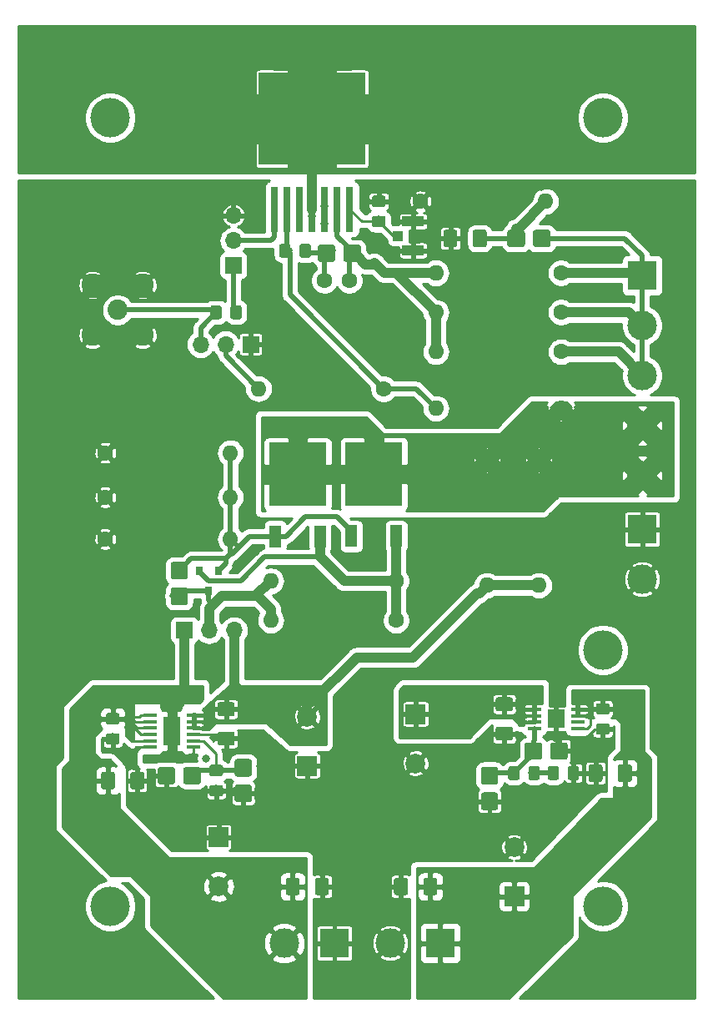
<source format=gtl>
G04 #@! TF.GenerationSoftware,KiCad,Pcbnew,(5.1.4)-1*
G04 #@! TF.CreationDate,2021-07-03T18:30:15-04:00*
G04 #@! TF.ProjectId,beefy_linear_mosfet,62656566-795f-46c6-996e-6561725f6d6f,rev?*
G04 #@! TF.SameCoordinates,Original*
G04 #@! TF.FileFunction,Copper,L1,Top*
G04 #@! TF.FilePolarity,Positive*
%FSLAX46Y46*%
G04 Gerber Fmt 4.6, Leading zero omitted, Abs format (unit mm)*
G04 Created by KiCad (PCBNEW (5.1.4)-1) date 2021-07-03 18:30:15*
%MOMM*%
%LPD*%
G04 APERTURE LIST*
%ADD10C,0.100000*%
%ADD11C,1.150000*%
%ADD12R,2.200000X1.050000*%
%ADD13R,1.050000X1.000000*%
%ADD14R,1.680000X1.880000*%
%ADD15R,1.425000X0.450000*%
%ADD16R,1.753000X2.947000*%
%ADD17C,2.250000*%
%ADD18C,2.050000*%
%ADD19C,1.425000*%
%ADD20C,1.510000*%
%ADD21C,1.730000*%
%ADD22C,3.000000*%
%ADD23R,3.000000X3.000000*%
%ADD24R,10.800000X9.400000*%
%ADD25R,0.800000X4.600000*%
%ADD26O,1.700000X1.700000*%
%ADD27R,1.700000X1.700000*%
%ADD28C,2.000000*%
%ADD29R,2.000000X2.000000*%
%ADD30C,1.750000*%
%ADD31R,0.800000X0.900000*%
%ADD32O,1.600000X1.600000*%
%ADD33C,1.600000*%
%ADD34R,5.800000X6.400000*%
%ADD35R,1.200000X2.200000*%
%ADD36C,4.000000*%
%ADD37C,0.800000*%
%ADD38C,0.500000*%
%ADD39C,1.000000*%
%ADD40C,0.250000*%
%ADD41C,0.254000*%
G04 APERTURE END LIST*
D10*
G36*
X47724505Y-29951204D02*
G01*
X47748773Y-29954804D01*
X47772572Y-29960765D01*
X47795671Y-29969030D01*
X47817850Y-29979520D01*
X47838893Y-29992132D01*
X47858599Y-30006747D01*
X47876777Y-30023223D01*
X47893253Y-30041401D01*
X47907868Y-30061107D01*
X47920480Y-30082150D01*
X47930970Y-30104329D01*
X47939235Y-30127428D01*
X47945196Y-30151227D01*
X47948796Y-30175495D01*
X47950000Y-30199999D01*
X47950000Y-30850001D01*
X47948796Y-30874505D01*
X47945196Y-30898773D01*
X47939235Y-30922572D01*
X47930970Y-30945671D01*
X47920480Y-30967850D01*
X47907868Y-30988893D01*
X47893253Y-31008599D01*
X47876777Y-31026777D01*
X47858599Y-31043253D01*
X47838893Y-31057868D01*
X47817850Y-31070480D01*
X47795671Y-31080970D01*
X47772572Y-31089235D01*
X47748773Y-31095196D01*
X47724505Y-31098796D01*
X47700001Y-31100000D01*
X46799999Y-31100000D01*
X46775495Y-31098796D01*
X46751227Y-31095196D01*
X46727428Y-31089235D01*
X46704329Y-31080970D01*
X46682150Y-31070480D01*
X46661107Y-31057868D01*
X46641401Y-31043253D01*
X46623223Y-31026777D01*
X46606747Y-31008599D01*
X46592132Y-30988893D01*
X46579520Y-30967850D01*
X46569030Y-30945671D01*
X46560765Y-30922572D01*
X46554804Y-30898773D01*
X46551204Y-30874505D01*
X46550000Y-30850001D01*
X46550000Y-30199999D01*
X46551204Y-30175495D01*
X46554804Y-30151227D01*
X46560765Y-30127428D01*
X46569030Y-30104329D01*
X46579520Y-30082150D01*
X46592132Y-30061107D01*
X46606747Y-30041401D01*
X46623223Y-30023223D01*
X46641401Y-30006747D01*
X46661107Y-29992132D01*
X46682150Y-29979520D01*
X46704329Y-29969030D01*
X46727428Y-29960765D01*
X46751227Y-29954804D01*
X46775495Y-29951204D01*
X46799999Y-29950000D01*
X47700001Y-29950000D01*
X47724505Y-29951204D01*
X47724505Y-29951204D01*
G37*
D11*
X47250000Y-30525000D03*
D10*
G36*
X47724505Y-27901204D02*
G01*
X47748773Y-27904804D01*
X47772572Y-27910765D01*
X47795671Y-27919030D01*
X47817850Y-27929520D01*
X47838893Y-27942132D01*
X47858599Y-27956747D01*
X47876777Y-27973223D01*
X47893253Y-27991401D01*
X47907868Y-28011107D01*
X47920480Y-28032150D01*
X47930970Y-28054329D01*
X47939235Y-28077428D01*
X47945196Y-28101227D01*
X47948796Y-28125495D01*
X47950000Y-28149999D01*
X47950000Y-28800001D01*
X47948796Y-28824505D01*
X47945196Y-28848773D01*
X47939235Y-28872572D01*
X47930970Y-28895671D01*
X47920480Y-28917850D01*
X47907868Y-28938893D01*
X47893253Y-28958599D01*
X47876777Y-28976777D01*
X47858599Y-28993253D01*
X47838893Y-29007868D01*
X47817850Y-29020480D01*
X47795671Y-29030970D01*
X47772572Y-29039235D01*
X47748773Y-29045196D01*
X47724505Y-29048796D01*
X47700001Y-29050000D01*
X46799999Y-29050000D01*
X46775495Y-29048796D01*
X46751227Y-29045196D01*
X46727428Y-29039235D01*
X46704329Y-29030970D01*
X46682150Y-29020480D01*
X46661107Y-29007868D01*
X46641401Y-28993253D01*
X46623223Y-28976777D01*
X46606747Y-28958599D01*
X46592132Y-28938893D01*
X46579520Y-28917850D01*
X46569030Y-28895671D01*
X46560765Y-28872572D01*
X46554804Y-28848773D01*
X46551204Y-28824505D01*
X46550000Y-28800001D01*
X46550000Y-28149999D01*
X46551204Y-28125495D01*
X46554804Y-28101227D01*
X46560765Y-28077428D01*
X46569030Y-28054329D01*
X46579520Y-28032150D01*
X46592132Y-28011107D01*
X46606747Y-27991401D01*
X46623223Y-27973223D01*
X46641401Y-27956747D01*
X46661107Y-27942132D01*
X46682150Y-27929520D01*
X46704329Y-27919030D01*
X46727428Y-27910765D01*
X46751227Y-27904804D01*
X46775495Y-27901204D01*
X46799999Y-27900000D01*
X47700001Y-27900000D01*
X47724505Y-27901204D01*
X47724505Y-27901204D01*
G37*
D11*
X47250000Y-28475000D03*
D12*
X50750000Y-33475000D03*
X50750000Y-30525000D03*
D13*
X49225000Y-32000000D03*
D14*
X65250000Y-81000000D03*
D15*
X67462000Y-80025000D03*
X67462000Y-80675000D03*
X67462000Y-81325000D03*
X67462000Y-81975000D03*
X63038000Y-81975000D03*
X63038000Y-81325000D03*
X63038000Y-80675000D03*
X63038000Y-80025000D03*
D16*
X26250000Y-82250000D03*
D15*
X28462000Y-80625000D03*
X28462000Y-81275000D03*
X28462000Y-81925000D03*
X28462000Y-82575000D03*
X28462000Y-83225000D03*
X28462000Y-83875000D03*
X24038000Y-83875000D03*
X24038000Y-83225000D03*
X24038000Y-82575000D03*
X24038000Y-81925000D03*
X24038000Y-81275000D03*
X24038000Y-80625000D03*
D17*
X18210000Y-42040000D03*
X18210000Y-36960000D03*
X23290000Y-36960000D03*
X23290000Y-42040000D03*
D18*
X20750000Y-39500000D03*
D10*
G36*
X38999504Y-97126204D02*
G01*
X39023773Y-97129804D01*
X39047571Y-97135765D01*
X39070671Y-97144030D01*
X39092849Y-97154520D01*
X39113893Y-97167133D01*
X39133598Y-97181747D01*
X39151777Y-97198223D01*
X39168253Y-97216402D01*
X39182867Y-97236107D01*
X39195480Y-97257151D01*
X39205970Y-97279329D01*
X39214235Y-97302429D01*
X39220196Y-97326227D01*
X39223796Y-97350496D01*
X39225000Y-97375000D01*
X39225000Y-98625000D01*
X39223796Y-98649504D01*
X39220196Y-98673773D01*
X39214235Y-98697571D01*
X39205970Y-98720671D01*
X39195480Y-98742849D01*
X39182867Y-98763893D01*
X39168253Y-98783598D01*
X39151777Y-98801777D01*
X39133598Y-98818253D01*
X39113893Y-98832867D01*
X39092849Y-98845480D01*
X39070671Y-98855970D01*
X39047571Y-98864235D01*
X39023773Y-98870196D01*
X38999504Y-98873796D01*
X38975000Y-98875000D01*
X38050000Y-98875000D01*
X38025496Y-98873796D01*
X38001227Y-98870196D01*
X37977429Y-98864235D01*
X37954329Y-98855970D01*
X37932151Y-98845480D01*
X37911107Y-98832867D01*
X37891402Y-98818253D01*
X37873223Y-98801777D01*
X37856747Y-98783598D01*
X37842133Y-98763893D01*
X37829520Y-98742849D01*
X37819030Y-98720671D01*
X37810765Y-98697571D01*
X37804804Y-98673773D01*
X37801204Y-98649504D01*
X37800000Y-98625000D01*
X37800000Y-97375000D01*
X37801204Y-97350496D01*
X37804804Y-97326227D01*
X37810765Y-97302429D01*
X37819030Y-97279329D01*
X37829520Y-97257151D01*
X37842133Y-97236107D01*
X37856747Y-97216402D01*
X37873223Y-97198223D01*
X37891402Y-97181747D01*
X37911107Y-97167133D01*
X37932151Y-97154520D01*
X37954329Y-97144030D01*
X37977429Y-97135765D01*
X38001227Y-97129804D01*
X38025496Y-97126204D01*
X38050000Y-97125000D01*
X38975000Y-97125000D01*
X38999504Y-97126204D01*
X38999504Y-97126204D01*
G37*
D19*
X38512500Y-98000000D03*
D10*
G36*
X41974504Y-97126204D02*
G01*
X41998773Y-97129804D01*
X42022571Y-97135765D01*
X42045671Y-97144030D01*
X42067849Y-97154520D01*
X42088893Y-97167133D01*
X42108598Y-97181747D01*
X42126777Y-97198223D01*
X42143253Y-97216402D01*
X42157867Y-97236107D01*
X42170480Y-97257151D01*
X42180970Y-97279329D01*
X42189235Y-97302429D01*
X42195196Y-97326227D01*
X42198796Y-97350496D01*
X42200000Y-97375000D01*
X42200000Y-98625000D01*
X42198796Y-98649504D01*
X42195196Y-98673773D01*
X42189235Y-98697571D01*
X42180970Y-98720671D01*
X42170480Y-98742849D01*
X42157867Y-98763893D01*
X42143253Y-98783598D01*
X42126777Y-98801777D01*
X42108598Y-98818253D01*
X42088893Y-98832867D01*
X42067849Y-98845480D01*
X42045671Y-98855970D01*
X42022571Y-98864235D01*
X41998773Y-98870196D01*
X41974504Y-98873796D01*
X41950000Y-98875000D01*
X41025000Y-98875000D01*
X41000496Y-98873796D01*
X40976227Y-98870196D01*
X40952429Y-98864235D01*
X40929329Y-98855970D01*
X40907151Y-98845480D01*
X40886107Y-98832867D01*
X40866402Y-98818253D01*
X40848223Y-98801777D01*
X40831747Y-98783598D01*
X40817133Y-98763893D01*
X40804520Y-98742849D01*
X40794030Y-98720671D01*
X40785765Y-98697571D01*
X40779804Y-98673773D01*
X40776204Y-98649504D01*
X40775000Y-98625000D01*
X40775000Y-97375000D01*
X40776204Y-97350496D01*
X40779804Y-97326227D01*
X40785765Y-97302429D01*
X40794030Y-97279329D01*
X40804520Y-97257151D01*
X40817133Y-97236107D01*
X40831747Y-97216402D01*
X40848223Y-97198223D01*
X40866402Y-97181747D01*
X40886107Y-97167133D01*
X40907151Y-97154520D01*
X40929329Y-97144030D01*
X40952429Y-97135765D01*
X40976227Y-97129804D01*
X41000496Y-97126204D01*
X41025000Y-97125000D01*
X41950000Y-97125000D01*
X41974504Y-97126204D01*
X41974504Y-97126204D01*
G37*
D19*
X41487500Y-98000000D03*
D10*
G36*
X49999504Y-97126204D02*
G01*
X50023773Y-97129804D01*
X50047571Y-97135765D01*
X50070671Y-97144030D01*
X50092849Y-97154520D01*
X50113893Y-97167133D01*
X50133598Y-97181747D01*
X50151777Y-97198223D01*
X50168253Y-97216402D01*
X50182867Y-97236107D01*
X50195480Y-97257151D01*
X50205970Y-97279329D01*
X50214235Y-97302429D01*
X50220196Y-97326227D01*
X50223796Y-97350496D01*
X50225000Y-97375000D01*
X50225000Y-98625000D01*
X50223796Y-98649504D01*
X50220196Y-98673773D01*
X50214235Y-98697571D01*
X50205970Y-98720671D01*
X50195480Y-98742849D01*
X50182867Y-98763893D01*
X50168253Y-98783598D01*
X50151777Y-98801777D01*
X50133598Y-98818253D01*
X50113893Y-98832867D01*
X50092849Y-98845480D01*
X50070671Y-98855970D01*
X50047571Y-98864235D01*
X50023773Y-98870196D01*
X49999504Y-98873796D01*
X49975000Y-98875000D01*
X49050000Y-98875000D01*
X49025496Y-98873796D01*
X49001227Y-98870196D01*
X48977429Y-98864235D01*
X48954329Y-98855970D01*
X48932151Y-98845480D01*
X48911107Y-98832867D01*
X48891402Y-98818253D01*
X48873223Y-98801777D01*
X48856747Y-98783598D01*
X48842133Y-98763893D01*
X48829520Y-98742849D01*
X48819030Y-98720671D01*
X48810765Y-98697571D01*
X48804804Y-98673773D01*
X48801204Y-98649504D01*
X48800000Y-98625000D01*
X48800000Y-97375000D01*
X48801204Y-97350496D01*
X48804804Y-97326227D01*
X48810765Y-97302429D01*
X48819030Y-97279329D01*
X48829520Y-97257151D01*
X48842133Y-97236107D01*
X48856747Y-97216402D01*
X48873223Y-97198223D01*
X48891402Y-97181747D01*
X48911107Y-97167133D01*
X48932151Y-97154520D01*
X48954329Y-97144030D01*
X48977429Y-97135765D01*
X49001227Y-97129804D01*
X49025496Y-97126204D01*
X49050000Y-97125000D01*
X49975000Y-97125000D01*
X49999504Y-97126204D01*
X49999504Y-97126204D01*
G37*
D19*
X49512500Y-98000000D03*
D10*
G36*
X52974504Y-97126204D02*
G01*
X52998773Y-97129804D01*
X53022571Y-97135765D01*
X53045671Y-97144030D01*
X53067849Y-97154520D01*
X53088893Y-97167133D01*
X53108598Y-97181747D01*
X53126777Y-97198223D01*
X53143253Y-97216402D01*
X53157867Y-97236107D01*
X53170480Y-97257151D01*
X53180970Y-97279329D01*
X53189235Y-97302429D01*
X53195196Y-97326227D01*
X53198796Y-97350496D01*
X53200000Y-97375000D01*
X53200000Y-98625000D01*
X53198796Y-98649504D01*
X53195196Y-98673773D01*
X53189235Y-98697571D01*
X53180970Y-98720671D01*
X53170480Y-98742849D01*
X53157867Y-98763893D01*
X53143253Y-98783598D01*
X53126777Y-98801777D01*
X53108598Y-98818253D01*
X53088893Y-98832867D01*
X53067849Y-98845480D01*
X53045671Y-98855970D01*
X53022571Y-98864235D01*
X52998773Y-98870196D01*
X52974504Y-98873796D01*
X52950000Y-98875000D01*
X52025000Y-98875000D01*
X52000496Y-98873796D01*
X51976227Y-98870196D01*
X51952429Y-98864235D01*
X51929329Y-98855970D01*
X51907151Y-98845480D01*
X51886107Y-98832867D01*
X51866402Y-98818253D01*
X51848223Y-98801777D01*
X51831747Y-98783598D01*
X51817133Y-98763893D01*
X51804520Y-98742849D01*
X51794030Y-98720671D01*
X51785765Y-98697571D01*
X51779804Y-98673773D01*
X51776204Y-98649504D01*
X51775000Y-98625000D01*
X51775000Y-97375000D01*
X51776204Y-97350496D01*
X51779804Y-97326227D01*
X51785765Y-97302429D01*
X51794030Y-97279329D01*
X51804520Y-97257151D01*
X51817133Y-97236107D01*
X51831747Y-97216402D01*
X51848223Y-97198223D01*
X51866402Y-97181747D01*
X51886107Y-97167133D01*
X51907151Y-97154520D01*
X51929329Y-97144030D01*
X51952429Y-97135765D01*
X51976227Y-97129804D01*
X52000496Y-97126204D01*
X52025000Y-97125000D01*
X52950000Y-97125000D01*
X52974504Y-97126204D01*
X52974504Y-97126204D01*
G37*
D19*
X52487500Y-98000000D03*
D20*
X20750000Y-42300000D03*
D10*
G36*
X19250000Y-40880000D02*
G01*
X19390000Y-41020000D01*
X19545000Y-41145000D01*
X19715000Y-41255000D01*
X19890000Y-41350000D01*
X20075000Y-41425000D01*
X20270000Y-41480000D01*
X20470000Y-41520000D01*
X20665000Y-41535000D01*
X20835000Y-41535000D01*
X21030000Y-41520000D01*
X21230000Y-41480000D01*
X21425000Y-41425000D01*
X21610000Y-41350000D01*
X21785000Y-41255000D01*
X21955000Y-41145000D01*
X22110000Y-41020000D01*
X22250000Y-40880000D01*
X22395000Y-40705000D01*
X24305000Y-40705000D01*
X24305000Y-43055000D01*
X17195000Y-43055000D01*
X17195000Y-40705000D01*
X19105000Y-40705000D01*
X19250000Y-40880000D01*
X19250000Y-40880000D01*
G37*
D20*
X20750000Y-36700000D03*
D10*
G36*
X22250000Y-38120000D02*
G01*
X22110000Y-37980000D01*
X21955000Y-37855000D01*
X21785000Y-37745000D01*
X21610000Y-37650000D01*
X21425000Y-37575000D01*
X21230000Y-37520000D01*
X21030000Y-37480000D01*
X20835000Y-37465000D01*
X20665000Y-37465000D01*
X20470000Y-37480000D01*
X20270000Y-37520000D01*
X20075000Y-37575000D01*
X19890000Y-37650000D01*
X19715000Y-37745000D01*
X19545000Y-37855000D01*
X19390000Y-37980000D01*
X19250000Y-38120000D01*
X19105000Y-38295000D01*
X17195000Y-38295000D01*
X17195000Y-35945000D01*
X24305000Y-35945000D01*
X24305000Y-38295000D01*
X22395000Y-38295000D01*
X22250000Y-38120000D01*
X22250000Y-38120000D01*
G37*
D21*
X20750000Y-39500000D03*
D22*
X37670000Y-103750000D03*
D23*
X42750000Y-103750000D03*
D22*
X48420000Y-103750000D03*
D23*
X53500000Y-103750000D03*
D24*
X40500000Y-20125000D03*
D25*
X44310000Y-29275000D03*
X43040000Y-29275000D03*
X41770000Y-29275000D03*
X40500000Y-29275000D03*
X39230000Y-29275000D03*
X37960000Y-29275000D03*
X36690000Y-29275000D03*
D10*
G36*
X67374505Y-85801204D02*
G01*
X67398773Y-85804804D01*
X67422572Y-85810765D01*
X67445671Y-85819030D01*
X67467850Y-85829520D01*
X67488893Y-85842132D01*
X67508599Y-85856747D01*
X67526777Y-85873223D01*
X67543253Y-85891401D01*
X67557868Y-85911107D01*
X67570480Y-85932150D01*
X67580970Y-85954329D01*
X67589235Y-85977428D01*
X67595196Y-86001227D01*
X67598796Y-86025495D01*
X67600000Y-86049999D01*
X67600000Y-86950001D01*
X67598796Y-86974505D01*
X67595196Y-86998773D01*
X67589235Y-87022572D01*
X67580970Y-87045671D01*
X67570480Y-87067850D01*
X67557868Y-87088893D01*
X67543253Y-87108599D01*
X67526777Y-87126777D01*
X67508599Y-87143253D01*
X67488893Y-87157868D01*
X67467850Y-87170480D01*
X67445671Y-87180970D01*
X67422572Y-87189235D01*
X67398773Y-87195196D01*
X67374505Y-87198796D01*
X67350001Y-87200000D01*
X66699999Y-87200000D01*
X66675495Y-87198796D01*
X66651227Y-87195196D01*
X66627428Y-87189235D01*
X66604329Y-87180970D01*
X66582150Y-87170480D01*
X66561107Y-87157868D01*
X66541401Y-87143253D01*
X66523223Y-87126777D01*
X66506747Y-87108599D01*
X66492132Y-87088893D01*
X66479520Y-87067850D01*
X66469030Y-87045671D01*
X66460765Y-87022572D01*
X66454804Y-86998773D01*
X66451204Y-86974505D01*
X66450000Y-86950001D01*
X66450000Y-86049999D01*
X66451204Y-86025495D01*
X66454804Y-86001227D01*
X66460765Y-85977428D01*
X66469030Y-85954329D01*
X66479520Y-85932150D01*
X66492132Y-85911107D01*
X66506747Y-85891401D01*
X66523223Y-85873223D01*
X66541401Y-85856747D01*
X66561107Y-85842132D01*
X66582150Y-85829520D01*
X66604329Y-85819030D01*
X66627428Y-85810765D01*
X66651227Y-85804804D01*
X66675495Y-85801204D01*
X66699999Y-85800000D01*
X67350001Y-85800000D01*
X67374505Y-85801204D01*
X67374505Y-85801204D01*
G37*
D11*
X67025000Y-86500000D03*
D10*
G36*
X65324505Y-85801204D02*
G01*
X65348773Y-85804804D01*
X65372572Y-85810765D01*
X65395671Y-85819030D01*
X65417850Y-85829520D01*
X65438893Y-85842132D01*
X65458599Y-85856747D01*
X65476777Y-85873223D01*
X65493253Y-85891401D01*
X65507868Y-85911107D01*
X65520480Y-85932150D01*
X65530970Y-85954329D01*
X65539235Y-85977428D01*
X65545196Y-86001227D01*
X65548796Y-86025495D01*
X65550000Y-86049999D01*
X65550000Y-86950001D01*
X65548796Y-86974505D01*
X65545196Y-86998773D01*
X65539235Y-87022572D01*
X65530970Y-87045671D01*
X65520480Y-87067850D01*
X65507868Y-87088893D01*
X65493253Y-87108599D01*
X65476777Y-87126777D01*
X65458599Y-87143253D01*
X65438893Y-87157868D01*
X65417850Y-87170480D01*
X65395671Y-87180970D01*
X65372572Y-87189235D01*
X65348773Y-87195196D01*
X65324505Y-87198796D01*
X65300001Y-87200000D01*
X64649999Y-87200000D01*
X64625495Y-87198796D01*
X64601227Y-87195196D01*
X64577428Y-87189235D01*
X64554329Y-87180970D01*
X64532150Y-87170480D01*
X64511107Y-87157868D01*
X64491401Y-87143253D01*
X64473223Y-87126777D01*
X64456747Y-87108599D01*
X64442132Y-87088893D01*
X64429520Y-87067850D01*
X64419030Y-87045671D01*
X64410765Y-87022572D01*
X64404804Y-86998773D01*
X64401204Y-86974505D01*
X64400000Y-86950001D01*
X64400000Y-86049999D01*
X64401204Y-86025495D01*
X64404804Y-86001227D01*
X64410765Y-85977428D01*
X64419030Y-85954329D01*
X64429520Y-85932150D01*
X64442132Y-85911107D01*
X64456747Y-85891401D01*
X64473223Y-85873223D01*
X64491401Y-85856747D01*
X64511107Y-85842132D01*
X64532150Y-85829520D01*
X64554329Y-85819030D01*
X64577428Y-85810765D01*
X64601227Y-85804804D01*
X64625495Y-85801204D01*
X64649999Y-85800000D01*
X65300001Y-85800000D01*
X65324505Y-85801204D01*
X65324505Y-85801204D01*
G37*
D11*
X64975000Y-86500000D03*
D10*
G36*
X63374505Y-85801204D02*
G01*
X63398773Y-85804804D01*
X63422572Y-85810765D01*
X63445671Y-85819030D01*
X63467850Y-85829520D01*
X63488893Y-85842132D01*
X63508599Y-85856747D01*
X63526777Y-85873223D01*
X63543253Y-85891401D01*
X63557868Y-85911107D01*
X63570480Y-85932150D01*
X63580970Y-85954329D01*
X63589235Y-85977428D01*
X63595196Y-86001227D01*
X63598796Y-86025495D01*
X63600000Y-86049999D01*
X63600000Y-86950001D01*
X63598796Y-86974505D01*
X63595196Y-86998773D01*
X63589235Y-87022572D01*
X63580970Y-87045671D01*
X63570480Y-87067850D01*
X63557868Y-87088893D01*
X63543253Y-87108599D01*
X63526777Y-87126777D01*
X63508599Y-87143253D01*
X63488893Y-87157868D01*
X63467850Y-87170480D01*
X63445671Y-87180970D01*
X63422572Y-87189235D01*
X63398773Y-87195196D01*
X63374505Y-87198796D01*
X63350001Y-87200000D01*
X62699999Y-87200000D01*
X62675495Y-87198796D01*
X62651227Y-87195196D01*
X62627428Y-87189235D01*
X62604329Y-87180970D01*
X62582150Y-87170480D01*
X62561107Y-87157868D01*
X62541401Y-87143253D01*
X62523223Y-87126777D01*
X62506747Y-87108599D01*
X62492132Y-87088893D01*
X62479520Y-87067850D01*
X62469030Y-87045671D01*
X62460765Y-87022572D01*
X62454804Y-86998773D01*
X62451204Y-86974505D01*
X62450000Y-86950001D01*
X62450000Y-86049999D01*
X62451204Y-86025495D01*
X62454804Y-86001227D01*
X62460765Y-85977428D01*
X62469030Y-85954329D01*
X62479520Y-85932150D01*
X62492132Y-85911107D01*
X62506747Y-85891401D01*
X62523223Y-85873223D01*
X62541401Y-85856747D01*
X62561107Y-85842132D01*
X62582150Y-85829520D01*
X62604329Y-85819030D01*
X62627428Y-85810765D01*
X62651227Y-85804804D01*
X62675495Y-85801204D01*
X62699999Y-85800000D01*
X63350001Y-85800000D01*
X63374505Y-85801204D01*
X63374505Y-85801204D01*
G37*
D11*
X63025000Y-86500000D03*
D10*
G36*
X61324505Y-85801204D02*
G01*
X61348773Y-85804804D01*
X61372572Y-85810765D01*
X61395671Y-85819030D01*
X61417850Y-85829520D01*
X61438893Y-85842132D01*
X61458599Y-85856747D01*
X61476777Y-85873223D01*
X61493253Y-85891401D01*
X61507868Y-85911107D01*
X61520480Y-85932150D01*
X61530970Y-85954329D01*
X61539235Y-85977428D01*
X61545196Y-86001227D01*
X61548796Y-86025495D01*
X61550000Y-86049999D01*
X61550000Y-86950001D01*
X61548796Y-86974505D01*
X61545196Y-86998773D01*
X61539235Y-87022572D01*
X61530970Y-87045671D01*
X61520480Y-87067850D01*
X61507868Y-87088893D01*
X61493253Y-87108599D01*
X61476777Y-87126777D01*
X61458599Y-87143253D01*
X61438893Y-87157868D01*
X61417850Y-87170480D01*
X61395671Y-87180970D01*
X61372572Y-87189235D01*
X61348773Y-87195196D01*
X61324505Y-87198796D01*
X61300001Y-87200000D01*
X60649999Y-87200000D01*
X60625495Y-87198796D01*
X60601227Y-87195196D01*
X60577428Y-87189235D01*
X60554329Y-87180970D01*
X60532150Y-87170480D01*
X60511107Y-87157868D01*
X60491401Y-87143253D01*
X60473223Y-87126777D01*
X60456747Y-87108599D01*
X60442132Y-87088893D01*
X60429520Y-87067850D01*
X60419030Y-87045671D01*
X60410765Y-87022572D01*
X60404804Y-86998773D01*
X60401204Y-86974505D01*
X60400000Y-86950001D01*
X60400000Y-86049999D01*
X60401204Y-86025495D01*
X60404804Y-86001227D01*
X60410765Y-85977428D01*
X60419030Y-85954329D01*
X60429520Y-85932150D01*
X60442132Y-85911107D01*
X60456747Y-85891401D01*
X60473223Y-85873223D01*
X60491401Y-85856747D01*
X60511107Y-85842132D01*
X60532150Y-85829520D01*
X60554329Y-85819030D01*
X60577428Y-85810765D01*
X60601227Y-85804804D01*
X60625495Y-85801204D01*
X60649999Y-85800000D01*
X61300001Y-85800000D01*
X61324505Y-85801204D01*
X61324505Y-85801204D01*
G37*
D11*
X60975000Y-86500000D03*
D10*
G36*
X38074505Y-32801204D02*
G01*
X38098773Y-32804804D01*
X38122572Y-32810765D01*
X38145671Y-32819030D01*
X38167850Y-32829520D01*
X38188893Y-32842132D01*
X38208599Y-32856747D01*
X38226777Y-32873223D01*
X38243253Y-32891401D01*
X38257868Y-32911107D01*
X38270480Y-32932150D01*
X38280970Y-32954329D01*
X38289235Y-32977428D01*
X38295196Y-33001227D01*
X38298796Y-33025495D01*
X38300000Y-33049999D01*
X38300000Y-33950001D01*
X38298796Y-33974505D01*
X38295196Y-33998773D01*
X38289235Y-34022572D01*
X38280970Y-34045671D01*
X38270480Y-34067850D01*
X38257868Y-34088893D01*
X38243253Y-34108599D01*
X38226777Y-34126777D01*
X38208599Y-34143253D01*
X38188893Y-34157868D01*
X38167850Y-34170480D01*
X38145671Y-34180970D01*
X38122572Y-34189235D01*
X38098773Y-34195196D01*
X38074505Y-34198796D01*
X38050001Y-34200000D01*
X37399999Y-34200000D01*
X37375495Y-34198796D01*
X37351227Y-34195196D01*
X37327428Y-34189235D01*
X37304329Y-34180970D01*
X37282150Y-34170480D01*
X37261107Y-34157868D01*
X37241401Y-34143253D01*
X37223223Y-34126777D01*
X37206747Y-34108599D01*
X37192132Y-34088893D01*
X37179520Y-34067850D01*
X37169030Y-34045671D01*
X37160765Y-34022572D01*
X37154804Y-33998773D01*
X37151204Y-33974505D01*
X37150000Y-33950001D01*
X37150000Y-33049999D01*
X37151204Y-33025495D01*
X37154804Y-33001227D01*
X37160765Y-32977428D01*
X37169030Y-32954329D01*
X37179520Y-32932150D01*
X37192132Y-32911107D01*
X37206747Y-32891401D01*
X37223223Y-32873223D01*
X37241401Y-32856747D01*
X37261107Y-32842132D01*
X37282150Y-32829520D01*
X37304329Y-32819030D01*
X37327428Y-32810765D01*
X37351227Y-32804804D01*
X37375495Y-32801204D01*
X37399999Y-32800000D01*
X38050001Y-32800000D01*
X38074505Y-32801204D01*
X38074505Y-32801204D01*
G37*
D11*
X37725000Y-33500000D03*
D10*
G36*
X40124505Y-32801204D02*
G01*
X40148773Y-32804804D01*
X40172572Y-32810765D01*
X40195671Y-32819030D01*
X40217850Y-32829520D01*
X40238893Y-32842132D01*
X40258599Y-32856747D01*
X40276777Y-32873223D01*
X40293253Y-32891401D01*
X40307868Y-32911107D01*
X40320480Y-32932150D01*
X40330970Y-32954329D01*
X40339235Y-32977428D01*
X40345196Y-33001227D01*
X40348796Y-33025495D01*
X40350000Y-33049999D01*
X40350000Y-33950001D01*
X40348796Y-33974505D01*
X40345196Y-33998773D01*
X40339235Y-34022572D01*
X40330970Y-34045671D01*
X40320480Y-34067850D01*
X40307868Y-34088893D01*
X40293253Y-34108599D01*
X40276777Y-34126777D01*
X40258599Y-34143253D01*
X40238893Y-34157868D01*
X40217850Y-34170480D01*
X40195671Y-34180970D01*
X40172572Y-34189235D01*
X40148773Y-34195196D01*
X40124505Y-34198796D01*
X40100001Y-34200000D01*
X39449999Y-34200000D01*
X39425495Y-34198796D01*
X39401227Y-34195196D01*
X39377428Y-34189235D01*
X39354329Y-34180970D01*
X39332150Y-34170480D01*
X39311107Y-34157868D01*
X39291401Y-34143253D01*
X39273223Y-34126777D01*
X39256747Y-34108599D01*
X39242132Y-34088893D01*
X39229520Y-34067850D01*
X39219030Y-34045671D01*
X39210765Y-34022572D01*
X39204804Y-33998773D01*
X39201204Y-33974505D01*
X39200000Y-33950001D01*
X39200000Y-33049999D01*
X39201204Y-33025495D01*
X39204804Y-33001227D01*
X39210765Y-32977428D01*
X39219030Y-32954329D01*
X39229520Y-32932150D01*
X39242132Y-32911107D01*
X39256747Y-32891401D01*
X39273223Y-32873223D01*
X39291401Y-32856747D01*
X39311107Y-32842132D01*
X39332150Y-32829520D01*
X39354329Y-32819030D01*
X39377428Y-32810765D01*
X39401227Y-32804804D01*
X39425495Y-32801204D01*
X39449999Y-32800000D01*
X40100001Y-32800000D01*
X40124505Y-32801204D01*
X40124505Y-32801204D01*
G37*
D11*
X39775000Y-33500000D03*
D10*
G36*
X31224505Y-87701204D02*
G01*
X31248773Y-87704804D01*
X31272572Y-87710765D01*
X31295671Y-87719030D01*
X31317850Y-87729520D01*
X31338893Y-87742132D01*
X31358599Y-87756747D01*
X31376777Y-87773223D01*
X31393253Y-87791401D01*
X31407868Y-87811107D01*
X31420480Y-87832150D01*
X31430970Y-87854329D01*
X31439235Y-87877428D01*
X31445196Y-87901227D01*
X31448796Y-87925495D01*
X31450000Y-87949999D01*
X31450000Y-88600001D01*
X31448796Y-88624505D01*
X31445196Y-88648773D01*
X31439235Y-88672572D01*
X31430970Y-88695671D01*
X31420480Y-88717850D01*
X31407868Y-88738893D01*
X31393253Y-88758599D01*
X31376777Y-88776777D01*
X31358599Y-88793253D01*
X31338893Y-88807868D01*
X31317850Y-88820480D01*
X31295671Y-88830970D01*
X31272572Y-88839235D01*
X31248773Y-88845196D01*
X31224505Y-88848796D01*
X31200001Y-88850000D01*
X30299999Y-88850000D01*
X30275495Y-88848796D01*
X30251227Y-88845196D01*
X30227428Y-88839235D01*
X30204329Y-88830970D01*
X30182150Y-88820480D01*
X30161107Y-88807868D01*
X30141401Y-88793253D01*
X30123223Y-88776777D01*
X30106747Y-88758599D01*
X30092132Y-88738893D01*
X30079520Y-88717850D01*
X30069030Y-88695671D01*
X30060765Y-88672572D01*
X30054804Y-88648773D01*
X30051204Y-88624505D01*
X30050000Y-88600001D01*
X30050000Y-87949999D01*
X30051204Y-87925495D01*
X30054804Y-87901227D01*
X30060765Y-87877428D01*
X30069030Y-87854329D01*
X30079520Y-87832150D01*
X30092132Y-87811107D01*
X30106747Y-87791401D01*
X30123223Y-87773223D01*
X30141401Y-87756747D01*
X30161107Y-87742132D01*
X30182150Y-87729520D01*
X30204329Y-87719030D01*
X30227428Y-87710765D01*
X30251227Y-87704804D01*
X30275495Y-87701204D01*
X30299999Y-87700000D01*
X31200001Y-87700000D01*
X31224505Y-87701204D01*
X31224505Y-87701204D01*
G37*
D11*
X30750000Y-88275000D03*
D10*
G36*
X31224505Y-85651204D02*
G01*
X31248773Y-85654804D01*
X31272572Y-85660765D01*
X31295671Y-85669030D01*
X31317850Y-85679520D01*
X31338893Y-85692132D01*
X31358599Y-85706747D01*
X31376777Y-85723223D01*
X31393253Y-85741401D01*
X31407868Y-85761107D01*
X31420480Y-85782150D01*
X31430970Y-85804329D01*
X31439235Y-85827428D01*
X31445196Y-85851227D01*
X31448796Y-85875495D01*
X31450000Y-85899999D01*
X31450000Y-86550001D01*
X31448796Y-86574505D01*
X31445196Y-86598773D01*
X31439235Y-86622572D01*
X31430970Y-86645671D01*
X31420480Y-86667850D01*
X31407868Y-86688893D01*
X31393253Y-86708599D01*
X31376777Y-86726777D01*
X31358599Y-86743253D01*
X31338893Y-86757868D01*
X31317850Y-86770480D01*
X31295671Y-86780970D01*
X31272572Y-86789235D01*
X31248773Y-86795196D01*
X31224505Y-86798796D01*
X31200001Y-86800000D01*
X30299999Y-86800000D01*
X30275495Y-86798796D01*
X30251227Y-86795196D01*
X30227428Y-86789235D01*
X30204329Y-86780970D01*
X30182150Y-86770480D01*
X30161107Y-86757868D01*
X30141401Y-86743253D01*
X30123223Y-86726777D01*
X30106747Y-86708599D01*
X30092132Y-86688893D01*
X30079520Y-86667850D01*
X30069030Y-86645671D01*
X30060765Y-86622572D01*
X30054804Y-86598773D01*
X30051204Y-86574505D01*
X30050000Y-86550001D01*
X30050000Y-85899999D01*
X30051204Y-85875495D01*
X30054804Y-85851227D01*
X30060765Y-85827428D01*
X30069030Y-85804329D01*
X30079520Y-85782150D01*
X30092132Y-85761107D01*
X30106747Y-85741401D01*
X30123223Y-85723223D01*
X30141401Y-85706747D01*
X30161107Y-85692132D01*
X30182150Y-85679520D01*
X30204329Y-85669030D01*
X30227428Y-85660765D01*
X30251227Y-85654804D01*
X30275495Y-85651204D01*
X30299999Y-85650000D01*
X31200001Y-85650000D01*
X31224505Y-85651204D01*
X31224505Y-85651204D01*
G37*
D11*
X30750000Y-86225000D03*
D10*
G36*
X31074505Y-39051204D02*
G01*
X31098773Y-39054804D01*
X31122572Y-39060765D01*
X31145671Y-39069030D01*
X31167850Y-39079520D01*
X31188893Y-39092132D01*
X31208599Y-39106747D01*
X31226777Y-39123223D01*
X31243253Y-39141401D01*
X31257868Y-39161107D01*
X31270480Y-39182150D01*
X31280970Y-39204329D01*
X31289235Y-39227428D01*
X31295196Y-39251227D01*
X31298796Y-39275495D01*
X31300000Y-39299999D01*
X31300000Y-40200001D01*
X31298796Y-40224505D01*
X31295196Y-40248773D01*
X31289235Y-40272572D01*
X31280970Y-40295671D01*
X31270480Y-40317850D01*
X31257868Y-40338893D01*
X31243253Y-40358599D01*
X31226777Y-40376777D01*
X31208599Y-40393253D01*
X31188893Y-40407868D01*
X31167850Y-40420480D01*
X31145671Y-40430970D01*
X31122572Y-40439235D01*
X31098773Y-40445196D01*
X31074505Y-40448796D01*
X31050001Y-40450000D01*
X30399999Y-40450000D01*
X30375495Y-40448796D01*
X30351227Y-40445196D01*
X30327428Y-40439235D01*
X30304329Y-40430970D01*
X30282150Y-40420480D01*
X30261107Y-40407868D01*
X30241401Y-40393253D01*
X30223223Y-40376777D01*
X30206747Y-40358599D01*
X30192132Y-40338893D01*
X30179520Y-40317850D01*
X30169030Y-40295671D01*
X30160765Y-40272572D01*
X30154804Y-40248773D01*
X30151204Y-40224505D01*
X30150000Y-40200001D01*
X30150000Y-39299999D01*
X30151204Y-39275495D01*
X30154804Y-39251227D01*
X30160765Y-39227428D01*
X30169030Y-39204329D01*
X30179520Y-39182150D01*
X30192132Y-39161107D01*
X30206747Y-39141401D01*
X30223223Y-39123223D01*
X30241401Y-39106747D01*
X30261107Y-39092132D01*
X30282150Y-39079520D01*
X30304329Y-39069030D01*
X30327428Y-39060765D01*
X30351227Y-39054804D01*
X30375495Y-39051204D01*
X30399999Y-39050000D01*
X31050001Y-39050000D01*
X31074505Y-39051204D01*
X31074505Y-39051204D01*
G37*
D11*
X30725000Y-39750000D03*
D10*
G36*
X33124505Y-39051204D02*
G01*
X33148773Y-39054804D01*
X33172572Y-39060765D01*
X33195671Y-39069030D01*
X33217850Y-39079520D01*
X33238893Y-39092132D01*
X33258599Y-39106747D01*
X33276777Y-39123223D01*
X33293253Y-39141401D01*
X33307868Y-39161107D01*
X33320480Y-39182150D01*
X33330970Y-39204329D01*
X33339235Y-39227428D01*
X33345196Y-39251227D01*
X33348796Y-39275495D01*
X33350000Y-39299999D01*
X33350000Y-40200001D01*
X33348796Y-40224505D01*
X33345196Y-40248773D01*
X33339235Y-40272572D01*
X33330970Y-40295671D01*
X33320480Y-40317850D01*
X33307868Y-40338893D01*
X33293253Y-40358599D01*
X33276777Y-40376777D01*
X33258599Y-40393253D01*
X33238893Y-40407868D01*
X33217850Y-40420480D01*
X33195671Y-40430970D01*
X33172572Y-40439235D01*
X33148773Y-40445196D01*
X33124505Y-40448796D01*
X33100001Y-40450000D01*
X32449999Y-40450000D01*
X32425495Y-40448796D01*
X32401227Y-40445196D01*
X32377428Y-40439235D01*
X32354329Y-40430970D01*
X32332150Y-40420480D01*
X32311107Y-40407868D01*
X32291401Y-40393253D01*
X32273223Y-40376777D01*
X32256747Y-40358599D01*
X32242132Y-40338893D01*
X32229520Y-40317850D01*
X32219030Y-40295671D01*
X32210765Y-40272572D01*
X32204804Y-40248773D01*
X32201204Y-40224505D01*
X32200000Y-40200001D01*
X32200000Y-39299999D01*
X32201204Y-39275495D01*
X32204804Y-39251227D01*
X32210765Y-39227428D01*
X32219030Y-39204329D01*
X32229520Y-39182150D01*
X32242132Y-39161107D01*
X32256747Y-39141401D01*
X32273223Y-39123223D01*
X32291401Y-39106747D01*
X32311107Y-39092132D01*
X32332150Y-39079520D01*
X32354329Y-39069030D01*
X32377428Y-39060765D01*
X32401227Y-39054804D01*
X32425495Y-39051204D01*
X32449999Y-39050000D01*
X33100001Y-39050000D01*
X33124505Y-39051204D01*
X33124505Y-39051204D01*
G37*
D11*
X32775000Y-39750000D03*
D26*
X32580000Y-72000000D03*
X30040000Y-72000000D03*
D27*
X27500000Y-72000000D03*
D22*
X74000000Y-66830000D03*
D23*
X74000000Y-61750000D03*
D28*
X51000000Y-85500000D03*
D29*
X51000000Y-80500000D03*
D10*
G36*
X60649504Y-81776204D02*
G01*
X60673773Y-81779804D01*
X60697571Y-81785765D01*
X60720671Y-81794030D01*
X60742849Y-81804520D01*
X60763893Y-81817133D01*
X60783598Y-81831747D01*
X60801777Y-81848223D01*
X60818253Y-81866402D01*
X60832867Y-81886107D01*
X60845480Y-81907151D01*
X60855970Y-81929329D01*
X60864235Y-81952429D01*
X60870196Y-81976227D01*
X60873796Y-82000496D01*
X60875000Y-82025000D01*
X60875000Y-82950000D01*
X60873796Y-82974504D01*
X60870196Y-82998773D01*
X60864235Y-83022571D01*
X60855970Y-83045671D01*
X60845480Y-83067849D01*
X60832867Y-83088893D01*
X60818253Y-83108598D01*
X60801777Y-83126777D01*
X60783598Y-83143253D01*
X60763893Y-83157867D01*
X60742849Y-83170480D01*
X60720671Y-83180970D01*
X60697571Y-83189235D01*
X60673773Y-83195196D01*
X60649504Y-83198796D01*
X60625000Y-83200000D01*
X59375000Y-83200000D01*
X59350496Y-83198796D01*
X59326227Y-83195196D01*
X59302429Y-83189235D01*
X59279329Y-83180970D01*
X59257151Y-83170480D01*
X59236107Y-83157867D01*
X59216402Y-83143253D01*
X59198223Y-83126777D01*
X59181747Y-83108598D01*
X59167133Y-83088893D01*
X59154520Y-83067849D01*
X59144030Y-83045671D01*
X59135765Y-83022571D01*
X59129804Y-82998773D01*
X59126204Y-82974504D01*
X59125000Y-82950000D01*
X59125000Y-82025000D01*
X59126204Y-82000496D01*
X59129804Y-81976227D01*
X59135765Y-81952429D01*
X59144030Y-81929329D01*
X59154520Y-81907151D01*
X59167133Y-81886107D01*
X59181747Y-81866402D01*
X59198223Y-81848223D01*
X59216402Y-81831747D01*
X59236107Y-81817133D01*
X59257151Y-81804520D01*
X59279329Y-81794030D01*
X59302429Y-81785765D01*
X59326227Y-81779804D01*
X59350496Y-81776204D01*
X59375000Y-81775000D01*
X60625000Y-81775000D01*
X60649504Y-81776204D01*
X60649504Y-81776204D01*
G37*
D19*
X60000000Y-82487500D03*
D10*
G36*
X60649504Y-78801204D02*
G01*
X60673773Y-78804804D01*
X60697571Y-78810765D01*
X60720671Y-78819030D01*
X60742849Y-78829520D01*
X60763893Y-78842133D01*
X60783598Y-78856747D01*
X60801777Y-78873223D01*
X60818253Y-78891402D01*
X60832867Y-78911107D01*
X60845480Y-78932151D01*
X60855970Y-78954329D01*
X60864235Y-78977429D01*
X60870196Y-79001227D01*
X60873796Y-79025496D01*
X60875000Y-79050000D01*
X60875000Y-79975000D01*
X60873796Y-79999504D01*
X60870196Y-80023773D01*
X60864235Y-80047571D01*
X60855970Y-80070671D01*
X60845480Y-80092849D01*
X60832867Y-80113893D01*
X60818253Y-80133598D01*
X60801777Y-80151777D01*
X60783598Y-80168253D01*
X60763893Y-80182867D01*
X60742849Y-80195480D01*
X60720671Y-80205970D01*
X60697571Y-80214235D01*
X60673773Y-80220196D01*
X60649504Y-80223796D01*
X60625000Y-80225000D01*
X59375000Y-80225000D01*
X59350496Y-80223796D01*
X59326227Y-80220196D01*
X59302429Y-80214235D01*
X59279329Y-80205970D01*
X59257151Y-80195480D01*
X59236107Y-80182867D01*
X59216402Y-80168253D01*
X59198223Y-80151777D01*
X59181747Y-80133598D01*
X59167133Y-80113893D01*
X59154520Y-80092849D01*
X59144030Y-80070671D01*
X59135765Y-80047571D01*
X59129804Y-80023773D01*
X59126204Y-79999504D01*
X59125000Y-79975000D01*
X59125000Y-79050000D01*
X59126204Y-79025496D01*
X59129804Y-79001227D01*
X59135765Y-78977429D01*
X59144030Y-78954329D01*
X59154520Y-78932151D01*
X59167133Y-78911107D01*
X59181747Y-78891402D01*
X59198223Y-78873223D01*
X59216402Y-78856747D01*
X59236107Y-78842133D01*
X59257151Y-78829520D01*
X59279329Y-78819030D01*
X59302429Y-78810765D01*
X59326227Y-78804804D01*
X59350496Y-78801204D01*
X59375000Y-78800000D01*
X60625000Y-78800000D01*
X60649504Y-78801204D01*
X60649504Y-78801204D01*
G37*
D19*
X60000000Y-79512500D03*
D10*
G36*
X66173768Y-83376475D02*
G01*
X66203496Y-83380885D01*
X66232650Y-83388187D01*
X66260947Y-83398312D01*
X66288115Y-83411162D01*
X66313893Y-83426612D01*
X66338033Y-83444516D01*
X66360301Y-83464699D01*
X66380484Y-83486967D01*
X66398388Y-83511107D01*
X66413838Y-83536885D01*
X66426688Y-83564053D01*
X66436813Y-83592350D01*
X66444115Y-83621504D01*
X66448525Y-83651232D01*
X66450000Y-83681250D01*
X66450000Y-84818750D01*
X66448525Y-84848768D01*
X66444115Y-84878496D01*
X66436813Y-84907650D01*
X66426688Y-84935947D01*
X66413838Y-84963115D01*
X66398388Y-84988893D01*
X66380484Y-85013033D01*
X66360301Y-85035301D01*
X66338033Y-85055484D01*
X66313893Y-85073388D01*
X66288115Y-85088838D01*
X66260947Y-85101688D01*
X66232650Y-85111813D01*
X66203496Y-85119115D01*
X66173768Y-85123525D01*
X66143750Y-85125000D01*
X64956250Y-85125000D01*
X64926232Y-85123525D01*
X64896504Y-85119115D01*
X64867350Y-85111813D01*
X64839053Y-85101688D01*
X64811885Y-85088838D01*
X64786107Y-85073388D01*
X64761967Y-85055484D01*
X64739699Y-85035301D01*
X64719516Y-85013033D01*
X64701612Y-84988893D01*
X64686162Y-84963115D01*
X64673312Y-84935947D01*
X64663187Y-84907650D01*
X64655885Y-84878496D01*
X64651475Y-84848768D01*
X64650000Y-84818750D01*
X64650000Y-83681250D01*
X64651475Y-83651232D01*
X64655885Y-83621504D01*
X64663187Y-83592350D01*
X64673312Y-83564053D01*
X64686162Y-83536885D01*
X64701612Y-83511107D01*
X64719516Y-83486967D01*
X64739699Y-83464699D01*
X64761967Y-83444516D01*
X64786107Y-83426612D01*
X64811885Y-83411162D01*
X64839053Y-83398312D01*
X64867350Y-83388187D01*
X64896504Y-83380885D01*
X64926232Y-83376475D01*
X64956250Y-83375000D01*
X66143750Y-83375000D01*
X66173768Y-83376475D01*
X66173768Y-83376475D01*
G37*
D30*
X65550000Y-84250000D03*
D10*
G36*
X63573768Y-83376475D02*
G01*
X63603496Y-83380885D01*
X63632650Y-83388187D01*
X63660947Y-83398312D01*
X63688115Y-83411162D01*
X63713893Y-83426612D01*
X63738033Y-83444516D01*
X63760301Y-83464699D01*
X63780484Y-83486967D01*
X63798388Y-83511107D01*
X63813838Y-83536885D01*
X63826688Y-83564053D01*
X63836813Y-83592350D01*
X63844115Y-83621504D01*
X63848525Y-83651232D01*
X63850000Y-83681250D01*
X63850000Y-84818750D01*
X63848525Y-84848768D01*
X63844115Y-84878496D01*
X63836813Y-84907650D01*
X63826688Y-84935947D01*
X63813838Y-84963115D01*
X63798388Y-84988893D01*
X63780484Y-85013033D01*
X63760301Y-85035301D01*
X63738033Y-85055484D01*
X63713893Y-85073388D01*
X63688115Y-85088838D01*
X63660947Y-85101688D01*
X63632650Y-85111813D01*
X63603496Y-85119115D01*
X63573768Y-85123525D01*
X63543750Y-85125000D01*
X62356250Y-85125000D01*
X62326232Y-85123525D01*
X62296504Y-85119115D01*
X62267350Y-85111813D01*
X62239053Y-85101688D01*
X62211885Y-85088838D01*
X62186107Y-85073388D01*
X62161967Y-85055484D01*
X62139699Y-85035301D01*
X62119516Y-85013033D01*
X62101612Y-84988893D01*
X62086162Y-84963115D01*
X62073312Y-84935947D01*
X62063187Y-84907650D01*
X62055885Y-84878496D01*
X62051475Y-84848768D01*
X62050000Y-84818750D01*
X62050000Y-83681250D01*
X62051475Y-83651232D01*
X62055885Y-83621504D01*
X62063187Y-83592350D01*
X62073312Y-83564053D01*
X62086162Y-83536885D01*
X62101612Y-83511107D01*
X62119516Y-83486967D01*
X62139699Y-83464699D01*
X62161967Y-83444516D01*
X62186107Y-83426612D01*
X62211885Y-83411162D01*
X62239053Y-83398312D01*
X62267350Y-83388187D01*
X62296504Y-83380885D01*
X62326232Y-83376475D01*
X62356250Y-83375000D01*
X63543750Y-83375000D01*
X63573768Y-83376475D01*
X63573768Y-83376475D01*
G37*
D30*
X62950000Y-84250000D03*
D28*
X40000000Y-80750000D03*
D29*
X40000000Y-85750000D03*
D10*
G36*
X59098768Y-88451475D02*
G01*
X59128496Y-88455885D01*
X59157650Y-88463187D01*
X59185947Y-88473312D01*
X59213115Y-88486162D01*
X59238893Y-88501612D01*
X59263033Y-88519516D01*
X59285301Y-88539699D01*
X59305484Y-88561967D01*
X59323388Y-88586107D01*
X59338838Y-88611885D01*
X59351688Y-88639053D01*
X59361813Y-88667350D01*
X59369115Y-88696504D01*
X59373525Y-88726232D01*
X59375000Y-88756250D01*
X59375000Y-89943750D01*
X59373525Y-89973768D01*
X59369115Y-90003496D01*
X59361813Y-90032650D01*
X59351688Y-90060947D01*
X59338838Y-90088115D01*
X59323388Y-90113893D01*
X59305484Y-90138033D01*
X59285301Y-90160301D01*
X59263033Y-90180484D01*
X59238893Y-90198388D01*
X59213115Y-90213838D01*
X59185947Y-90226688D01*
X59157650Y-90236813D01*
X59128496Y-90244115D01*
X59098768Y-90248525D01*
X59068750Y-90250000D01*
X57931250Y-90250000D01*
X57901232Y-90248525D01*
X57871504Y-90244115D01*
X57842350Y-90236813D01*
X57814053Y-90226688D01*
X57786885Y-90213838D01*
X57761107Y-90198388D01*
X57736967Y-90180484D01*
X57714699Y-90160301D01*
X57694516Y-90138033D01*
X57676612Y-90113893D01*
X57661162Y-90088115D01*
X57648312Y-90060947D01*
X57638187Y-90032650D01*
X57630885Y-90003496D01*
X57626475Y-89973768D01*
X57625000Y-89943750D01*
X57625000Y-88756250D01*
X57626475Y-88726232D01*
X57630885Y-88696504D01*
X57638187Y-88667350D01*
X57648312Y-88639053D01*
X57661162Y-88611885D01*
X57676612Y-88586107D01*
X57694516Y-88561967D01*
X57714699Y-88539699D01*
X57736967Y-88519516D01*
X57761107Y-88501612D01*
X57786885Y-88486162D01*
X57814053Y-88473312D01*
X57842350Y-88463187D01*
X57871504Y-88455885D01*
X57901232Y-88451475D01*
X57931250Y-88450000D01*
X59068750Y-88450000D01*
X59098768Y-88451475D01*
X59098768Y-88451475D01*
G37*
D30*
X58500000Y-89350000D03*
D10*
G36*
X59098768Y-85851475D02*
G01*
X59128496Y-85855885D01*
X59157650Y-85863187D01*
X59185947Y-85873312D01*
X59213115Y-85886162D01*
X59238893Y-85901612D01*
X59263033Y-85919516D01*
X59285301Y-85939699D01*
X59305484Y-85961967D01*
X59323388Y-85986107D01*
X59338838Y-86011885D01*
X59351688Y-86039053D01*
X59361813Y-86067350D01*
X59369115Y-86096504D01*
X59373525Y-86126232D01*
X59375000Y-86156250D01*
X59375000Y-87343750D01*
X59373525Y-87373768D01*
X59369115Y-87403496D01*
X59361813Y-87432650D01*
X59351688Y-87460947D01*
X59338838Y-87488115D01*
X59323388Y-87513893D01*
X59305484Y-87538033D01*
X59285301Y-87560301D01*
X59263033Y-87580484D01*
X59238893Y-87598388D01*
X59213115Y-87613838D01*
X59185947Y-87626688D01*
X59157650Y-87636813D01*
X59128496Y-87644115D01*
X59098768Y-87648525D01*
X59068750Y-87650000D01*
X57931250Y-87650000D01*
X57901232Y-87648525D01*
X57871504Y-87644115D01*
X57842350Y-87636813D01*
X57814053Y-87626688D01*
X57786885Y-87613838D01*
X57761107Y-87598388D01*
X57736967Y-87580484D01*
X57714699Y-87560301D01*
X57694516Y-87538033D01*
X57676612Y-87513893D01*
X57661162Y-87488115D01*
X57648312Y-87460947D01*
X57638187Y-87432650D01*
X57630885Y-87403496D01*
X57626475Y-87373768D01*
X57625000Y-87343750D01*
X57625000Y-86156250D01*
X57626475Y-86126232D01*
X57630885Y-86096504D01*
X57638187Y-86067350D01*
X57648312Y-86039053D01*
X57661162Y-86011885D01*
X57676612Y-85986107D01*
X57694516Y-85961967D01*
X57714699Y-85939699D01*
X57736967Y-85919516D01*
X57761107Y-85901612D01*
X57786885Y-85886162D01*
X57814053Y-85873312D01*
X57842350Y-85863187D01*
X57871504Y-85855885D01*
X57901232Y-85851475D01*
X57931250Y-85850000D01*
X59068750Y-85850000D01*
X59098768Y-85851475D01*
X59098768Y-85851475D01*
G37*
D30*
X58500000Y-86750000D03*
D10*
G36*
X32399504Y-82276204D02*
G01*
X32423773Y-82279804D01*
X32447571Y-82285765D01*
X32470671Y-82294030D01*
X32492849Y-82304520D01*
X32513893Y-82317133D01*
X32533598Y-82331747D01*
X32551777Y-82348223D01*
X32568253Y-82366402D01*
X32582867Y-82386107D01*
X32595480Y-82407151D01*
X32605970Y-82429329D01*
X32614235Y-82452429D01*
X32620196Y-82476227D01*
X32623796Y-82500496D01*
X32625000Y-82525000D01*
X32625000Y-83450000D01*
X32623796Y-83474504D01*
X32620196Y-83498773D01*
X32614235Y-83522571D01*
X32605970Y-83545671D01*
X32595480Y-83567849D01*
X32582867Y-83588893D01*
X32568253Y-83608598D01*
X32551777Y-83626777D01*
X32533598Y-83643253D01*
X32513893Y-83657867D01*
X32492849Y-83670480D01*
X32470671Y-83680970D01*
X32447571Y-83689235D01*
X32423773Y-83695196D01*
X32399504Y-83698796D01*
X32375000Y-83700000D01*
X31125000Y-83700000D01*
X31100496Y-83698796D01*
X31076227Y-83695196D01*
X31052429Y-83689235D01*
X31029329Y-83680970D01*
X31007151Y-83670480D01*
X30986107Y-83657867D01*
X30966402Y-83643253D01*
X30948223Y-83626777D01*
X30931747Y-83608598D01*
X30917133Y-83588893D01*
X30904520Y-83567849D01*
X30894030Y-83545671D01*
X30885765Y-83522571D01*
X30879804Y-83498773D01*
X30876204Y-83474504D01*
X30875000Y-83450000D01*
X30875000Y-82525000D01*
X30876204Y-82500496D01*
X30879804Y-82476227D01*
X30885765Y-82452429D01*
X30894030Y-82429329D01*
X30904520Y-82407151D01*
X30917133Y-82386107D01*
X30931747Y-82366402D01*
X30948223Y-82348223D01*
X30966402Y-82331747D01*
X30986107Y-82317133D01*
X31007151Y-82304520D01*
X31029329Y-82294030D01*
X31052429Y-82285765D01*
X31076227Y-82279804D01*
X31100496Y-82276204D01*
X31125000Y-82275000D01*
X32375000Y-82275000D01*
X32399504Y-82276204D01*
X32399504Y-82276204D01*
G37*
D19*
X31750000Y-82987500D03*
D10*
G36*
X32399504Y-79301204D02*
G01*
X32423773Y-79304804D01*
X32447571Y-79310765D01*
X32470671Y-79319030D01*
X32492849Y-79329520D01*
X32513893Y-79342133D01*
X32533598Y-79356747D01*
X32551777Y-79373223D01*
X32568253Y-79391402D01*
X32582867Y-79411107D01*
X32595480Y-79432151D01*
X32605970Y-79454329D01*
X32614235Y-79477429D01*
X32620196Y-79501227D01*
X32623796Y-79525496D01*
X32625000Y-79550000D01*
X32625000Y-80475000D01*
X32623796Y-80499504D01*
X32620196Y-80523773D01*
X32614235Y-80547571D01*
X32605970Y-80570671D01*
X32595480Y-80592849D01*
X32582867Y-80613893D01*
X32568253Y-80633598D01*
X32551777Y-80651777D01*
X32533598Y-80668253D01*
X32513893Y-80682867D01*
X32492849Y-80695480D01*
X32470671Y-80705970D01*
X32447571Y-80714235D01*
X32423773Y-80720196D01*
X32399504Y-80723796D01*
X32375000Y-80725000D01*
X31125000Y-80725000D01*
X31100496Y-80723796D01*
X31076227Y-80720196D01*
X31052429Y-80714235D01*
X31029329Y-80705970D01*
X31007151Y-80695480D01*
X30986107Y-80682867D01*
X30966402Y-80668253D01*
X30948223Y-80651777D01*
X30931747Y-80633598D01*
X30917133Y-80613893D01*
X30904520Y-80592849D01*
X30894030Y-80570671D01*
X30885765Y-80547571D01*
X30879804Y-80523773D01*
X30876204Y-80499504D01*
X30875000Y-80475000D01*
X30875000Y-79550000D01*
X30876204Y-79525496D01*
X30879804Y-79501227D01*
X30885765Y-79477429D01*
X30894030Y-79454329D01*
X30904520Y-79432151D01*
X30917133Y-79411107D01*
X30931747Y-79391402D01*
X30948223Y-79373223D01*
X30966402Y-79356747D01*
X30986107Y-79342133D01*
X31007151Y-79329520D01*
X31029329Y-79319030D01*
X31052429Y-79310765D01*
X31076227Y-79304804D01*
X31100496Y-79301204D01*
X31125000Y-79300000D01*
X32375000Y-79300000D01*
X32399504Y-79301204D01*
X32399504Y-79301204D01*
G37*
D19*
X31750000Y-80012500D03*
D10*
G36*
X26323768Y-85876475D02*
G01*
X26353496Y-85880885D01*
X26382650Y-85888187D01*
X26410947Y-85898312D01*
X26438115Y-85911162D01*
X26463893Y-85926612D01*
X26488033Y-85944516D01*
X26510301Y-85964699D01*
X26530484Y-85986967D01*
X26548388Y-86011107D01*
X26563838Y-86036885D01*
X26576688Y-86064053D01*
X26586813Y-86092350D01*
X26594115Y-86121504D01*
X26598525Y-86151232D01*
X26600000Y-86181250D01*
X26600000Y-87318750D01*
X26598525Y-87348768D01*
X26594115Y-87378496D01*
X26586813Y-87407650D01*
X26576688Y-87435947D01*
X26563838Y-87463115D01*
X26548388Y-87488893D01*
X26530484Y-87513033D01*
X26510301Y-87535301D01*
X26488033Y-87555484D01*
X26463893Y-87573388D01*
X26438115Y-87588838D01*
X26410947Y-87601688D01*
X26382650Y-87611813D01*
X26353496Y-87619115D01*
X26323768Y-87623525D01*
X26293750Y-87625000D01*
X25106250Y-87625000D01*
X25076232Y-87623525D01*
X25046504Y-87619115D01*
X25017350Y-87611813D01*
X24989053Y-87601688D01*
X24961885Y-87588838D01*
X24936107Y-87573388D01*
X24911967Y-87555484D01*
X24889699Y-87535301D01*
X24869516Y-87513033D01*
X24851612Y-87488893D01*
X24836162Y-87463115D01*
X24823312Y-87435947D01*
X24813187Y-87407650D01*
X24805885Y-87378496D01*
X24801475Y-87348768D01*
X24800000Y-87318750D01*
X24800000Y-86181250D01*
X24801475Y-86151232D01*
X24805885Y-86121504D01*
X24813187Y-86092350D01*
X24823312Y-86064053D01*
X24836162Y-86036885D01*
X24851612Y-86011107D01*
X24869516Y-85986967D01*
X24889699Y-85964699D01*
X24911967Y-85944516D01*
X24936107Y-85926612D01*
X24961885Y-85911162D01*
X24989053Y-85898312D01*
X25017350Y-85888187D01*
X25046504Y-85880885D01*
X25076232Y-85876475D01*
X25106250Y-85875000D01*
X26293750Y-85875000D01*
X26323768Y-85876475D01*
X26323768Y-85876475D01*
G37*
D30*
X25700000Y-86750000D03*
D10*
G36*
X28923768Y-85876475D02*
G01*
X28953496Y-85880885D01*
X28982650Y-85888187D01*
X29010947Y-85898312D01*
X29038115Y-85911162D01*
X29063893Y-85926612D01*
X29088033Y-85944516D01*
X29110301Y-85964699D01*
X29130484Y-85986967D01*
X29148388Y-86011107D01*
X29163838Y-86036885D01*
X29176688Y-86064053D01*
X29186813Y-86092350D01*
X29194115Y-86121504D01*
X29198525Y-86151232D01*
X29200000Y-86181250D01*
X29200000Y-87318750D01*
X29198525Y-87348768D01*
X29194115Y-87378496D01*
X29186813Y-87407650D01*
X29176688Y-87435947D01*
X29163838Y-87463115D01*
X29148388Y-87488893D01*
X29130484Y-87513033D01*
X29110301Y-87535301D01*
X29088033Y-87555484D01*
X29063893Y-87573388D01*
X29038115Y-87588838D01*
X29010947Y-87601688D01*
X28982650Y-87611813D01*
X28953496Y-87619115D01*
X28923768Y-87623525D01*
X28893750Y-87625000D01*
X27706250Y-87625000D01*
X27676232Y-87623525D01*
X27646504Y-87619115D01*
X27617350Y-87611813D01*
X27589053Y-87601688D01*
X27561885Y-87588838D01*
X27536107Y-87573388D01*
X27511967Y-87555484D01*
X27489699Y-87535301D01*
X27469516Y-87513033D01*
X27451612Y-87488893D01*
X27436162Y-87463115D01*
X27423312Y-87435947D01*
X27413187Y-87407650D01*
X27405885Y-87378496D01*
X27401475Y-87348768D01*
X27400000Y-87318750D01*
X27400000Y-86181250D01*
X27401475Y-86151232D01*
X27405885Y-86121504D01*
X27413187Y-86092350D01*
X27423312Y-86064053D01*
X27436162Y-86036885D01*
X27451612Y-86011107D01*
X27469516Y-85986967D01*
X27489699Y-85964699D01*
X27511967Y-85944516D01*
X27536107Y-85926612D01*
X27561885Y-85911162D01*
X27589053Y-85898312D01*
X27617350Y-85888187D01*
X27646504Y-85880885D01*
X27676232Y-85876475D01*
X27706250Y-85875000D01*
X28893750Y-85875000D01*
X28923768Y-85876475D01*
X28923768Y-85876475D01*
G37*
D30*
X28300000Y-86750000D03*
D10*
G36*
X34098768Y-87651475D02*
G01*
X34128496Y-87655885D01*
X34157650Y-87663187D01*
X34185947Y-87673312D01*
X34213115Y-87686162D01*
X34238893Y-87701612D01*
X34263033Y-87719516D01*
X34285301Y-87739699D01*
X34305484Y-87761967D01*
X34323388Y-87786107D01*
X34338838Y-87811885D01*
X34351688Y-87839053D01*
X34361813Y-87867350D01*
X34369115Y-87896504D01*
X34373525Y-87926232D01*
X34375000Y-87956250D01*
X34375000Y-89143750D01*
X34373525Y-89173768D01*
X34369115Y-89203496D01*
X34361813Y-89232650D01*
X34351688Y-89260947D01*
X34338838Y-89288115D01*
X34323388Y-89313893D01*
X34305484Y-89338033D01*
X34285301Y-89360301D01*
X34263033Y-89380484D01*
X34238893Y-89398388D01*
X34213115Y-89413838D01*
X34185947Y-89426688D01*
X34157650Y-89436813D01*
X34128496Y-89444115D01*
X34098768Y-89448525D01*
X34068750Y-89450000D01*
X32931250Y-89450000D01*
X32901232Y-89448525D01*
X32871504Y-89444115D01*
X32842350Y-89436813D01*
X32814053Y-89426688D01*
X32786885Y-89413838D01*
X32761107Y-89398388D01*
X32736967Y-89380484D01*
X32714699Y-89360301D01*
X32694516Y-89338033D01*
X32676612Y-89313893D01*
X32661162Y-89288115D01*
X32648312Y-89260947D01*
X32638187Y-89232650D01*
X32630885Y-89203496D01*
X32626475Y-89173768D01*
X32625000Y-89143750D01*
X32625000Y-87956250D01*
X32626475Y-87926232D01*
X32630885Y-87896504D01*
X32638187Y-87867350D01*
X32648312Y-87839053D01*
X32661162Y-87811885D01*
X32676612Y-87786107D01*
X32694516Y-87761967D01*
X32714699Y-87739699D01*
X32736967Y-87719516D01*
X32761107Y-87701612D01*
X32786885Y-87686162D01*
X32814053Y-87673312D01*
X32842350Y-87663187D01*
X32871504Y-87655885D01*
X32901232Y-87651475D01*
X32931250Y-87650000D01*
X34068750Y-87650000D01*
X34098768Y-87651475D01*
X34098768Y-87651475D01*
G37*
D30*
X33500000Y-88550000D03*
D10*
G36*
X34098768Y-85051475D02*
G01*
X34128496Y-85055885D01*
X34157650Y-85063187D01*
X34185947Y-85073312D01*
X34213115Y-85086162D01*
X34238893Y-85101612D01*
X34263033Y-85119516D01*
X34285301Y-85139699D01*
X34305484Y-85161967D01*
X34323388Y-85186107D01*
X34338838Y-85211885D01*
X34351688Y-85239053D01*
X34361813Y-85267350D01*
X34369115Y-85296504D01*
X34373525Y-85326232D01*
X34375000Y-85356250D01*
X34375000Y-86543750D01*
X34373525Y-86573768D01*
X34369115Y-86603496D01*
X34361813Y-86632650D01*
X34351688Y-86660947D01*
X34338838Y-86688115D01*
X34323388Y-86713893D01*
X34305484Y-86738033D01*
X34285301Y-86760301D01*
X34263033Y-86780484D01*
X34238893Y-86798388D01*
X34213115Y-86813838D01*
X34185947Y-86826688D01*
X34157650Y-86836813D01*
X34128496Y-86844115D01*
X34098768Y-86848525D01*
X34068750Y-86850000D01*
X32931250Y-86850000D01*
X32901232Y-86848525D01*
X32871504Y-86844115D01*
X32842350Y-86836813D01*
X32814053Y-86826688D01*
X32786885Y-86813838D01*
X32761107Y-86798388D01*
X32736967Y-86780484D01*
X32714699Y-86760301D01*
X32694516Y-86738033D01*
X32676612Y-86713893D01*
X32661162Y-86688115D01*
X32648312Y-86660947D01*
X32638187Y-86632650D01*
X32630885Y-86603496D01*
X32626475Y-86573768D01*
X32625000Y-86543750D01*
X32625000Y-85356250D01*
X32626475Y-85326232D01*
X32630885Y-85296504D01*
X32638187Y-85267350D01*
X32648312Y-85239053D01*
X32661162Y-85211885D01*
X32676612Y-85186107D01*
X32694516Y-85161967D01*
X32714699Y-85139699D01*
X32736967Y-85119516D01*
X32761107Y-85101612D01*
X32786885Y-85086162D01*
X32814053Y-85073312D01*
X32842350Y-85063187D01*
X32871504Y-85055885D01*
X32901232Y-85051475D01*
X32931250Y-85050000D01*
X34068750Y-85050000D01*
X34098768Y-85051475D01*
X34098768Y-85051475D01*
G37*
D30*
X33500000Y-85950000D03*
D10*
G36*
X70474505Y-81451204D02*
G01*
X70498773Y-81454804D01*
X70522572Y-81460765D01*
X70545671Y-81469030D01*
X70567850Y-81479520D01*
X70588893Y-81492132D01*
X70608599Y-81506747D01*
X70626777Y-81523223D01*
X70643253Y-81541401D01*
X70657868Y-81561107D01*
X70670480Y-81582150D01*
X70680970Y-81604329D01*
X70689235Y-81627428D01*
X70695196Y-81651227D01*
X70698796Y-81675495D01*
X70700000Y-81699999D01*
X70700000Y-82350001D01*
X70698796Y-82374505D01*
X70695196Y-82398773D01*
X70689235Y-82422572D01*
X70680970Y-82445671D01*
X70670480Y-82467850D01*
X70657868Y-82488893D01*
X70643253Y-82508599D01*
X70626777Y-82526777D01*
X70608599Y-82543253D01*
X70588893Y-82557868D01*
X70567850Y-82570480D01*
X70545671Y-82580970D01*
X70522572Y-82589235D01*
X70498773Y-82595196D01*
X70474505Y-82598796D01*
X70450001Y-82600000D01*
X69549999Y-82600000D01*
X69525495Y-82598796D01*
X69501227Y-82595196D01*
X69477428Y-82589235D01*
X69454329Y-82580970D01*
X69432150Y-82570480D01*
X69411107Y-82557868D01*
X69391401Y-82543253D01*
X69373223Y-82526777D01*
X69356747Y-82508599D01*
X69342132Y-82488893D01*
X69329520Y-82467850D01*
X69319030Y-82445671D01*
X69310765Y-82422572D01*
X69304804Y-82398773D01*
X69301204Y-82374505D01*
X69300000Y-82350001D01*
X69300000Y-81699999D01*
X69301204Y-81675495D01*
X69304804Y-81651227D01*
X69310765Y-81627428D01*
X69319030Y-81604329D01*
X69329520Y-81582150D01*
X69342132Y-81561107D01*
X69356747Y-81541401D01*
X69373223Y-81523223D01*
X69391401Y-81506747D01*
X69411107Y-81492132D01*
X69432150Y-81479520D01*
X69454329Y-81469030D01*
X69477428Y-81460765D01*
X69501227Y-81454804D01*
X69525495Y-81451204D01*
X69549999Y-81450000D01*
X70450001Y-81450000D01*
X70474505Y-81451204D01*
X70474505Y-81451204D01*
G37*
D11*
X70000000Y-82025000D03*
D10*
G36*
X70474505Y-79401204D02*
G01*
X70498773Y-79404804D01*
X70522572Y-79410765D01*
X70545671Y-79419030D01*
X70567850Y-79429520D01*
X70588893Y-79442132D01*
X70608599Y-79456747D01*
X70626777Y-79473223D01*
X70643253Y-79491401D01*
X70657868Y-79511107D01*
X70670480Y-79532150D01*
X70680970Y-79554329D01*
X70689235Y-79577428D01*
X70695196Y-79601227D01*
X70698796Y-79625495D01*
X70700000Y-79649999D01*
X70700000Y-80300001D01*
X70698796Y-80324505D01*
X70695196Y-80348773D01*
X70689235Y-80372572D01*
X70680970Y-80395671D01*
X70670480Y-80417850D01*
X70657868Y-80438893D01*
X70643253Y-80458599D01*
X70626777Y-80476777D01*
X70608599Y-80493253D01*
X70588893Y-80507868D01*
X70567850Y-80520480D01*
X70545671Y-80530970D01*
X70522572Y-80539235D01*
X70498773Y-80545196D01*
X70474505Y-80548796D01*
X70450001Y-80550000D01*
X69549999Y-80550000D01*
X69525495Y-80548796D01*
X69501227Y-80545196D01*
X69477428Y-80539235D01*
X69454329Y-80530970D01*
X69432150Y-80520480D01*
X69411107Y-80507868D01*
X69391401Y-80493253D01*
X69373223Y-80476777D01*
X69356747Y-80458599D01*
X69342132Y-80438893D01*
X69329520Y-80417850D01*
X69319030Y-80395671D01*
X69310765Y-80372572D01*
X69304804Y-80348773D01*
X69301204Y-80324505D01*
X69300000Y-80300001D01*
X69300000Y-79649999D01*
X69301204Y-79625495D01*
X69304804Y-79601227D01*
X69310765Y-79577428D01*
X69319030Y-79554329D01*
X69329520Y-79532150D01*
X69342132Y-79511107D01*
X69356747Y-79491401D01*
X69373223Y-79473223D01*
X69391401Y-79456747D01*
X69411107Y-79442132D01*
X69432150Y-79429520D01*
X69454329Y-79419030D01*
X69477428Y-79410765D01*
X69501227Y-79404804D01*
X69525495Y-79401204D01*
X69549999Y-79400000D01*
X70450001Y-79400000D01*
X70474505Y-79401204D01*
X70474505Y-79401204D01*
G37*
D11*
X70000000Y-79975000D03*
D10*
G36*
X20724505Y-82451204D02*
G01*
X20748773Y-82454804D01*
X20772572Y-82460765D01*
X20795671Y-82469030D01*
X20817850Y-82479520D01*
X20838893Y-82492132D01*
X20858599Y-82506747D01*
X20876777Y-82523223D01*
X20893253Y-82541401D01*
X20907868Y-82561107D01*
X20920480Y-82582150D01*
X20930970Y-82604329D01*
X20939235Y-82627428D01*
X20945196Y-82651227D01*
X20948796Y-82675495D01*
X20950000Y-82699999D01*
X20950000Y-83350001D01*
X20948796Y-83374505D01*
X20945196Y-83398773D01*
X20939235Y-83422572D01*
X20930970Y-83445671D01*
X20920480Y-83467850D01*
X20907868Y-83488893D01*
X20893253Y-83508599D01*
X20876777Y-83526777D01*
X20858599Y-83543253D01*
X20838893Y-83557868D01*
X20817850Y-83570480D01*
X20795671Y-83580970D01*
X20772572Y-83589235D01*
X20748773Y-83595196D01*
X20724505Y-83598796D01*
X20700001Y-83600000D01*
X19799999Y-83600000D01*
X19775495Y-83598796D01*
X19751227Y-83595196D01*
X19727428Y-83589235D01*
X19704329Y-83580970D01*
X19682150Y-83570480D01*
X19661107Y-83557868D01*
X19641401Y-83543253D01*
X19623223Y-83526777D01*
X19606747Y-83508599D01*
X19592132Y-83488893D01*
X19579520Y-83467850D01*
X19569030Y-83445671D01*
X19560765Y-83422572D01*
X19554804Y-83398773D01*
X19551204Y-83374505D01*
X19550000Y-83350001D01*
X19550000Y-82699999D01*
X19551204Y-82675495D01*
X19554804Y-82651227D01*
X19560765Y-82627428D01*
X19569030Y-82604329D01*
X19579520Y-82582150D01*
X19592132Y-82561107D01*
X19606747Y-82541401D01*
X19623223Y-82523223D01*
X19641401Y-82506747D01*
X19661107Y-82492132D01*
X19682150Y-82479520D01*
X19704329Y-82469030D01*
X19727428Y-82460765D01*
X19751227Y-82454804D01*
X19775495Y-82451204D01*
X19799999Y-82450000D01*
X20700001Y-82450000D01*
X20724505Y-82451204D01*
X20724505Y-82451204D01*
G37*
D11*
X20250000Y-83025000D03*
D10*
G36*
X20724505Y-80401204D02*
G01*
X20748773Y-80404804D01*
X20772572Y-80410765D01*
X20795671Y-80419030D01*
X20817850Y-80429520D01*
X20838893Y-80442132D01*
X20858599Y-80456747D01*
X20876777Y-80473223D01*
X20893253Y-80491401D01*
X20907868Y-80511107D01*
X20920480Y-80532150D01*
X20930970Y-80554329D01*
X20939235Y-80577428D01*
X20945196Y-80601227D01*
X20948796Y-80625495D01*
X20950000Y-80649999D01*
X20950000Y-81300001D01*
X20948796Y-81324505D01*
X20945196Y-81348773D01*
X20939235Y-81372572D01*
X20930970Y-81395671D01*
X20920480Y-81417850D01*
X20907868Y-81438893D01*
X20893253Y-81458599D01*
X20876777Y-81476777D01*
X20858599Y-81493253D01*
X20838893Y-81507868D01*
X20817850Y-81520480D01*
X20795671Y-81530970D01*
X20772572Y-81539235D01*
X20748773Y-81545196D01*
X20724505Y-81548796D01*
X20700001Y-81550000D01*
X19799999Y-81550000D01*
X19775495Y-81548796D01*
X19751227Y-81545196D01*
X19727428Y-81539235D01*
X19704329Y-81530970D01*
X19682150Y-81520480D01*
X19661107Y-81507868D01*
X19641401Y-81493253D01*
X19623223Y-81476777D01*
X19606747Y-81458599D01*
X19592132Y-81438893D01*
X19579520Y-81417850D01*
X19569030Y-81395671D01*
X19560765Y-81372572D01*
X19554804Y-81348773D01*
X19551204Y-81324505D01*
X19550000Y-81300001D01*
X19550000Y-80649999D01*
X19551204Y-80625495D01*
X19554804Y-80601227D01*
X19560765Y-80577428D01*
X19569030Y-80554329D01*
X19579520Y-80532150D01*
X19592132Y-80511107D01*
X19606747Y-80491401D01*
X19623223Y-80473223D01*
X19641401Y-80456747D01*
X19661107Y-80442132D01*
X19682150Y-80429520D01*
X19704329Y-80419030D01*
X19727428Y-80410765D01*
X19751227Y-80404804D01*
X19775495Y-80401204D01*
X19799999Y-80400000D01*
X20700001Y-80400000D01*
X20724505Y-80401204D01*
X20724505Y-80401204D01*
G37*
D11*
X20250000Y-80975000D03*
D10*
G36*
X69749504Y-85626204D02*
G01*
X69773773Y-85629804D01*
X69797571Y-85635765D01*
X69820671Y-85644030D01*
X69842849Y-85654520D01*
X69863893Y-85667133D01*
X69883598Y-85681747D01*
X69901777Y-85698223D01*
X69918253Y-85716402D01*
X69932867Y-85736107D01*
X69945480Y-85757151D01*
X69955970Y-85779329D01*
X69964235Y-85802429D01*
X69970196Y-85826227D01*
X69973796Y-85850496D01*
X69975000Y-85875000D01*
X69975000Y-87125000D01*
X69973796Y-87149504D01*
X69970196Y-87173773D01*
X69964235Y-87197571D01*
X69955970Y-87220671D01*
X69945480Y-87242849D01*
X69932867Y-87263893D01*
X69918253Y-87283598D01*
X69901777Y-87301777D01*
X69883598Y-87318253D01*
X69863893Y-87332867D01*
X69842849Y-87345480D01*
X69820671Y-87355970D01*
X69797571Y-87364235D01*
X69773773Y-87370196D01*
X69749504Y-87373796D01*
X69725000Y-87375000D01*
X68800000Y-87375000D01*
X68775496Y-87373796D01*
X68751227Y-87370196D01*
X68727429Y-87364235D01*
X68704329Y-87355970D01*
X68682151Y-87345480D01*
X68661107Y-87332867D01*
X68641402Y-87318253D01*
X68623223Y-87301777D01*
X68606747Y-87283598D01*
X68592133Y-87263893D01*
X68579520Y-87242849D01*
X68569030Y-87220671D01*
X68560765Y-87197571D01*
X68554804Y-87173773D01*
X68551204Y-87149504D01*
X68550000Y-87125000D01*
X68550000Y-85875000D01*
X68551204Y-85850496D01*
X68554804Y-85826227D01*
X68560765Y-85802429D01*
X68569030Y-85779329D01*
X68579520Y-85757151D01*
X68592133Y-85736107D01*
X68606747Y-85716402D01*
X68623223Y-85698223D01*
X68641402Y-85681747D01*
X68661107Y-85667133D01*
X68682151Y-85654520D01*
X68704329Y-85644030D01*
X68727429Y-85635765D01*
X68751227Y-85629804D01*
X68775496Y-85626204D01*
X68800000Y-85625000D01*
X69725000Y-85625000D01*
X69749504Y-85626204D01*
X69749504Y-85626204D01*
G37*
D19*
X69262500Y-86500000D03*
D10*
G36*
X72724504Y-85626204D02*
G01*
X72748773Y-85629804D01*
X72772571Y-85635765D01*
X72795671Y-85644030D01*
X72817849Y-85654520D01*
X72838893Y-85667133D01*
X72858598Y-85681747D01*
X72876777Y-85698223D01*
X72893253Y-85716402D01*
X72907867Y-85736107D01*
X72920480Y-85757151D01*
X72930970Y-85779329D01*
X72939235Y-85802429D01*
X72945196Y-85826227D01*
X72948796Y-85850496D01*
X72950000Y-85875000D01*
X72950000Y-87125000D01*
X72948796Y-87149504D01*
X72945196Y-87173773D01*
X72939235Y-87197571D01*
X72930970Y-87220671D01*
X72920480Y-87242849D01*
X72907867Y-87263893D01*
X72893253Y-87283598D01*
X72876777Y-87301777D01*
X72858598Y-87318253D01*
X72838893Y-87332867D01*
X72817849Y-87345480D01*
X72795671Y-87355970D01*
X72772571Y-87364235D01*
X72748773Y-87370196D01*
X72724504Y-87373796D01*
X72700000Y-87375000D01*
X71775000Y-87375000D01*
X71750496Y-87373796D01*
X71726227Y-87370196D01*
X71702429Y-87364235D01*
X71679329Y-87355970D01*
X71657151Y-87345480D01*
X71636107Y-87332867D01*
X71616402Y-87318253D01*
X71598223Y-87301777D01*
X71581747Y-87283598D01*
X71567133Y-87263893D01*
X71554520Y-87242849D01*
X71544030Y-87220671D01*
X71535765Y-87197571D01*
X71529804Y-87173773D01*
X71526204Y-87149504D01*
X71525000Y-87125000D01*
X71525000Y-85875000D01*
X71526204Y-85850496D01*
X71529804Y-85826227D01*
X71535765Y-85802429D01*
X71544030Y-85779329D01*
X71554520Y-85757151D01*
X71567133Y-85736107D01*
X71581747Y-85716402D01*
X71598223Y-85698223D01*
X71616402Y-85681747D01*
X71636107Y-85667133D01*
X71657151Y-85654520D01*
X71679329Y-85644030D01*
X71702429Y-85635765D01*
X71726227Y-85629804D01*
X71750496Y-85626204D01*
X71775000Y-85625000D01*
X72700000Y-85625000D01*
X72724504Y-85626204D01*
X72724504Y-85626204D01*
G37*
D19*
X72237500Y-86500000D03*
D10*
G36*
X23224504Y-86376204D02*
G01*
X23248773Y-86379804D01*
X23272571Y-86385765D01*
X23295671Y-86394030D01*
X23317849Y-86404520D01*
X23338893Y-86417133D01*
X23358598Y-86431747D01*
X23376777Y-86448223D01*
X23393253Y-86466402D01*
X23407867Y-86486107D01*
X23420480Y-86507151D01*
X23430970Y-86529329D01*
X23439235Y-86552429D01*
X23445196Y-86576227D01*
X23448796Y-86600496D01*
X23450000Y-86625000D01*
X23450000Y-87875000D01*
X23448796Y-87899504D01*
X23445196Y-87923773D01*
X23439235Y-87947571D01*
X23430970Y-87970671D01*
X23420480Y-87992849D01*
X23407867Y-88013893D01*
X23393253Y-88033598D01*
X23376777Y-88051777D01*
X23358598Y-88068253D01*
X23338893Y-88082867D01*
X23317849Y-88095480D01*
X23295671Y-88105970D01*
X23272571Y-88114235D01*
X23248773Y-88120196D01*
X23224504Y-88123796D01*
X23200000Y-88125000D01*
X22275000Y-88125000D01*
X22250496Y-88123796D01*
X22226227Y-88120196D01*
X22202429Y-88114235D01*
X22179329Y-88105970D01*
X22157151Y-88095480D01*
X22136107Y-88082867D01*
X22116402Y-88068253D01*
X22098223Y-88051777D01*
X22081747Y-88033598D01*
X22067133Y-88013893D01*
X22054520Y-87992849D01*
X22044030Y-87970671D01*
X22035765Y-87947571D01*
X22029804Y-87923773D01*
X22026204Y-87899504D01*
X22025000Y-87875000D01*
X22025000Y-86625000D01*
X22026204Y-86600496D01*
X22029804Y-86576227D01*
X22035765Y-86552429D01*
X22044030Y-86529329D01*
X22054520Y-86507151D01*
X22067133Y-86486107D01*
X22081747Y-86466402D01*
X22098223Y-86448223D01*
X22116402Y-86431747D01*
X22136107Y-86417133D01*
X22157151Y-86404520D01*
X22179329Y-86394030D01*
X22202429Y-86385765D01*
X22226227Y-86379804D01*
X22250496Y-86376204D01*
X22275000Y-86375000D01*
X23200000Y-86375000D01*
X23224504Y-86376204D01*
X23224504Y-86376204D01*
G37*
D19*
X22737500Y-87250000D03*
D10*
G36*
X20249504Y-86376204D02*
G01*
X20273773Y-86379804D01*
X20297571Y-86385765D01*
X20320671Y-86394030D01*
X20342849Y-86404520D01*
X20363893Y-86417133D01*
X20383598Y-86431747D01*
X20401777Y-86448223D01*
X20418253Y-86466402D01*
X20432867Y-86486107D01*
X20445480Y-86507151D01*
X20455970Y-86529329D01*
X20464235Y-86552429D01*
X20470196Y-86576227D01*
X20473796Y-86600496D01*
X20475000Y-86625000D01*
X20475000Y-87875000D01*
X20473796Y-87899504D01*
X20470196Y-87923773D01*
X20464235Y-87947571D01*
X20455970Y-87970671D01*
X20445480Y-87992849D01*
X20432867Y-88013893D01*
X20418253Y-88033598D01*
X20401777Y-88051777D01*
X20383598Y-88068253D01*
X20363893Y-88082867D01*
X20342849Y-88095480D01*
X20320671Y-88105970D01*
X20297571Y-88114235D01*
X20273773Y-88120196D01*
X20249504Y-88123796D01*
X20225000Y-88125000D01*
X19300000Y-88125000D01*
X19275496Y-88123796D01*
X19251227Y-88120196D01*
X19227429Y-88114235D01*
X19204329Y-88105970D01*
X19182151Y-88095480D01*
X19161107Y-88082867D01*
X19141402Y-88068253D01*
X19123223Y-88051777D01*
X19106747Y-88033598D01*
X19092133Y-88013893D01*
X19079520Y-87992849D01*
X19069030Y-87970671D01*
X19060765Y-87947571D01*
X19054804Y-87923773D01*
X19051204Y-87899504D01*
X19050000Y-87875000D01*
X19050000Y-86625000D01*
X19051204Y-86600496D01*
X19054804Y-86576227D01*
X19060765Y-86552429D01*
X19069030Y-86529329D01*
X19079520Y-86507151D01*
X19092133Y-86486107D01*
X19106747Y-86466402D01*
X19123223Y-86448223D01*
X19141402Y-86431747D01*
X19161107Y-86417133D01*
X19182151Y-86404520D01*
X19204329Y-86394030D01*
X19227429Y-86385765D01*
X19251227Y-86379804D01*
X19275496Y-86376204D01*
X19300000Y-86375000D01*
X20225000Y-86375000D01*
X20249504Y-86376204D01*
X20249504Y-86376204D01*
G37*
D19*
X19762500Y-87250000D03*
D28*
X61000000Y-94000000D03*
D29*
X61000000Y-99000000D03*
D28*
X31000000Y-98000000D03*
D29*
X31000000Y-93000000D03*
D10*
G36*
X27598768Y-67651475D02*
G01*
X27628496Y-67655885D01*
X27657650Y-67663187D01*
X27685947Y-67673312D01*
X27713115Y-67686162D01*
X27738893Y-67701612D01*
X27763033Y-67719516D01*
X27785301Y-67739699D01*
X27805484Y-67761967D01*
X27823388Y-67786107D01*
X27838838Y-67811885D01*
X27851688Y-67839053D01*
X27861813Y-67867350D01*
X27869115Y-67896504D01*
X27873525Y-67926232D01*
X27875000Y-67956250D01*
X27875000Y-69143750D01*
X27873525Y-69173768D01*
X27869115Y-69203496D01*
X27861813Y-69232650D01*
X27851688Y-69260947D01*
X27838838Y-69288115D01*
X27823388Y-69313893D01*
X27805484Y-69338033D01*
X27785301Y-69360301D01*
X27763033Y-69380484D01*
X27738893Y-69398388D01*
X27713115Y-69413838D01*
X27685947Y-69426688D01*
X27657650Y-69436813D01*
X27628496Y-69444115D01*
X27598768Y-69448525D01*
X27568750Y-69450000D01*
X26431250Y-69450000D01*
X26401232Y-69448525D01*
X26371504Y-69444115D01*
X26342350Y-69436813D01*
X26314053Y-69426688D01*
X26286885Y-69413838D01*
X26261107Y-69398388D01*
X26236967Y-69380484D01*
X26214699Y-69360301D01*
X26194516Y-69338033D01*
X26176612Y-69313893D01*
X26161162Y-69288115D01*
X26148312Y-69260947D01*
X26138187Y-69232650D01*
X26130885Y-69203496D01*
X26126475Y-69173768D01*
X26125000Y-69143750D01*
X26125000Y-67956250D01*
X26126475Y-67926232D01*
X26130885Y-67896504D01*
X26138187Y-67867350D01*
X26148312Y-67839053D01*
X26161162Y-67811885D01*
X26176612Y-67786107D01*
X26194516Y-67761967D01*
X26214699Y-67739699D01*
X26236967Y-67719516D01*
X26261107Y-67701612D01*
X26286885Y-67686162D01*
X26314053Y-67673312D01*
X26342350Y-67663187D01*
X26371504Y-67655885D01*
X26401232Y-67651475D01*
X26431250Y-67650000D01*
X27568750Y-67650000D01*
X27598768Y-67651475D01*
X27598768Y-67651475D01*
G37*
D30*
X27000000Y-68550000D03*
D10*
G36*
X27598768Y-65051475D02*
G01*
X27628496Y-65055885D01*
X27657650Y-65063187D01*
X27685947Y-65073312D01*
X27713115Y-65086162D01*
X27738893Y-65101612D01*
X27763033Y-65119516D01*
X27785301Y-65139699D01*
X27805484Y-65161967D01*
X27823388Y-65186107D01*
X27838838Y-65211885D01*
X27851688Y-65239053D01*
X27861813Y-65267350D01*
X27869115Y-65296504D01*
X27873525Y-65326232D01*
X27875000Y-65356250D01*
X27875000Y-66543750D01*
X27873525Y-66573768D01*
X27869115Y-66603496D01*
X27861813Y-66632650D01*
X27851688Y-66660947D01*
X27838838Y-66688115D01*
X27823388Y-66713893D01*
X27805484Y-66738033D01*
X27785301Y-66760301D01*
X27763033Y-66780484D01*
X27738893Y-66798388D01*
X27713115Y-66813838D01*
X27685947Y-66826688D01*
X27657650Y-66836813D01*
X27628496Y-66844115D01*
X27598768Y-66848525D01*
X27568750Y-66850000D01*
X26431250Y-66850000D01*
X26401232Y-66848525D01*
X26371504Y-66844115D01*
X26342350Y-66836813D01*
X26314053Y-66826688D01*
X26286885Y-66813838D01*
X26261107Y-66798388D01*
X26236967Y-66780484D01*
X26214699Y-66760301D01*
X26194516Y-66738033D01*
X26176612Y-66713893D01*
X26161162Y-66688115D01*
X26148312Y-66660947D01*
X26138187Y-66632650D01*
X26130885Y-66603496D01*
X26126475Y-66573768D01*
X26125000Y-66543750D01*
X26125000Y-65356250D01*
X26126475Y-65326232D01*
X26130885Y-65296504D01*
X26138187Y-65267350D01*
X26148312Y-65239053D01*
X26161162Y-65211885D01*
X26176612Y-65186107D01*
X26194516Y-65161967D01*
X26214699Y-65139699D01*
X26236967Y-65119516D01*
X26261107Y-65101612D01*
X26286885Y-65086162D01*
X26314053Y-65073312D01*
X26342350Y-65063187D01*
X26371504Y-65055885D01*
X26401232Y-65051475D01*
X26431250Y-65050000D01*
X27568750Y-65050000D01*
X27598768Y-65051475D01*
X27598768Y-65051475D01*
G37*
D30*
X27000000Y-65950000D03*
D22*
X74000000Y-56320000D03*
X74000000Y-51240000D03*
D23*
X74000000Y-36000000D03*
D22*
X74000000Y-46160000D03*
X74000000Y-41080000D03*
D31*
X30000000Y-68000000D03*
X29050000Y-66000000D03*
X30950000Y-66000000D03*
D32*
X58250000Y-67450000D03*
D33*
X58250000Y-54750000D03*
D32*
X63500000Y-67450000D03*
D33*
X63500000Y-54750000D03*
D10*
G36*
X57987004Y-31376204D02*
G01*
X58011273Y-31379804D01*
X58035071Y-31385765D01*
X58058171Y-31394030D01*
X58080349Y-31404520D01*
X58101393Y-31417133D01*
X58121098Y-31431747D01*
X58139277Y-31448223D01*
X58155753Y-31466402D01*
X58170367Y-31486107D01*
X58182980Y-31507151D01*
X58193470Y-31529329D01*
X58201735Y-31552429D01*
X58207696Y-31576227D01*
X58211296Y-31600496D01*
X58212500Y-31625000D01*
X58212500Y-32875000D01*
X58211296Y-32899504D01*
X58207696Y-32923773D01*
X58201735Y-32947571D01*
X58193470Y-32970671D01*
X58182980Y-32992849D01*
X58170367Y-33013893D01*
X58155753Y-33033598D01*
X58139277Y-33051777D01*
X58121098Y-33068253D01*
X58101393Y-33082867D01*
X58080349Y-33095480D01*
X58058171Y-33105970D01*
X58035071Y-33114235D01*
X58011273Y-33120196D01*
X57987004Y-33123796D01*
X57962500Y-33125000D01*
X57037500Y-33125000D01*
X57012996Y-33123796D01*
X56988727Y-33120196D01*
X56964929Y-33114235D01*
X56941829Y-33105970D01*
X56919651Y-33095480D01*
X56898607Y-33082867D01*
X56878902Y-33068253D01*
X56860723Y-33051777D01*
X56844247Y-33033598D01*
X56829633Y-33013893D01*
X56817020Y-32992849D01*
X56806530Y-32970671D01*
X56798265Y-32947571D01*
X56792304Y-32923773D01*
X56788704Y-32899504D01*
X56787500Y-32875000D01*
X56787500Y-31625000D01*
X56788704Y-31600496D01*
X56792304Y-31576227D01*
X56798265Y-31552429D01*
X56806530Y-31529329D01*
X56817020Y-31507151D01*
X56829633Y-31486107D01*
X56844247Y-31466402D01*
X56860723Y-31448223D01*
X56878902Y-31431747D01*
X56898607Y-31417133D01*
X56919651Y-31404520D01*
X56941829Y-31394030D01*
X56964929Y-31385765D01*
X56988727Y-31379804D01*
X57012996Y-31376204D01*
X57037500Y-31375000D01*
X57962500Y-31375000D01*
X57987004Y-31376204D01*
X57987004Y-31376204D01*
G37*
D19*
X57500000Y-32250000D03*
D10*
G36*
X55012004Y-31376204D02*
G01*
X55036273Y-31379804D01*
X55060071Y-31385765D01*
X55083171Y-31394030D01*
X55105349Y-31404520D01*
X55126393Y-31417133D01*
X55146098Y-31431747D01*
X55164277Y-31448223D01*
X55180753Y-31466402D01*
X55195367Y-31486107D01*
X55207980Y-31507151D01*
X55218470Y-31529329D01*
X55226735Y-31552429D01*
X55232696Y-31576227D01*
X55236296Y-31600496D01*
X55237500Y-31625000D01*
X55237500Y-32875000D01*
X55236296Y-32899504D01*
X55232696Y-32923773D01*
X55226735Y-32947571D01*
X55218470Y-32970671D01*
X55207980Y-32992849D01*
X55195367Y-33013893D01*
X55180753Y-33033598D01*
X55164277Y-33051777D01*
X55146098Y-33068253D01*
X55126393Y-33082867D01*
X55105349Y-33095480D01*
X55083171Y-33105970D01*
X55060071Y-33114235D01*
X55036273Y-33120196D01*
X55012004Y-33123796D01*
X54987500Y-33125000D01*
X54062500Y-33125000D01*
X54037996Y-33123796D01*
X54013727Y-33120196D01*
X53989929Y-33114235D01*
X53966829Y-33105970D01*
X53944651Y-33095480D01*
X53923607Y-33082867D01*
X53903902Y-33068253D01*
X53885723Y-33051777D01*
X53869247Y-33033598D01*
X53854633Y-33013893D01*
X53842020Y-32992849D01*
X53831530Y-32970671D01*
X53823265Y-32947571D01*
X53817304Y-32923773D01*
X53813704Y-32899504D01*
X53812500Y-32875000D01*
X53812500Y-31625000D01*
X53813704Y-31600496D01*
X53817304Y-31576227D01*
X53823265Y-31552429D01*
X53831530Y-31529329D01*
X53842020Y-31507151D01*
X53854633Y-31486107D01*
X53869247Y-31466402D01*
X53885723Y-31448223D01*
X53903902Y-31431747D01*
X53923607Y-31417133D01*
X53944651Y-31404520D01*
X53966829Y-31394030D01*
X53989929Y-31385765D01*
X54013727Y-31379804D01*
X54037996Y-31376204D01*
X54062500Y-31375000D01*
X54987500Y-31375000D01*
X55012004Y-31376204D01*
X55012004Y-31376204D01*
G37*
D19*
X54525000Y-32250000D03*
D32*
X64200000Y-28500000D03*
D33*
X51500000Y-28500000D03*
D32*
X53050000Y-49500000D03*
D33*
X65750000Y-49500000D03*
D32*
X53050000Y-43750000D03*
D33*
X65750000Y-43750000D03*
D32*
X53050000Y-39750000D03*
D33*
X65750000Y-39750000D03*
D32*
X53050000Y-35750000D03*
D33*
X65750000Y-35750000D03*
D32*
X36300000Y-71000000D03*
D33*
X49000000Y-71000000D03*
D32*
X36300000Y-67000000D03*
D33*
X49000000Y-67000000D03*
D32*
X32200000Y-62750000D03*
D33*
X19500000Y-62750000D03*
D32*
X32200000Y-54000000D03*
D33*
X19500000Y-54000000D03*
D32*
X32200000Y-58500000D03*
D33*
X19500000Y-58500000D03*
D32*
X35050000Y-47500000D03*
D33*
X47750000Y-47500000D03*
D34*
X39025000Y-56175000D03*
D35*
X41305000Y-62475000D03*
X36745000Y-62475000D03*
D34*
X46750000Y-56150000D03*
D35*
X49030000Y-62450000D03*
X44470000Y-62450000D03*
D26*
X32500000Y-29920000D03*
X32500000Y-32460000D03*
D27*
X32500000Y-35000000D03*
D26*
X29170000Y-43000000D03*
X31710000Y-43000000D03*
D27*
X34250000Y-43000000D03*
D10*
G36*
X61823768Y-31376475D02*
G01*
X61853496Y-31380885D01*
X61882650Y-31388187D01*
X61910947Y-31398312D01*
X61938115Y-31411162D01*
X61963893Y-31426612D01*
X61988033Y-31444516D01*
X62010301Y-31464699D01*
X62030484Y-31486967D01*
X62048388Y-31511107D01*
X62063838Y-31536885D01*
X62076688Y-31564053D01*
X62086813Y-31592350D01*
X62094115Y-31621504D01*
X62098525Y-31651232D01*
X62100000Y-31681250D01*
X62100000Y-32818750D01*
X62098525Y-32848768D01*
X62094115Y-32878496D01*
X62086813Y-32907650D01*
X62076688Y-32935947D01*
X62063838Y-32963115D01*
X62048388Y-32988893D01*
X62030484Y-33013033D01*
X62010301Y-33035301D01*
X61988033Y-33055484D01*
X61963893Y-33073388D01*
X61938115Y-33088838D01*
X61910947Y-33101688D01*
X61882650Y-33111813D01*
X61853496Y-33119115D01*
X61823768Y-33123525D01*
X61793750Y-33125000D01*
X60606250Y-33125000D01*
X60576232Y-33123525D01*
X60546504Y-33119115D01*
X60517350Y-33111813D01*
X60489053Y-33101688D01*
X60461885Y-33088838D01*
X60436107Y-33073388D01*
X60411967Y-33055484D01*
X60389699Y-33035301D01*
X60369516Y-33013033D01*
X60351612Y-32988893D01*
X60336162Y-32963115D01*
X60323312Y-32935947D01*
X60313187Y-32907650D01*
X60305885Y-32878496D01*
X60301475Y-32848768D01*
X60300000Y-32818750D01*
X60300000Y-31681250D01*
X60301475Y-31651232D01*
X60305885Y-31621504D01*
X60313187Y-31592350D01*
X60323312Y-31564053D01*
X60336162Y-31536885D01*
X60351612Y-31511107D01*
X60369516Y-31486967D01*
X60389699Y-31464699D01*
X60411967Y-31444516D01*
X60436107Y-31426612D01*
X60461885Y-31411162D01*
X60489053Y-31398312D01*
X60517350Y-31388187D01*
X60546504Y-31380885D01*
X60576232Y-31376475D01*
X60606250Y-31375000D01*
X61793750Y-31375000D01*
X61823768Y-31376475D01*
X61823768Y-31376475D01*
G37*
D30*
X61200000Y-32250000D03*
D10*
G36*
X64423768Y-31376475D02*
G01*
X64453496Y-31380885D01*
X64482650Y-31388187D01*
X64510947Y-31398312D01*
X64538115Y-31411162D01*
X64563893Y-31426612D01*
X64588033Y-31444516D01*
X64610301Y-31464699D01*
X64630484Y-31486967D01*
X64648388Y-31511107D01*
X64663838Y-31536885D01*
X64676688Y-31564053D01*
X64686813Y-31592350D01*
X64694115Y-31621504D01*
X64698525Y-31651232D01*
X64700000Y-31681250D01*
X64700000Y-32818750D01*
X64698525Y-32848768D01*
X64694115Y-32878496D01*
X64686813Y-32907650D01*
X64676688Y-32935947D01*
X64663838Y-32963115D01*
X64648388Y-32988893D01*
X64630484Y-33013033D01*
X64610301Y-33035301D01*
X64588033Y-33055484D01*
X64563893Y-33073388D01*
X64538115Y-33088838D01*
X64510947Y-33101688D01*
X64482650Y-33111813D01*
X64453496Y-33119115D01*
X64423768Y-33123525D01*
X64393750Y-33125000D01*
X63206250Y-33125000D01*
X63176232Y-33123525D01*
X63146504Y-33119115D01*
X63117350Y-33111813D01*
X63089053Y-33101688D01*
X63061885Y-33088838D01*
X63036107Y-33073388D01*
X63011967Y-33055484D01*
X62989699Y-33035301D01*
X62969516Y-33013033D01*
X62951612Y-32988893D01*
X62936162Y-32963115D01*
X62923312Y-32935947D01*
X62913187Y-32907650D01*
X62905885Y-32878496D01*
X62901475Y-32848768D01*
X62900000Y-32818750D01*
X62900000Y-31681250D01*
X62901475Y-31651232D01*
X62905885Y-31621504D01*
X62913187Y-31592350D01*
X62923312Y-31564053D01*
X62936162Y-31536885D01*
X62951612Y-31511107D01*
X62969516Y-31486967D01*
X62989699Y-31464699D01*
X63011967Y-31444516D01*
X63036107Y-31426612D01*
X63061885Y-31411162D01*
X63089053Y-31398312D01*
X63117350Y-31388187D01*
X63146504Y-31380885D01*
X63176232Y-31376475D01*
X63206250Y-31375000D01*
X64393750Y-31375000D01*
X64423768Y-31376475D01*
X64423768Y-31376475D01*
G37*
D30*
X63800000Y-32250000D03*
D10*
G36*
X42573768Y-32876475D02*
G01*
X42603496Y-32880885D01*
X42632650Y-32888187D01*
X42660947Y-32898312D01*
X42688115Y-32911162D01*
X42713893Y-32926612D01*
X42738033Y-32944516D01*
X42760301Y-32964699D01*
X42780484Y-32986967D01*
X42798388Y-33011107D01*
X42813838Y-33036885D01*
X42826688Y-33064053D01*
X42836813Y-33092350D01*
X42844115Y-33121504D01*
X42848525Y-33151232D01*
X42850000Y-33181250D01*
X42850000Y-34318750D01*
X42848525Y-34348768D01*
X42844115Y-34378496D01*
X42836813Y-34407650D01*
X42826688Y-34435947D01*
X42813838Y-34463115D01*
X42798388Y-34488893D01*
X42780484Y-34513033D01*
X42760301Y-34535301D01*
X42738033Y-34555484D01*
X42713893Y-34573388D01*
X42688115Y-34588838D01*
X42660947Y-34601688D01*
X42632650Y-34611813D01*
X42603496Y-34619115D01*
X42573768Y-34623525D01*
X42543750Y-34625000D01*
X41356250Y-34625000D01*
X41326232Y-34623525D01*
X41296504Y-34619115D01*
X41267350Y-34611813D01*
X41239053Y-34601688D01*
X41211885Y-34588838D01*
X41186107Y-34573388D01*
X41161967Y-34555484D01*
X41139699Y-34535301D01*
X41119516Y-34513033D01*
X41101612Y-34488893D01*
X41086162Y-34463115D01*
X41073312Y-34435947D01*
X41063187Y-34407650D01*
X41055885Y-34378496D01*
X41051475Y-34348768D01*
X41050000Y-34318750D01*
X41050000Y-33181250D01*
X41051475Y-33151232D01*
X41055885Y-33121504D01*
X41063187Y-33092350D01*
X41073312Y-33064053D01*
X41086162Y-33036885D01*
X41101612Y-33011107D01*
X41119516Y-32986967D01*
X41139699Y-32964699D01*
X41161967Y-32944516D01*
X41186107Y-32926612D01*
X41211885Y-32911162D01*
X41239053Y-32898312D01*
X41267350Y-32888187D01*
X41296504Y-32880885D01*
X41326232Y-32876475D01*
X41356250Y-32875000D01*
X42543750Y-32875000D01*
X42573768Y-32876475D01*
X42573768Y-32876475D01*
G37*
D30*
X41950000Y-33750000D03*
D10*
G36*
X45173768Y-32876475D02*
G01*
X45203496Y-32880885D01*
X45232650Y-32888187D01*
X45260947Y-32898312D01*
X45288115Y-32911162D01*
X45313893Y-32926612D01*
X45338033Y-32944516D01*
X45360301Y-32964699D01*
X45380484Y-32986967D01*
X45398388Y-33011107D01*
X45413838Y-33036885D01*
X45426688Y-33064053D01*
X45436813Y-33092350D01*
X45444115Y-33121504D01*
X45448525Y-33151232D01*
X45450000Y-33181250D01*
X45450000Y-34318750D01*
X45448525Y-34348768D01*
X45444115Y-34378496D01*
X45436813Y-34407650D01*
X45426688Y-34435947D01*
X45413838Y-34463115D01*
X45398388Y-34488893D01*
X45380484Y-34513033D01*
X45360301Y-34535301D01*
X45338033Y-34555484D01*
X45313893Y-34573388D01*
X45288115Y-34588838D01*
X45260947Y-34601688D01*
X45232650Y-34611813D01*
X45203496Y-34619115D01*
X45173768Y-34623525D01*
X45143750Y-34625000D01*
X43956250Y-34625000D01*
X43926232Y-34623525D01*
X43896504Y-34619115D01*
X43867350Y-34611813D01*
X43839053Y-34601688D01*
X43811885Y-34588838D01*
X43786107Y-34573388D01*
X43761967Y-34555484D01*
X43739699Y-34535301D01*
X43719516Y-34513033D01*
X43701612Y-34488893D01*
X43686162Y-34463115D01*
X43673312Y-34435947D01*
X43663187Y-34407650D01*
X43655885Y-34378496D01*
X43651475Y-34348768D01*
X43650000Y-34318750D01*
X43650000Y-33181250D01*
X43651475Y-33151232D01*
X43655885Y-33121504D01*
X43663187Y-33092350D01*
X43673312Y-33064053D01*
X43686162Y-33036885D01*
X43701612Y-33011107D01*
X43719516Y-32986967D01*
X43739699Y-32964699D01*
X43761967Y-32944516D01*
X43786107Y-32926612D01*
X43811885Y-32911162D01*
X43839053Y-32898312D01*
X43867350Y-32888187D01*
X43896504Y-32880885D01*
X43926232Y-32876475D01*
X43956250Y-32875000D01*
X45143750Y-32875000D01*
X45173768Y-32876475D01*
X45173768Y-32876475D01*
G37*
D30*
X44550000Y-33750000D03*
D33*
X41750000Y-36500000D03*
X44250000Y-36500000D03*
D36*
X20000000Y-20000000D03*
X70000000Y-20000000D03*
X70000000Y-100000000D03*
X20000000Y-100000000D03*
X70000000Y-74000000D03*
D37*
X32750000Y-88250000D03*
X65250000Y-81500000D03*
X65250000Y-80500000D03*
X29750000Y-85000000D03*
X31750000Y-83000000D03*
X20250000Y-83250000D03*
X22000000Y-84500000D03*
X32750000Y-65500000D03*
X34750000Y-63750000D03*
X39500000Y-63000000D03*
X29250000Y-74250000D03*
X30750000Y-77000000D03*
X34000000Y-83000000D03*
X43500000Y-48750000D03*
X42000000Y-68000000D03*
X43750000Y-69250000D03*
X43750000Y-72500000D03*
X42000000Y-74500000D03*
X42000000Y-70750000D03*
X44500000Y-78000000D03*
X11250000Y-27000000D03*
X13750000Y-27000000D03*
X16250000Y-27000000D03*
X18750000Y-27000000D03*
X21250000Y-27000000D03*
X23750000Y-27000000D03*
X26250000Y-27000000D03*
X28750000Y-27000000D03*
X31250000Y-27000000D03*
X33750000Y-27000000D03*
X48750000Y-27000000D03*
X51250000Y-27000000D03*
X53750000Y-27000000D03*
X56250000Y-27000000D03*
X58750000Y-27000000D03*
X61250000Y-27000000D03*
X63750000Y-27000000D03*
X66250000Y-27000000D03*
X68750000Y-27000000D03*
X71250000Y-27000000D03*
X73750000Y-27000000D03*
X76250000Y-27000000D03*
X78750000Y-27000000D03*
X11250000Y-29500000D03*
X11250000Y-32000000D03*
X11250000Y-34500000D03*
X11250000Y-37000000D03*
X11250000Y-39500000D03*
X11250000Y-42000000D03*
X11250000Y-44500000D03*
X11250000Y-47000000D03*
X11250000Y-49500000D03*
X11250000Y-52000000D03*
X11250000Y-54500000D03*
X11250000Y-57000000D03*
X11250000Y-59500000D03*
X11250000Y-62000000D03*
X11250000Y-64500000D03*
X11250000Y-67000000D03*
X11250000Y-69500000D03*
X11250000Y-72000000D03*
X11250000Y-74500000D03*
X11250000Y-77000000D03*
X11250000Y-79500000D03*
X11250000Y-82000000D03*
X11250000Y-84500000D03*
X11250000Y-87000000D03*
X11250000Y-89500000D03*
X11250000Y-92000000D03*
X11250000Y-94500000D03*
X11250000Y-97000000D03*
X11250000Y-99500000D03*
X11250000Y-102000000D03*
X11250000Y-104500000D03*
X11250000Y-107000000D03*
X12500000Y-108500000D03*
X78750000Y-29500000D03*
X78750000Y-32000000D03*
X78750000Y-34500000D03*
X78750000Y-37000000D03*
X78750000Y-39500000D03*
X78750000Y-42000000D03*
X78750000Y-44500000D03*
X78750000Y-47000000D03*
X78750000Y-49500000D03*
X78750000Y-52000000D03*
X78750000Y-54500000D03*
X78750000Y-57000000D03*
X78750000Y-59500000D03*
X78750000Y-62000000D03*
X78750000Y-64500000D03*
X78750000Y-67000000D03*
X78750000Y-69500000D03*
X78750000Y-72000000D03*
X78750000Y-74500000D03*
X78750000Y-77000000D03*
X78750000Y-79500000D03*
X78750000Y-82000000D03*
X78750000Y-84500000D03*
X78750000Y-87000000D03*
X78750000Y-89500000D03*
X78750000Y-92000000D03*
X78750000Y-94500000D03*
X78750000Y-97000000D03*
X78750000Y-99500000D03*
X78750000Y-102000000D03*
X78750000Y-104500000D03*
X78750000Y-107000000D03*
X77500000Y-108500000D03*
X15000000Y-108500000D03*
X17500000Y-108500000D03*
X20000000Y-108500000D03*
X22500000Y-108500000D03*
X75000000Y-108500000D03*
X72500000Y-108500000D03*
X70000000Y-108500000D03*
X67500000Y-108500000D03*
X36250000Y-34500000D03*
X38750000Y-41750000D03*
X41750000Y-44500000D03*
X40250000Y-35750000D03*
X42250000Y-39500000D03*
X44750000Y-42250000D03*
X47500000Y-45000000D03*
X53500000Y-47500000D03*
X50500000Y-49750000D03*
X44500000Y-46750000D03*
X70500000Y-37750000D03*
X63500000Y-37750000D03*
X63500000Y-41750000D03*
X70500000Y-42000000D03*
X70500000Y-46250000D03*
X63500000Y-46000000D03*
X54750000Y-29500000D03*
X54750000Y-34500000D03*
X52000000Y-32000000D03*
X34750000Y-29500000D03*
X48750000Y-29000000D03*
X36250000Y-38750000D03*
X26250000Y-37500000D03*
X26250000Y-41500000D03*
X30250000Y-37500000D03*
X34250000Y-37500000D03*
X30750000Y-46250000D03*
X35500000Y-45250000D03*
X33250000Y-48750000D03*
X33000000Y-70000000D03*
X37750000Y-68500000D03*
X38000000Y-66000000D03*
X34750000Y-73000000D03*
X28500000Y-70250000D03*
X25000000Y-70250000D03*
X29750000Y-63250000D03*
X24500000Y-64750000D03*
X27250000Y-63250000D03*
X47250000Y-32500000D03*
X26250000Y-45750000D03*
X26250000Y-48250000D03*
X26250000Y-51250000D03*
X26250000Y-53750000D03*
X26250000Y-56500000D03*
X26250000Y-59250000D03*
X58250000Y-36250000D03*
X58250000Y-39250000D03*
X58250000Y-42000000D03*
X58250000Y-44500000D03*
X58250000Y-47250000D03*
X58250000Y-49750000D03*
X58000000Y-62250000D03*
X59750000Y-64500000D03*
X65250000Y-70000000D03*
X66000000Y-74000000D03*
X65250000Y-78500000D03*
X65250000Y-83000000D03*
X45750000Y-85750000D03*
X35250000Y-85750000D03*
X35250000Y-88250000D03*
X40000000Y-88250000D03*
X45750000Y-88250000D03*
X43500000Y-85750000D03*
X43500000Y-88250000D03*
X48250000Y-85750000D03*
X48250000Y-88500000D03*
X51000000Y-88500000D03*
X54000000Y-88500000D03*
X54000000Y-85750000D03*
X56250000Y-85750000D03*
X56500000Y-88500000D03*
X37250000Y-85750000D03*
X37250000Y-88250000D03*
X42000000Y-47000000D03*
X41500000Y-108750000D03*
X43250000Y-108750000D03*
X45250000Y-108750000D03*
X47000000Y-108750000D03*
X49000000Y-108750000D03*
X68000000Y-61500000D03*
X68000000Y-64000000D03*
X68000000Y-66500000D03*
X68000000Y-69000000D03*
X64250000Y-61500000D03*
X64250000Y-64000000D03*
X76250000Y-29500000D03*
X41750000Y-30750000D03*
X41770000Y-29000000D03*
X51250000Y-78250000D03*
X53500000Y-78250000D03*
X55750000Y-78250000D03*
X53500000Y-80250000D03*
X58000000Y-78250000D03*
X57750000Y-80250000D03*
X35750000Y-16000000D03*
X40500000Y-30000000D03*
X33250000Y-78250000D03*
X34750000Y-78250000D03*
X36250000Y-78250000D03*
X37750000Y-78250000D03*
X40500000Y-27750000D03*
X37250000Y-16000000D03*
X38750000Y-16000000D03*
X41750000Y-16000000D03*
X43250000Y-16000000D03*
X44750000Y-16000000D03*
X35750000Y-17500000D03*
X37250000Y-17500000D03*
X38750000Y-17500000D03*
X41750000Y-17500000D03*
X43250000Y-17500000D03*
X44750000Y-17500000D03*
X35750000Y-19000000D03*
X37250000Y-19000000D03*
X38750000Y-19000000D03*
X41750000Y-19000000D03*
X43250000Y-19000000D03*
X44750000Y-19000000D03*
X35750000Y-22000000D03*
X37250000Y-22000000D03*
X38750000Y-22000000D03*
X41750000Y-22000000D03*
X43250000Y-22000000D03*
X44750000Y-22000000D03*
X44750000Y-23500000D03*
X43250000Y-23500000D03*
X41750000Y-23500000D03*
X38750000Y-23500000D03*
X37250000Y-23500000D03*
X35750000Y-23500000D03*
X34250000Y-80000000D03*
X38275000Y-80750000D03*
X26250000Y-83500000D03*
X26250000Y-82250000D03*
X26250000Y-81000000D03*
X26250000Y-79500000D03*
X26250000Y-85000000D03*
D38*
X42250000Y-33950000D02*
X42700000Y-33500000D01*
X40025000Y-33750000D02*
X39775000Y-33500000D01*
X41950000Y-33750000D02*
X40025000Y-33750000D01*
X41750000Y-33950000D02*
X41950000Y-33750000D01*
X41750000Y-36500000D02*
X41750000Y-33950000D01*
D39*
X53050000Y-35750000D02*
X47800000Y-35750000D01*
X49050000Y-35750000D02*
X53050000Y-39750000D01*
X47800000Y-35750000D02*
X49050000Y-35750000D01*
X53050000Y-39750000D02*
X53050000Y-43750000D01*
D38*
X43040000Y-31990000D02*
X43040000Y-29275000D01*
X45050000Y-34000000D02*
X43040000Y-31990000D01*
D39*
X46917897Y-34867897D02*
X47150000Y-35100000D01*
X45917897Y-34867897D02*
X46917897Y-34867897D01*
X45050000Y-34000000D02*
X45917897Y-34867897D01*
X47800000Y-35750000D02*
X47150000Y-35100000D01*
X47150000Y-35100000D02*
X46775000Y-34725000D01*
D38*
X45000000Y-33800000D02*
X45050000Y-33750000D01*
X44250000Y-34050000D02*
X44550000Y-33750000D01*
X44250000Y-36500000D02*
X44250000Y-34050000D01*
X61200000Y-32250000D02*
X57500000Y-32250000D01*
X61200000Y-32250000D02*
X61200000Y-31250000D01*
D39*
X61450000Y-31250000D02*
X61200000Y-31250000D01*
X64200000Y-28500000D02*
X61450000Y-31250000D01*
X73750000Y-35750000D02*
X74000000Y-36000000D01*
X65750000Y-35750000D02*
X73750000Y-35750000D01*
X72670000Y-39750000D02*
X74000000Y-41080000D01*
X65750000Y-39750000D02*
X72670000Y-39750000D01*
X71590000Y-43750000D02*
X74000000Y-46160000D01*
X65750000Y-43750000D02*
X71590000Y-43750000D01*
D38*
X74000000Y-36000000D02*
X74000000Y-46160000D01*
X64800000Y-32250000D02*
X63800000Y-32250000D01*
X72250000Y-32250000D02*
X64800000Y-32250000D01*
X74000000Y-34000000D02*
X72250000Y-32250000D01*
X74000000Y-36000000D02*
X74000000Y-34000000D01*
X30475000Y-39500000D02*
X30725000Y-39750000D01*
X20750000Y-39500000D02*
X30475000Y-39500000D01*
X29170000Y-41305000D02*
X30725000Y-39750000D01*
X29170000Y-43000000D02*
X29170000Y-41305000D01*
D40*
X22625000Y-83875000D02*
X22000000Y-84500000D01*
X24038000Y-83875000D02*
X22625000Y-83875000D01*
X31737500Y-82987500D02*
X31750000Y-82987500D01*
X31325000Y-82575000D02*
X31737500Y-82987500D01*
X28462000Y-82575000D02*
X31325000Y-82575000D01*
X69200000Y-82025000D02*
X68250000Y-82975000D01*
X70000000Y-82025000D02*
X69200000Y-82025000D01*
X68250000Y-82975000D02*
X68250000Y-83250000D01*
D38*
X31710000Y-44160000D02*
X31710000Y-43000000D01*
X35050000Y-47500000D02*
X31710000Y-44160000D01*
X33702081Y-32460000D02*
X32500000Y-32460000D01*
X36305000Y-32460000D02*
X33702081Y-32460000D01*
X36690000Y-32075000D02*
X36305000Y-32460000D01*
X36690000Y-29275000D02*
X36690000Y-32075000D01*
X32500000Y-39475000D02*
X32775000Y-39750000D01*
X32500000Y-35000000D02*
X32500000Y-39475000D01*
D39*
X47868630Y-67000000D02*
X49000000Y-67000000D01*
X43730000Y-67000000D02*
X47868630Y-67000000D01*
X41305000Y-64575000D02*
X43730000Y-67000000D01*
X41305000Y-62475000D02*
X41305000Y-64575000D01*
X49030000Y-70970000D02*
X49000000Y-71000000D01*
X49030000Y-62450000D02*
X49030000Y-70970000D01*
D38*
X35675000Y-64575000D02*
X41305000Y-64575000D01*
X33250000Y-67000000D02*
X35675000Y-64575000D01*
X30000000Y-67000000D02*
X33250000Y-67000000D01*
X29050000Y-66050000D02*
X30000000Y-67000000D01*
X29050000Y-66000000D02*
X29050000Y-66050000D01*
X38225000Y-37975000D02*
X47750000Y-47500000D01*
X38225000Y-33750000D02*
X38225000Y-37975000D01*
X37960000Y-33235000D02*
X38225000Y-33500000D01*
X37960000Y-29275000D02*
X37960000Y-33485000D01*
X51050000Y-47500000D02*
X50250000Y-47500000D01*
X53050000Y-49500000D02*
X51050000Y-47500000D01*
X47750000Y-47500000D02*
X50250000Y-47500000D01*
X50250000Y-47500000D02*
X50550000Y-47500000D01*
D39*
X32580000Y-77580000D02*
X33250000Y-78250000D01*
X32580000Y-72000000D02*
X32580000Y-77580000D01*
X57450001Y-68249999D02*
X58250000Y-67450000D01*
X58250000Y-67450000D02*
X63500000Y-67450000D01*
D40*
X40500000Y-29275000D02*
X40500000Y-29367692D01*
X40500000Y-29367692D02*
X40552001Y-29419693D01*
D39*
X40500000Y-29275000D02*
X40500000Y-20125000D01*
X57450001Y-68249999D02*
X57250001Y-68249999D01*
X57250001Y-68249999D02*
X50750000Y-74750000D01*
X50750000Y-74750000D02*
X45000000Y-74750000D01*
X45000000Y-74750000D02*
X40500000Y-79250000D01*
X40000000Y-79335787D02*
X40000000Y-80750000D01*
X40085787Y-79250000D02*
X40000000Y-79335787D01*
X40500000Y-79250000D02*
X40085787Y-79250000D01*
X34750000Y-68550000D02*
X36300000Y-67000000D01*
X33000000Y-68550000D02*
X34750000Y-68550000D01*
X30040000Y-72000000D02*
X30040000Y-71510000D01*
X30040000Y-72000000D02*
X30040000Y-70040000D01*
X30040000Y-70040000D02*
X30040000Y-69810000D01*
X31300000Y-68550000D02*
X33000000Y-68550000D01*
X34981370Y-68550000D02*
X34750000Y-68550000D01*
X36300000Y-69868630D02*
X34981370Y-68550000D01*
X36300000Y-71000000D02*
X36300000Y-69868630D01*
D38*
X26800000Y-68000000D02*
X26250000Y-68550000D01*
X30425000Y-69375000D02*
X30425000Y-69425000D01*
X30000000Y-68950000D02*
X30425000Y-69375000D01*
X30000000Y-68000000D02*
X30000000Y-68950000D01*
D39*
X30040000Y-69810000D02*
X30425000Y-69425000D01*
X30425000Y-69425000D02*
X31300000Y-68550000D01*
D38*
X27550000Y-68000000D02*
X27000000Y-68550000D01*
X30000000Y-68000000D02*
X27550000Y-68000000D01*
X31000000Y-65950000D02*
X30950000Y-66000000D01*
X33000000Y-63550000D02*
X32200000Y-62750000D01*
X34075000Y-62475000D02*
X36745000Y-62475000D01*
X37845000Y-62475000D02*
X39820000Y-60500000D01*
X36745000Y-62475000D02*
X37845000Y-62475000D01*
X44470000Y-61950000D02*
X44470000Y-62450000D01*
X43020000Y-60500000D02*
X44470000Y-61950000D01*
X39820000Y-60500000D02*
X43020000Y-60500000D01*
X32200000Y-62750000D02*
X32200000Y-64250000D01*
X31725000Y-65225000D02*
X30950000Y-66000000D01*
X32300000Y-64250000D02*
X33400000Y-63150000D01*
X32200000Y-64250000D02*
X32300000Y-64250000D01*
X33000000Y-63550000D02*
X33400000Y-63150000D01*
X33400000Y-63150000D02*
X34075000Y-62475000D01*
X31725000Y-64725000D02*
X32200000Y-64250000D01*
X31725000Y-65225000D02*
X31725000Y-64725000D01*
X28225000Y-64725000D02*
X27000000Y-65950000D01*
X31725000Y-64725000D02*
X28225000Y-64725000D01*
X32200000Y-54000000D02*
X32200000Y-62750000D01*
D40*
X23075500Y-80625000D02*
X22950500Y-80750000D01*
X24038000Y-80625000D02*
X23075500Y-80625000D01*
X22950500Y-80750000D02*
X22000000Y-80750000D01*
X22525000Y-81275000D02*
X22000000Y-80750000D01*
X24038000Y-81275000D02*
X22525000Y-81275000D01*
X24038000Y-81925000D02*
X22675000Y-81925000D01*
X22675000Y-81925000D02*
X22000000Y-81250000D01*
X23075500Y-82575000D02*
X22250500Y-81750000D01*
X24038000Y-82575000D02*
X23075500Y-82575000D01*
X22250500Y-81750000D02*
X22000000Y-81750000D01*
X24038000Y-83225000D02*
X22225000Y-83225000D01*
X28462000Y-84350000D02*
X27812000Y-85000000D01*
X28462000Y-83875000D02*
X28462000Y-84350000D01*
X22225000Y-83225000D02*
X21750000Y-82750000D01*
D39*
X27500000Y-72000000D02*
X27500000Y-78750000D01*
D40*
X68424500Y-81975000D02*
X68750000Y-81649500D01*
X67462000Y-81975000D02*
X68424500Y-81975000D01*
X68750000Y-81649500D02*
X68750000Y-80500000D01*
X30750000Y-85550000D02*
X30750000Y-86225000D01*
X30750000Y-84550500D02*
X30750000Y-85550000D01*
X29424500Y-83225000D02*
X30750000Y-84550500D01*
X28462000Y-83225000D02*
X29424500Y-83225000D01*
D38*
X33225000Y-86225000D02*
X33500000Y-85950000D01*
X30750000Y-86225000D02*
X33225000Y-86225000D01*
X28825000Y-86225000D02*
X28300000Y-86750000D01*
X30750000Y-86225000D02*
X28825000Y-86225000D01*
X63038000Y-83187000D02*
X63038000Y-82000001D01*
X62950000Y-84250000D02*
X62950000Y-83275000D01*
X62950000Y-83275000D02*
X63038000Y-83187000D01*
X62950000Y-84525000D02*
X60975000Y-86500000D01*
X62950000Y-84250000D02*
X62950000Y-84525000D01*
X58750000Y-86500000D02*
X58500000Y-86750000D01*
X60975000Y-86500000D02*
X58750000Y-86500000D01*
X63025000Y-86500000D02*
X64975000Y-86500000D01*
D40*
X48725000Y-32000000D02*
X49225000Y-32000000D01*
X47250000Y-30525000D02*
X48725000Y-32000000D01*
X45560000Y-30525000D02*
X44310000Y-29275000D01*
X47250000Y-30525000D02*
X45560000Y-30525000D01*
D41*
G36*
X74873000Y-85052606D02*
G01*
X74873000Y-90947394D01*
X66910197Y-98910197D01*
X66894403Y-98929443D01*
X66882667Y-98951399D01*
X66875440Y-98975224D01*
X66873000Y-99000000D01*
X66873000Y-102947394D01*
X60480394Y-109340000D01*
X51127000Y-109340000D01*
X51127000Y-105250000D01*
X51361928Y-105250000D01*
X51374188Y-105374482D01*
X51410498Y-105494180D01*
X51469463Y-105604494D01*
X51548815Y-105701185D01*
X51645506Y-105780537D01*
X51755820Y-105839502D01*
X51875518Y-105875812D01*
X52000000Y-105888072D01*
X53214250Y-105885000D01*
X53373000Y-105726250D01*
X53373000Y-103877000D01*
X53627000Y-103877000D01*
X53627000Y-105726250D01*
X53785750Y-105885000D01*
X55000000Y-105888072D01*
X55124482Y-105875812D01*
X55244180Y-105839502D01*
X55354494Y-105780537D01*
X55451185Y-105701185D01*
X55530537Y-105604494D01*
X55589502Y-105494180D01*
X55625812Y-105374482D01*
X55638072Y-105250000D01*
X55635000Y-104035750D01*
X55476250Y-103877000D01*
X53627000Y-103877000D01*
X53373000Y-103877000D01*
X51523750Y-103877000D01*
X51365000Y-104035750D01*
X51361928Y-105250000D01*
X51127000Y-105250000D01*
X51127000Y-102250000D01*
X51361928Y-102250000D01*
X51365000Y-103464250D01*
X51523750Y-103623000D01*
X53373000Y-103623000D01*
X53373000Y-101773750D01*
X53627000Y-101773750D01*
X53627000Y-103623000D01*
X55476250Y-103623000D01*
X55635000Y-103464250D01*
X55638072Y-102250000D01*
X55625812Y-102125518D01*
X55589502Y-102005820D01*
X55530537Y-101895506D01*
X55451185Y-101798815D01*
X55354494Y-101719463D01*
X55244180Y-101660498D01*
X55124482Y-101624188D01*
X55000000Y-101611928D01*
X53785750Y-101615000D01*
X53627000Y-101773750D01*
X53373000Y-101773750D01*
X53214250Y-101615000D01*
X52000000Y-101611928D01*
X51875518Y-101624188D01*
X51755820Y-101660498D01*
X51645506Y-101719463D01*
X51548815Y-101798815D01*
X51469463Y-101895506D01*
X51410498Y-102005820D01*
X51374188Y-102125518D01*
X51361928Y-102250000D01*
X51127000Y-102250000D01*
X51127000Y-100000000D01*
X59361928Y-100000000D01*
X59374188Y-100124482D01*
X59410498Y-100244180D01*
X59469463Y-100354494D01*
X59548815Y-100451185D01*
X59645506Y-100530537D01*
X59755820Y-100589502D01*
X59875518Y-100625812D01*
X60000000Y-100638072D01*
X60714250Y-100635000D01*
X60873000Y-100476250D01*
X60873000Y-99127000D01*
X61127000Y-99127000D01*
X61127000Y-100476250D01*
X61285750Y-100635000D01*
X62000000Y-100638072D01*
X62124482Y-100625812D01*
X62244180Y-100589502D01*
X62354494Y-100530537D01*
X62451185Y-100451185D01*
X62530537Y-100354494D01*
X62589502Y-100244180D01*
X62625812Y-100124482D01*
X62638072Y-100000000D01*
X62635000Y-99285750D01*
X62476250Y-99127000D01*
X61127000Y-99127000D01*
X60873000Y-99127000D01*
X59523750Y-99127000D01*
X59365000Y-99285750D01*
X59361928Y-100000000D01*
X51127000Y-100000000D01*
X51127000Y-98875000D01*
X51136928Y-98875000D01*
X51149188Y-98999482D01*
X51185498Y-99119180D01*
X51244463Y-99229494D01*
X51323815Y-99326185D01*
X51420506Y-99405537D01*
X51530820Y-99464502D01*
X51650518Y-99500812D01*
X51775000Y-99513072D01*
X52201750Y-99510000D01*
X52360500Y-99351250D01*
X52360500Y-98127000D01*
X52614500Y-98127000D01*
X52614500Y-99351250D01*
X52773250Y-99510000D01*
X53200000Y-99513072D01*
X53324482Y-99500812D01*
X53444180Y-99464502D01*
X53554494Y-99405537D01*
X53651185Y-99326185D01*
X53730537Y-99229494D01*
X53789502Y-99119180D01*
X53825812Y-98999482D01*
X53838072Y-98875000D01*
X53835000Y-98285750D01*
X53676250Y-98127000D01*
X52614500Y-98127000D01*
X52360500Y-98127000D01*
X51298750Y-98127000D01*
X51140000Y-98285750D01*
X51136928Y-98875000D01*
X51127000Y-98875000D01*
X51127000Y-98000000D01*
X59361928Y-98000000D01*
X59365000Y-98714250D01*
X59523750Y-98873000D01*
X60873000Y-98873000D01*
X60873000Y-97523750D01*
X61127000Y-97523750D01*
X61127000Y-98873000D01*
X62476250Y-98873000D01*
X62635000Y-98714250D01*
X62638072Y-98000000D01*
X62625812Y-97875518D01*
X62589502Y-97755820D01*
X62530537Y-97645506D01*
X62451185Y-97548815D01*
X62354494Y-97469463D01*
X62244180Y-97410498D01*
X62124482Y-97374188D01*
X62000000Y-97361928D01*
X61285750Y-97365000D01*
X61127000Y-97523750D01*
X60873000Y-97523750D01*
X60714250Y-97365000D01*
X60000000Y-97361928D01*
X59875518Y-97374188D01*
X59755820Y-97410498D01*
X59645506Y-97469463D01*
X59548815Y-97548815D01*
X59469463Y-97645506D01*
X59410498Y-97755820D01*
X59374188Y-97875518D01*
X59361928Y-98000000D01*
X51127000Y-98000000D01*
X51127000Y-97125000D01*
X51136928Y-97125000D01*
X51140000Y-97714250D01*
X51298750Y-97873000D01*
X52360500Y-97873000D01*
X52360500Y-96648750D01*
X52614500Y-96648750D01*
X52614500Y-97873000D01*
X53676250Y-97873000D01*
X53835000Y-97714250D01*
X53838072Y-97125000D01*
X53825812Y-97000518D01*
X53789502Y-96880820D01*
X53730537Y-96770506D01*
X53651185Y-96673815D01*
X53554494Y-96594463D01*
X53444180Y-96535498D01*
X53324482Y-96499188D01*
X53200000Y-96486928D01*
X52773250Y-96490000D01*
X52614500Y-96648750D01*
X52360500Y-96648750D01*
X52201750Y-96490000D01*
X51775000Y-96486928D01*
X51650518Y-96499188D01*
X51530820Y-96535498D01*
X51420506Y-96594463D01*
X51323815Y-96673815D01*
X51244463Y-96770506D01*
X51185498Y-96880820D01*
X51149188Y-97000518D01*
X51136928Y-97125000D01*
X51127000Y-97125000D01*
X51127000Y-96127000D01*
X63000000Y-96127000D01*
X63024776Y-96124560D01*
X63048601Y-96117333D01*
X63070557Y-96105597D01*
X63091420Y-96088155D01*
X69803962Y-89127000D01*
X71000000Y-89127000D01*
X71024776Y-89124560D01*
X71048601Y-89117333D01*
X71070557Y-89105597D01*
X71089803Y-89089803D01*
X71105597Y-89070557D01*
X71117333Y-89048601D01*
X71124560Y-89024776D01*
X71127000Y-89000000D01*
X71127000Y-87869833D01*
X71170506Y-87905537D01*
X71280820Y-87964502D01*
X71400518Y-88000812D01*
X71525000Y-88013072D01*
X71951750Y-88010000D01*
X72110500Y-87851250D01*
X72110500Y-86627000D01*
X72364500Y-86627000D01*
X72364500Y-87851250D01*
X72523250Y-88010000D01*
X72950000Y-88013072D01*
X73074482Y-88000812D01*
X73194180Y-87964502D01*
X73304494Y-87905537D01*
X73401185Y-87826185D01*
X73480537Y-87729494D01*
X73539502Y-87619180D01*
X73575812Y-87499482D01*
X73588072Y-87375000D01*
X73585000Y-86785750D01*
X73426250Y-86627000D01*
X72364500Y-86627000D01*
X72110500Y-86627000D01*
X72090500Y-86627000D01*
X72090500Y-86373000D01*
X72110500Y-86373000D01*
X72110500Y-85148750D01*
X72364500Y-85148750D01*
X72364500Y-86373000D01*
X73426250Y-86373000D01*
X73585000Y-86214250D01*
X73588072Y-85625000D01*
X73575812Y-85500518D01*
X73539502Y-85380820D01*
X73480537Y-85270506D01*
X73401185Y-85173815D01*
X73304494Y-85094463D01*
X73194180Y-85035498D01*
X73074482Y-84999188D01*
X72950000Y-84986928D01*
X72523250Y-84990000D01*
X72364500Y-85148750D01*
X72110500Y-85148750D01*
X71951750Y-84990000D01*
X71525000Y-84986928D01*
X71400518Y-84999188D01*
X71280820Y-85035498D01*
X71170506Y-85094463D01*
X71127000Y-85130167D01*
X71127000Y-85052606D01*
X72052606Y-84127000D01*
X73947394Y-84127000D01*
X74873000Y-85052606D01*
X74873000Y-85052606D01*
G37*
X74873000Y-85052606D02*
X74873000Y-90947394D01*
X66910197Y-98910197D01*
X66894403Y-98929443D01*
X66882667Y-98951399D01*
X66875440Y-98975224D01*
X66873000Y-99000000D01*
X66873000Y-102947394D01*
X60480394Y-109340000D01*
X51127000Y-109340000D01*
X51127000Y-105250000D01*
X51361928Y-105250000D01*
X51374188Y-105374482D01*
X51410498Y-105494180D01*
X51469463Y-105604494D01*
X51548815Y-105701185D01*
X51645506Y-105780537D01*
X51755820Y-105839502D01*
X51875518Y-105875812D01*
X52000000Y-105888072D01*
X53214250Y-105885000D01*
X53373000Y-105726250D01*
X53373000Y-103877000D01*
X53627000Y-103877000D01*
X53627000Y-105726250D01*
X53785750Y-105885000D01*
X55000000Y-105888072D01*
X55124482Y-105875812D01*
X55244180Y-105839502D01*
X55354494Y-105780537D01*
X55451185Y-105701185D01*
X55530537Y-105604494D01*
X55589502Y-105494180D01*
X55625812Y-105374482D01*
X55638072Y-105250000D01*
X55635000Y-104035750D01*
X55476250Y-103877000D01*
X53627000Y-103877000D01*
X53373000Y-103877000D01*
X51523750Y-103877000D01*
X51365000Y-104035750D01*
X51361928Y-105250000D01*
X51127000Y-105250000D01*
X51127000Y-102250000D01*
X51361928Y-102250000D01*
X51365000Y-103464250D01*
X51523750Y-103623000D01*
X53373000Y-103623000D01*
X53373000Y-101773750D01*
X53627000Y-101773750D01*
X53627000Y-103623000D01*
X55476250Y-103623000D01*
X55635000Y-103464250D01*
X55638072Y-102250000D01*
X55625812Y-102125518D01*
X55589502Y-102005820D01*
X55530537Y-101895506D01*
X55451185Y-101798815D01*
X55354494Y-101719463D01*
X55244180Y-101660498D01*
X55124482Y-101624188D01*
X55000000Y-101611928D01*
X53785750Y-101615000D01*
X53627000Y-101773750D01*
X53373000Y-101773750D01*
X53214250Y-101615000D01*
X52000000Y-101611928D01*
X51875518Y-101624188D01*
X51755820Y-101660498D01*
X51645506Y-101719463D01*
X51548815Y-101798815D01*
X51469463Y-101895506D01*
X51410498Y-102005820D01*
X51374188Y-102125518D01*
X51361928Y-102250000D01*
X51127000Y-102250000D01*
X51127000Y-100000000D01*
X59361928Y-100000000D01*
X59374188Y-100124482D01*
X59410498Y-100244180D01*
X59469463Y-100354494D01*
X59548815Y-100451185D01*
X59645506Y-100530537D01*
X59755820Y-100589502D01*
X59875518Y-100625812D01*
X60000000Y-100638072D01*
X60714250Y-100635000D01*
X60873000Y-100476250D01*
X60873000Y-99127000D01*
X61127000Y-99127000D01*
X61127000Y-100476250D01*
X61285750Y-100635000D01*
X62000000Y-100638072D01*
X62124482Y-100625812D01*
X62244180Y-100589502D01*
X62354494Y-100530537D01*
X62451185Y-100451185D01*
X62530537Y-100354494D01*
X62589502Y-100244180D01*
X62625812Y-100124482D01*
X62638072Y-100000000D01*
X62635000Y-99285750D01*
X62476250Y-99127000D01*
X61127000Y-99127000D01*
X60873000Y-99127000D01*
X59523750Y-99127000D01*
X59365000Y-99285750D01*
X59361928Y-100000000D01*
X51127000Y-100000000D01*
X51127000Y-98875000D01*
X51136928Y-98875000D01*
X51149188Y-98999482D01*
X51185498Y-99119180D01*
X51244463Y-99229494D01*
X51323815Y-99326185D01*
X51420506Y-99405537D01*
X51530820Y-99464502D01*
X51650518Y-99500812D01*
X51775000Y-99513072D01*
X52201750Y-99510000D01*
X52360500Y-99351250D01*
X52360500Y-98127000D01*
X52614500Y-98127000D01*
X52614500Y-99351250D01*
X52773250Y-99510000D01*
X53200000Y-99513072D01*
X53324482Y-99500812D01*
X53444180Y-99464502D01*
X53554494Y-99405537D01*
X53651185Y-99326185D01*
X53730537Y-99229494D01*
X53789502Y-99119180D01*
X53825812Y-98999482D01*
X53838072Y-98875000D01*
X53835000Y-98285750D01*
X53676250Y-98127000D01*
X52614500Y-98127000D01*
X52360500Y-98127000D01*
X51298750Y-98127000D01*
X51140000Y-98285750D01*
X51136928Y-98875000D01*
X51127000Y-98875000D01*
X51127000Y-98000000D01*
X59361928Y-98000000D01*
X59365000Y-98714250D01*
X59523750Y-98873000D01*
X60873000Y-98873000D01*
X60873000Y-97523750D01*
X61127000Y-97523750D01*
X61127000Y-98873000D01*
X62476250Y-98873000D01*
X62635000Y-98714250D01*
X62638072Y-98000000D01*
X62625812Y-97875518D01*
X62589502Y-97755820D01*
X62530537Y-97645506D01*
X62451185Y-97548815D01*
X62354494Y-97469463D01*
X62244180Y-97410498D01*
X62124482Y-97374188D01*
X62000000Y-97361928D01*
X61285750Y-97365000D01*
X61127000Y-97523750D01*
X60873000Y-97523750D01*
X60714250Y-97365000D01*
X60000000Y-97361928D01*
X59875518Y-97374188D01*
X59755820Y-97410498D01*
X59645506Y-97469463D01*
X59548815Y-97548815D01*
X59469463Y-97645506D01*
X59410498Y-97755820D01*
X59374188Y-97875518D01*
X59361928Y-98000000D01*
X51127000Y-98000000D01*
X51127000Y-97125000D01*
X51136928Y-97125000D01*
X51140000Y-97714250D01*
X51298750Y-97873000D01*
X52360500Y-97873000D01*
X52360500Y-96648750D01*
X52614500Y-96648750D01*
X52614500Y-97873000D01*
X53676250Y-97873000D01*
X53835000Y-97714250D01*
X53838072Y-97125000D01*
X53825812Y-97000518D01*
X53789502Y-96880820D01*
X53730537Y-96770506D01*
X53651185Y-96673815D01*
X53554494Y-96594463D01*
X53444180Y-96535498D01*
X53324482Y-96499188D01*
X53200000Y-96486928D01*
X52773250Y-96490000D01*
X52614500Y-96648750D01*
X52360500Y-96648750D01*
X52201750Y-96490000D01*
X51775000Y-96486928D01*
X51650518Y-96499188D01*
X51530820Y-96535498D01*
X51420506Y-96594463D01*
X51323815Y-96673815D01*
X51244463Y-96770506D01*
X51185498Y-96880820D01*
X51149188Y-97000518D01*
X51136928Y-97125000D01*
X51127000Y-97125000D01*
X51127000Y-96127000D01*
X63000000Y-96127000D01*
X63024776Y-96124560D01*
X63048601Y-96117333D01*
X63070557Y-96105597D01*
X63091420Y-96088155D01*
X69803962Y-89127000D01*
X71000000Y-89127000D01*
X71024776Y-89124560D01*
X71048601Y-89117333D01*
X71070557Y-89105597D01*
X71089803Y-89089803D01*
X71105597Y-89070557D01*
X71117333Y-89048601D01*
X71124560Y-89024776D01*
X71127000Y-89000000D01*
X71127000Y-87869833D01*
X71170506Y-87905537D01*
X71280820Y-87964502D01*
X71400518Y-88000812D01*
X71525000Y-88013072D01*
X71951750Y-88010000D01*
X72110500Y-87851250D01*
X72110500Y-86627000D01*
X72364500Y-86627000D01*
X72364500Y-87851250D01*
X72523250Y-88010000D01*
X72950000Y-88013072D01*
X73074482Y-88000812D01*
X73194180Y-87964502D01*
X73304494Y-87905537D01*
X73401185Y-87826185D01*
X73480537Y-87729494D01*
X73539502Y-87619180D01*
X73575812Y-87499482D01*
X73588072Y-87375000D01*
X73585000Y-86785750D01*
X73426250Y-86627000D01*
X72364500Y-86627000D01*
X72110500Y-86627000D01*
X72090500Y-86627000D01*
X72090500Y-86373000D01*
X72110500Y-86373000D01*
X72110500Y-85148750D01*
X72364500Y-85148750D01*
X72364500Y-86373000D01*
X73426250Y-86373000D01*
X73585000Y-86214250D01*
X73588072Y-85625000D01*
X73575812Y-85500518D01*
X73539502Y-85380820D01*
X73480537Y-85270506D01*
X73401185Y-85173815D01*
X73304494Y-85094463D01*
X73194180Y-85035498D01*
X73074482Y-84999188D01*
X72950000Y-84986928D01*
X72523250Y-84990000D01*
X72364500Y-85148750D01*
X72110500Y-85148750D01*
X71951750Y-84990000D01*
X71525000Y-84986928D01*
X71400518Y-84999188D01*
X71280820Y-85035498D01*
X71170506Y-85094463D01*
X71127000Y-85130167D01*
X71127000Y-85052606D01*
X72052606Y-84127000D01*
X73947394Y-84127000D01*
X74873000Y-85052606D01*
G36*
X20566315Y-85745921D02*
G01*
X20475000Y-85736928D01*
X20048250Y-85740000D01*
X19889500Y-85898750D01*
X19889500Y-87123000D01*
X19909500Y-87123000D01*
X19909500Y-87377000D01*
X19889500Y-87377000D01*
X19889500Y-88601250D01*
X20048250Y-88760000D01*
X20475000Y-88763072D01*
X20599482Y-88750812D01*
X20719180Y-88714502D01*
X20829494Y-88655537D01*
X20873000Y-88619833D01*
X20873000Y-90000000D01*
X20875440Y-90024776D01*
X20882667Y-90048601D01*
X20894403Y-90070557D01*
X20910197Y-90089803D01*
X25910197Y-95089803D01*
X25929443Y-95105597D01*
X25951399Y-95117333D01*
X25975224Y-95124560D01*
X26000000Y-95127000D01*
X39873000Y-95127000D01*
X39873000Y-109340000D01*
X31519606Y-109340000D01*
X27421259Y-105241653D01*
X36357952Y-105241653D01*
X36513962Y-105557214D01*
X36888745Y-105748020D01*
X37293551Y-105862044D01*
X37712824Y-105894902D01*
X38130451Y-105845334D01*
X38530383Y-105715243D01*
X38826038Y-105557214D01*
X38982048Y-105241653D01*
X37670000Y-103929605D01*
X36357952Y-105241653D01*
X27421259Y-105241653D01*
X25972430Y-103792824D01*
X35525098Y-103792824D01*
X35574666Y-104210451D01*
X35704757Y-104610383D01*
X35862786Y-104906038D01*
X36178347Y-105062048D01*
X37490395Y-103750000D01*
X37849605Y-103750000D01*
X39161653Y-105062048D01*
X39477214Y-104906038D01*
X39668020Y-104531255D01*
X39782044Y-104126449D01*
X39814902Y-103707176D01*
X39765334Y-103289549D01*
X39635243Y-102889617D01*
X39477214Y-102593962D01*
X39161653Y-102437952D01*
X37849605Y-103750000D01*
X37490395Y-103750000D01*
X36178347Y-102437952D01*
X35862786Y-102593962D01*
X35671980Y-102968745D01*
X35557956Y-103373551D01*
X35525098Y-103792824D01*
X25972430Y-103792824D01*
X24437953Y-102258347D01*
X36357952Y-102258347D01*
X37670000Y-103570395D01*
X38982048Y-102258347D01*
X38826038Y-101942786D01*
X38451255Y-101751980D01*
X38046449Y-101637956D01*
X37627176Y-101605098D01*
X37209549Y-101654666D01*
X36809617Y-101784757D01*
X36513962Y-101942786D01*
X36357952Y-102258347D01*
X24437953Y-102258347D01*
X24127000Y-101947394D01*
X24127000Y-99135413D01*
X30044192Y-99135413D01*
X30139956Y-99399814D01*
X30429571Y-99540704D01*
X30741108Y-99622384D01*
X31062595Y-99641718D01*
X31381675Y-99597961D01*
X31686088Y-99492795D01*
X31860044Y-99399814D01*
X31955808Y-99135413D01*
X31000000Y-98179605D01*
X30044192Y-99135413D01*
X24127000Y-99135413D01*
X24127000Y-99000000D01*
X24124560Y-98975224D01*
X24117333Y-98951399D01*
X24105597Y-98929443D01*
X24089803Y-98910197D01*
X23242201Y-98062595D01*
X29358282Y-98062595D01*
X29402039Y-98381675D01*
X29507205Y-98686088D01*
X29600186Y-98860044D01*
X29864587Y-98955808D01*
X30820395Y-98000000D01*
X31179605Y-98000000D01*
X32135413Y-98955808D01*
X32358521Y-98875000D01*
X37161928Y-98875000D01*
X37174188Y-98999482D01*
X37210498Y-99119180D01*
X37269463Y-99229494D01*
X37348815Y-99326185D01*
X37445506Y-99405537D01*
X37555820Y-99464502D01*
X37675518Y-99500812D01*
X37800000Y-99513072D01*
X38226750Y-99510000D01*
X38385500Y-99351250D01*
X38385500Y-98127000D01*
X38639500Y-98127000D01*
X38639500Y-99351250D01*
X38798250Y-99510000D01*
X39225000Y-99513072D01*
X39349482Y-99500812D01*
X39469180Y-99464502D01*
X39579494Y-99405537D01*
X39676185Y-99326185D01*
X39755537Y-99229494D01*
X39814502Y-99119180D01*
X39850812Y-98999482D01*
X39863072Y-98875000D01*
X39860000Y-98285750D01*
X39701250Y-98127000D01*
X38639500Y-98127000D01*
X38385500Y-98127000D01*
X37323750Y-98127000D01*
X37165000Y-98285750D01*
X37161928Y-98875000D01*
X32358521Y-98875000D01*
X32399814Y-98860044D01*
X32540704Y-98570429D01*
X32622384Y-98258892D01*
X32641718Y-97937405D01*
X32597961Y-97618325D01*
X32492795Y-97313912D01*
X32399814Y-97139956D01*
X32358522Y-97125000D01*
X37161928Y-97125000D01*
X37165000Y-97714250D01*
X37323750Y-97873000D01*
X38385500Y-97873000D01*
X38385500Y-96648750D01*
X38639500Y-96648750D01*
X38639500Y-97873000D01*
X39701250Y-97873000D01*
X39860000Y-97714250D01*
X39863072Y-97125000D01*
X39850812Y-97000518D01*
X39814502Y-96880820D01*
X39755537Y-96770506D01*
X39676185Y-96673815D01*
X39579494Y-96594463D01*
X39469180Y-96535498D01*
X39349482Y-96499188D01*
X39225000Y-96486928D01*
X38798250Y-96490000D01*
X38639500Y-96648750D01*
X38385500Y-96648750D01*
X38226750Y-96490000D01*
X37800000Y-96486928D01*
X37675518Y-96499188D01*
X37555820Y-96535498D01*
X37445506Y-96594463D01*
X37348815Y-96673815D01*
X37269463Y-96770506D01*
X37210498Y-96880820D01*
X37174188Y-97000518D01*
X37161928Y-97125000D01*
X32358522Y-97125000D01*
X32135413Y-97044192D01*
X31179605Y-98000000D01*
X30820395Y-98000000D01*
X29864587Y-97044192D01*
X29600186Y-97139956D01*
X29459296Y-97429571D01*
X29377616Y-97741108D01*
X29358282Y-98062595D01*
X23242201Y-98062595D01*
X22089803Y-96910197D01*
X22070557Y-96894403D01*
X22048601Y-96882667D01*
X22024776Y-96875440D01*
X22000000Y-96873000D01*
X20052606Y-96873000D01*
X20044193Y-96864587D01*
X30044192Y-96864587D01*
X31000000Y-97820395D01*
X31955808Y-96864587D01*
X31860044Y-96600186D01*
X31570429Y-96459296D01*
X31258892Y-96377616D01*
X30937405Y-96358282D01*
X30618325Y-96402039D01*
X30313912Y-96507205D01*
X30139956Y-96600186D01*
X30044192Y-96864587D01*
X20044193Y-96864587D01*
X15127000Y-91947394D01*
X15127000Y-88125000D01*
X18411928Y-88125000D01*
X18424188Y-88249482D01*
X18460498Y-88369180D01*
X18519463Y-88479494D01*
X18598815Y-88576185D01*
X18695506Y-88655537D01*
X18805820Y-88714502D01*
X18925518Y-88750812D01*
X19050000Y-88763072D01*
X19476750Y-88760000D01*
X19635500Y-88601250D01*
X19635500Y-87377000D01*
X18573750Y-87377000D01*
X18415000Y-87535750D01*
X18411928Y-88125000D01*
X15127000Y-88125000D01*
X15127000Y-86375000D01*
X18411928Y-86375000D01*
X18415000Y-86964250D01*
X18573750Y-87123000D01*
X19635500Y-87123000D01*
X19635500Y-85898750D01*
X19476750Y-85740000D01*
X19050000Y-85736928D01*
X18925518Y-85749188D01*
X18805820Y-85785498D01*
X18695506Y-85844463D01*
X18598815Y-85923815D01*
X18519463Y-86020506D01*
X18460498Y-86130820D01*
X18424188Y-86250518D01*
X18411928Y-86375000D01*
X15127000Y-86375000D01*
X15127000Y-86052606D01*
X16052606Y-85127000D01*
X19947394Y-85127000D01*
X20566315Y-85745921D01*
X20566315Y-85745921D01*
G37*
X20566315Y-85745921D02*
X20475000Y-85736928D01*
X20048250Y-85740000D01*
X19889500Y-85898750D01*
X19889500Y-87123000D01*
X19909500Y-87123000D01*
X19909500Y-87377000D01*
X19889500Y-87377000D01*
X19889500Y-88601250D01*
X20048250Y-88760000D01*
X20475000Y-88763072D01*
X20599482Y-88750812D01*
X20719180Y-88714502D01*
X20829494Y-88655537D01*
X20873000Y-88619833D01*
X20873000Y-90000000D01*
X20875440Y-90024776D01*
X20882667Y-90048601D01*
X20894403Y-90070557D01*
X20910197Y-90089803D01*
X25910197Y-95089803D01*
X25929443Y-95105597D01*
X25951399Y-95117333D01*
X25975224Y-95124560D01*
X26000000Y-95127000D01*
X39873000Y-95127000D01*
X39873000Y-109340000D01*
X31519606Y-109340000D01*
X27421259Y-105241653D01*
X36357952Y-105241653D01*
X36513962Y-105557214D01*
X36888745Y-105748020D01*
X37293551Y-105862044D01*
X37712824Y-105894902D01*
X38130451Y-105845334D01*
X38530383Y-105715243D01*
X38826038Y-105557214D01*
X38982048Y-105241653D01*
X37670000Y-103929605D01*
X36357952Y-105241653D01*
X27421259Y-105241653D01*
X25972430Y-103792824D01*
X35525098Y-103792824D01*
X35574666Y-104210451D01*
X35704757Y-104610383D01*
X35862786Y-104906038D01*
X36178347Y-105062048D01*
X37490395Y-103750000D01*
X37849605Y-103750000D01*
X39161653Y-105062048D01*
X39477214Y-104906038D01*
X39668020Y-104531255D01*
X39782044Y-104126449D01*
X39814902Y-103707176D01*
X39765334Y-103289549D01*
X39635243Y-102889617D01*
X39477214Y-102593962D01*
X39161653Y-102437952D01*
X37849605Y-103750000D01*
X37490395Y-103750000D01*
X36178347Y-102437952D01*
X35862786Y-102593962D01*
X35671980Y-102968745D01*
X35557956Y-103373551D01*
X35525098Y-103792824D01*
X25972430Y-103792824D01*
X24437953Y-102258347D01*
X36357952Y-102258347D01*
X37670000Y-103570395D01*
X38982048Y-102258347D01*
X38826038Y-101942786D01*
X38451255Y-101751980D01*
X38046449Y-101637956D01*
X37627176Y-101605098D01*
X37209549Y-101654666D01*
X36809617Y-101784757D01*
X36513962Y-101942786D01*
X36357952Y-102258347D01*
X24437953Y-102258347D01*
X24127000Y-101947394D01*
X24127000Y-99135413D01*
X30044192Y-99135413D01*
X30139956Y-99399814D01*
X30429571Y-99540704D01*
X30741108Y-99622384D01*
X31062595Y-99641718D01*
X31381675Y-99597961D01*
X31686088Y-99492795D01*
X31860044Y-99399814D01*
X31955808Y-99135413D01*
X31000000Y-98179605D01*
X30044192Y-99135413D01*
X24127000Y-99135413D01*
X24127000Y-99000000D01*
X24124560Y-98975224D01*
X24117333Y-98951399D01*
X24105597Y-98929443D01*
X24089803Y-98910197D01*
X23242201Y-98062595D01*
X29358282Y-98062595D01*
X29402039Y-98381675D01*
X29507205Y-98686088D01*
X29600186Y-98860044D01*
X29864587Y-98955808D01*
X30820395Y-98000000D01*
X31179605Y-98000000D01*
X32135413Y-98955808D01*
X32358521Y-98875000D01*
X37161928Y-98875000D01*
X37174188Y-98999482D01*
X37210498Y-99119180D01*
X37269463Y-99229494D01*
X37348815Y-99326185D01*
X37445506Y-99405537D01*
X37555820Y-99464502D01*
X37675518Y-99500812D01*
X37800000Y-99513072D01*
X38226750Y-99510000D01*
X38385500Y-99351250D01*
X38385500Y-98127000D01*
X38639500Y-98127000D01*
X38639500Y-99351250D01*
X38798250Y-99510000D01*
X39225000Y-99513072D01*
X39349482Y-99500812D01*
X39469180Y-99464502D01*
X39579494Y-99405537D01*
X39676185Y-99326185D01*
X39755537Y-99229494D01*
X39814502Y-99119180D01*
X39850812Y-98999482D01*
X39863072Y-98875000D01*
X39860000Y-98285750D01*
X39701250Y-98127000D01*
X38639500Y-98127000D01*
X38385500Y-98127000D01*
X37323750Y-98127000D01*
X37165000Y-98285750D01*
X37161928Y-98875000D01*
X32358521Y-98875000D01*
X32399814Y-98860044D01*
X32540704Y-98570429D01*
X32622384Y-98258892D01*
X32641718Y-97937405D01*
X32597961Y-97618325D01*
X32492795Y-97313912D01*
X32399814Y-97139956D01*
X32358522Y-97125000D01*
X37161928Y-97125000D01*
X37165000Y-97714250D01*
X37323750Y-97873000D01*
X38385500Y-97873000D01*
X38385500Y-96648750D01*
X38639500Y-96648750D01*
X38639500Y-97873000D01*
X39701250Y-97873000D01*
X39860000Y-97714250D01*
X39863072Y-97125000D01*
X39850812Y-97000518D01*
X39814502Y-96880820D01*
X39755537Y-96770506D01*
X39676185Y-96673815D01*
X39579494Y-96594463D01*
X39469180Y-96535498D01*
X39349482Y-96499188D01*
X39225000Y-96486928D01*
X38798250Y-96490000D01*
X38639500Y-96648750D01*
X38385500Y-96648750D01*
X38226750Y-96490000D01*
X37800000Y-96486928D01*
X37675518Y-96499188D01*
X37555820Y-96535498D01*
X37445506Y-96594463D01*
X37348815Y-96673815D01*
X37269463Y-96770506D01*
X37210498Y-96880820D01*
X37174188Y-97000518D01*
X37161928Y-97125000D01*
X32358522Y-97125000D01*
X32135413Y-97044192D01*
X31179605Y-98000000D01*
X30820395Y-98000000D01*
X29864587Y-97044192D01*
X29600186Y-97139956D01*
X29459296Y-97429571D01*
X29377616Y-97741108D01*
X29358282Y-98062595D01*
X23242201Y-98062595D01*
X22089803Y-96910197D01*
X22070557Y-96894403D01*
X22048601Y-96882667D01*
X22024776Y-96875440D01*
X22000000Y-96873000D01*
X20052606Y-96873000D01*
X20044193Y-96864587D01*
X30044192Y-96864587D01*
X31000000Y-97820395D01*
X31955808Y-96864587D01*
X31860044Y-96600186D01*
X31570429Y-96459296D01*
X31258892Y-96377616D01*
X30937405Y-96358282D01*
X30618325Y-96402039D01*
X30313912Y-96507205D01*
X30139956Y-96600186D01*
X30044192Y-96864587D01*
X20044193Y-96864587D01*
X15127000Y-91947394D01*
X15127000Y-88125000D01*
X18411928Y-88125000D01*
X18424188Y-88249482D01*
X18460498Y-88369180D01*
X18519463Y-88479494D01*
X18598815Y-88576185D01*
X18695506Y-88655537D01*
X18805820Y-88714502D01*
X18925518Y-88750812D01*
X19050000Y-88763072D01*
X19476750Y-88760000D01*
X19635500Y-88601250D01*
X19635500Y-87377000D01*
X18573750Y-87377000D01*
X18415000Y-87535750D01*
X18411928Y-88125000D01*
X15127000Y-88125000D01*
X15127000Y-86375000D01*
X18411928Y-86375000D01*
X18415000Y-86964250D01*
X18573750Y-87123000D01*
X19635500Y-87123000D01*
X19635500Y-85898750D01*
X19476750Y-85740000D01*
X19050000Y-85736928D01*
X18925518Y-85749188D01*
X18805820Y-85785498D01*
X18695506Y-85844463D01*
X18598815Y-85923815D01*
X18519463Y-86020506D01*
X18460498Y-86130820D01*
X18424188Y-86250518D01*
X18411928Y-86375000D01*
X15127000Y-86375000D01*
X15127000Y-86052606D01*
X16052606Y-85127000D01*
X19947394Y-85127000D01*
X20566315Y-85745921D01*
D40*
G36*
X22375000Y-83167090D02*
G01*
X22336599Y-83178739D01*
X22206307Y-83248381D01*
X22206305Y-83248382D01*
X22206306Y-83248382D01*
X22189198Y-83262422D01*
X21625000Y-82698224D01*
X21625000Y-82000000D01*
X21622598Y-81975614D01*
X21615485Y-81952165D01*
X21603934Y-81930554D01*
X21588388Y-81911612D01*
X21569446Y-81896066D01*
X21547835Y-81884515D01*
X21524386Y-81877402D01*
X21500000Y-81875000D01*
X21494035Y-81875000D01*
X21537646Y-81793411D01*
X21573841Y-81674090D01*
X21586063Y-81550000D01*
X21583000Y-81262250D01*
X21424750Y-81104000D01*
X20379000Y-81104000D01*
X20379000Y-81124000D01*
X20121000Y-81124000D01*
X20121000Y-81104000D01*
X19075250Y-81104000D01*
X18917000Y-81262250D01*
X18913937Y-81550000D01*
X18926159Y-81674090D01*
X18962354Y-81793411D01*
X19021133Y-81903378D01*
X19088167Y-81985057D01*
X18411612Y-82661612D01*
X18396066Y-82680554D01*
X18384515Y-82702165D01*
X18377402Y-82725614D01*
X18375000Y-82750000D01*
X18375000Y-84500000D01*
X18377402Y-84524386D01*
X18384515Y-84547835D01*
X18396066Y-84569446D01*
X18411612Y-84588388D01*
X18948224Y-85125000D01*
X15875000Y-85125000D01*
X15875000Y-80400000D01*
X18913937Y-80400000D01*
X18917000Y-80687750D01*
X19075250Y-80846000D01*
X20121000Y-80846000D01*
X20121000Y-79925250D01*
X20379000Y-79925250D01*
X20379000Y-80846000D01*
X21424750Y-80846000D01*
X21583000Y-80687750D01*
X21586063Y-80400000D01*
X21573841Y-80275910D01*
X21537646Y-80156589D01*
X21478867Y-80046622D01*
X21399764Y-79950236D01*
X21303378Y-79871133D01*
X21193411Y-79812354D01*
X21074090Y-79776159D01*
X20950000Y-79763937D01*
X20537250Y-79767000D01*
X20379000Y-79925250D01*
X20121000Y-79925250D01*
X19962750Y-79767000D01*
X19550000Y-79763937D01*
X19425910Y-79776159D01*
X19306589Y-79812354D01*
X19196622Y-79871133D01*
X19100236Y-79950236D01*
X19021133Y-80046622D01*
X18962354Y-80156589D01*
X18926159Y-80275910D01*
X18913937Y-80400000D01*
X15875000Y-80400000D01*
X15875000Y-80051776D01*
X18301776Y-77625000D01*
X22375000Y-77625000D01*
X22375000Y-83167090D01*
X22375000Y-83167090D01*
G37*
X22375000Y-83167090D02*
X22336599Y-83178739D01*
X22206307Y-83248381D01*
X22206305Y-83248382D01*
X22206306Y-83248382D01*
X22189198Y-83262422D01*
X21625000Y-82698224D01*
X21625000Y-82000000D01*
X21622598Y-81975614D01*
X21615485Y-81952165D01*
X21603934Y-81930554D01*
X21588388Y-81911612D01*
X21569446Y-81896066D01*
X21547835Y-81884515D01*
X21524386Y-81877402D01*
X21500000Y-81875000D01*
X21494035Y-81875000D01*
X21537646Y-81793411D01*
X21573841Y-81674090D01*
X21586063Y-81550000D01*
X21583000Y-81262250D01*
X21424750Y-81104000D01*
X20379000Y-81104000D01*
X20379000Y-81124000D01*
X20121000Y-81124000D01*
X20121000Y-81104000D01*
X19075250Y-81104000D01*
X18917000Y-81262250D01*
X18913937Y-81550000D01*
X18926159Y-81674090D01*
X18962354Y-81793411D01*
X19021133Y-81903378D01*
X19088167Y-81985057D01*
X18411612Y-82661612D01*
X18396066Y-82680554D01*
X18384515Y-82702165D01*
X18377402Y-82725614D01*
X18375000Y-82750000D01*
X18375000Y-84500000D01*
X18377402Y-84524386D01*
X18384515Y-84547835D01*
X18396066Y-84569446D01*
X18411612Y-84588388D01*
X18948224Y-85125000D01*
X15875000Y-85125000D01*
X15875000Y-80400000D01*
X18913937Y-80400000D01*
X18917000Y-80687750D01*
X19075250Y-80846000D01*
X20121000Y-80846000D01*
X20121000Y-79925250D01*
X20379000Y-79925250D01*
X20379000Y-80846000D01*
X21424750Y-80846000D01*
X21583000Y-80687750D01*
X21586063Y-80400000D01*
X21573841Y-80275910D01*
X21537646Y-80156589D01*
X21478867Y-80046622D01*
X21399764Y-79950236D01*
X21303378Y-79871133D01*
X21193411Y-79812354D01*
X21074090Y-79776159D01*
X20950000Y-79763937D01*
X20537250Y-79767000D01*
X20379000Y-79925250D01*
X20121000Y-79925250D01*
X19962750Y-79767000D01*
X19550000Y-79763937D01*
X19425910Y-79776159D01*
X19306589Y-79812354D01*
X19196622Y-79871133D01*
X19100236Y-79950236D01*
X19021133Y-80046622D01*
X18962354Y-80156589D01*
X18926159Y-80275910D01*
X18913937Y-80400000D01*
X15875000Y-80400000D01*
X15875000Y-80051776D01*
X18301776Y-77625000D01*
X22375000Y-77625000D01*
X22375000Y-83167090D01*
G36*
X29375000Y-79041701D02*
G01*
X29008371Y-79375000D01*
X27500000Y-79375000D01*
X27475614Y-79377402D01*
X27452165Y-79384515D01*
X27430554Y-79396066D01*
X27411612Y-79411612D01*
X27396066Y-79430554D01*
X27384515Y-79452165D01*
X27377402Y-79475614D01*
X27375000Y-79500000D01*
X27375000Y-79503120D01*
X27308058Y-79558058D01*
X27230331Y-79652769D01*
X27172575Y-79760823D01*
X27137009Y-79878069D01*
X27125000Y-80000000D01*
X27125000Y-80148489D01*
X26781250Y-80151500D01*
X26625000Y-80307750D01*
X26625000Y-81875000D01*
X26645000Y-81875000D01*
X26645000Y-82625000D01*
X26625000Y-82625000D01*
X26625000Y-84192250D01*
X26781250Y-84348500D01*
X27126500Y-84351524D01*
X27172327Y-84347011D01*
X27173012Y-84349150D01*
X27232696Y-84456830D01*
X27312240Y-84550797D01*
X27408588Y-84627440D01*
X27518037Y-84683814D01*
X27636381Y-84717753D01*
X27759072Y-84727951D01*
X27930750Y-84725000D01*
X28030750Y-84625000D01*
X28795878Y-84625000D01*
X28764390Y-84701018D01*
X28725000Y-84899046D01*
X28725000Y-85100954D01*
X28754045Y-85246976D01*
X27706250Y-85246976D01*
X27523982Y-85264928D01*
X27348719Y-85318093D01*
X27242254Y-85375000D01*
X26757746Y-85375000D01*
X26651281Y-85318093D01*
X26476018Y-85264928D01*
X26293750Y-85246976D01*
X25106250Y-85246976D01*
X24923982Y-85264928D01*
X24748719Y-85318093D01*
X24642254Y-85375000D01*
X23375000Y-85375000D01*
X23375000Y-84728024D01*
X24750500Y-84728024D01*
X24873021Y-84715957D01*
X24990834Y-84680219D01*
X25099411Y-84622183D01*
X25194580Y-84544080D01*
X25272683Y-84448911D01*
X25327176Y-84346962D01*
X25373500Y-84351524D01*
X25718750Y-84348500D01*
X25875000Y-84192250D01*
X25875000Y-82625000D01*
X25855000Y-82625000D01*
X25855000Y-81875000D01*
X25875000Y-81875000D01*
X25875000Y-80307750D01*
X25718750Y-80151500D01*
X25373500Y-80148476D01*
X25327673Y-80152989D01*
X25326988Y-80150850D01*
X25267304Y-80043170D01*
X25187760Y-79949203D01*
X25125000Y-79899279D01*
X25125000Y-79500000D01*
X25122598Y-79475614D01*
X25115485Y-79452165D01*
X25103934Y-79430554D01*
X25088388Y-79411612D01*
X25069446Y-79396066D01*
X25047835Y-79384515D01*
X25024386Y-79377402D01*
X25000000Y-79375000D01*
X22375000Y-79375000D01*
X22375000Y-77625000D01*
X29375000Y-77625000D01*
X29375000Y-79041701D01*
X29375000Y-79041701D01*
G37*
X29375000Y-79041701D02*
X29008371Y-79375000D01*
X27500000Y-79375000D01*
X27475614Y-79377402D01*
X27452165Y-79384515D01*
X27430554Y-79396066D01*
X27411612Y-79411612D01*
X27396066Y-79430554D01*
X27384515Y-79452165D01*
X27377402Y-79475614D01*
X27375000Y-79500000D01*
X27375000Y-79503120D01*
X27308058Y-79558058D01*
X27230331Y-79652769D01*
X27172575Y-79760823D01*
X27137009Y-79878069D01*
X27125000Y-80000000D01*
X27125000Y-80148489D01*
X26781250Y-80151500D01*
X26625000Y-80307750D01*
X26625000Y-81875000D01*
X26645000Y-81875000D01*
X26645000Y-82625000D01*
X26625000Y-82625000D01*
X26625000Y-84192250D01*
X26781250Y-84348500D01*
X27126500Y-84351524D01*
X27172327Y-84347011D01*
X27173012Y-84349150D01*
X27232696Y-84456830D01*
X27312240Y-84550797D01*
X27408588Y-84627440D01*
X27518037Y-84683814D01*
X27636381Y-84717753D01*
X27759072Y-84727951D01*
X27930750Y-84725000D01*
X28030750Y-84625000D01*
X28795878Y-84625000D01*
X28764390Y-84701018D01*
X28725000Y-84899046D01*
X28725000Y-85100954D01*
X28754045Y-85246976D01*
X27706250Y-85246976D01*
X27523982Y-85264928D01*
X27348719Y-85318093D01*
X27242254Y-85375000D01*
X26757746Y-85375000D01*
X26651281Y-85318093D01*
X26476018Y-85264928D01*
X26293750Y-85246976D01*
X25106250Y-85246976D01*
X24923982Y-85264928D01*
X24748719Y-85318093D01*
X24642254Y-85375000D01*
X23375000Y-85375000D01*
X23375000Y-84728024D01*
X24750500Y-84728024D01*
X24873021Y-84715957D01*
X24990834Y-84680219D01*
X25099411Y-84622183D01*
X25194580Y-84544080D01*
X25272683Y-84448911D01*
X25327176Y-84346962D01*
X25373500Y-84351524D01*
X25718750Y-84348500D01*
X25875000Y-84192250D01*
X25875000Y-82625000D01*
X25855000Y-82625000D01*
X25855000Y-81875000D01*
X25875000Y-81875000D01*
X25875000Y-80307750D01*
X25718750Y-80151500D01*
X25373500Y-80148476D01*
X25327673Y-80152989D01*
X25326988Y-80150850D01*
X25267304Y-80043170D01*
X25187760Y-79949203D01*
X25125000Y-79899279D01*
X25125000Y-79500000D01*
X25122598Y-79475614D01*
X25115485Y-79452165D01*
X25103934Y-79430554D01*
X25088388Y-79411612D01*
X25069446Y-79396066D01*
X25047835Y-79384515D01*
X25024386Y-79377402D01*
X25000000Y-79375000D01*
X22375000Y-79375000D01*
X22375000Y-77625000D01*
X29375000Y-77625000D01*
X29375000Y-79041701D01*
G36*
X41875000Y-83625000D02*
G01*
X38297968Y-83625000D01*
X36208828Y-81744774D01*
X39182003Y-81744774D01*
X39292342Y-81936670D01*
X39537448Y-82051926D01*
X39800329Y-82117149D01*
X40070883Y-82129834D01*
X40338714Y-82089492D01*
X40593527Y-81997674D01*
X40707658Y-81936670D01*
X40817997Y-81744774D01*
X40000000Y-80926777D01*
X39182003Y-81744774D01*
X36208828Y-81744774D01*
X35833621Y-81407088D01*
X35813888Y-81392560D01*
X35791700Y-81382161D01*
X35767909Y-81376290D01*
X35750000Y-81375000D01*
X30750000Y-81375000D01*
X30725614Y-81377402D01*
X30702165Y-81384515D01*
X30680554Y-81396066D01*
X30661612Y-81411612D01*
X29998224Y-82075000D01*
X29505750Y-82075000D01*
X29455750Y-82025000D01*
X29361975Y-82025000D01*
X29318700Y-82001869D01*
X29248013Y-81980426D01*
X29174500Y-81973186D01*
X28317000Y-81973186D01*
X28317000Y-81825000D01*
X28337000Y-81825000D01*
X28337000Y-81375000D01*
X28587000Y-81375000D01*
X28587000Y-81825000D01*
X28630750Y-81825000D01*
X28680750Y-81875000D01*
X29174500Y-81876814D01*
X29248013Y-81869574D01*
X29318700Y-81848131D01*
X29361975Y-81825000D01*
X29455750Y-81825000D01*
X29549500Y-81731250D01*
X29551314Y-81700000D01*
X29544074Y-81626487D01*
X29536039Y-81600000D01*
X29544074Y-81573513D01*
X29551314Y-81500000D01*
X29549500Y-81468750D01*
X29455750Y-81375000D01*
X29361975Y-81375000D01*
X29318700Y-81351869D01*
X29248013Y-81330426D01*
X29174500Y-81323186D01*
X28680750Y-81325000D01*
X28630750Y-81375000D01*
X28587000Y-81375000D01*
X28337000Y-81375000D01*
X28317000Y-81375000D01*
X28317000Y-81175000D01*
X28337000Y-81175000D01*
X28337000Y-80725000D01*
X28587000Y-80725000D01*
X28587000Y-81175000D01*
X28630750Y-81175000D01*
X28680750Y-81225000D01*
X29174500Y-81226814D01*
X29248013Y-81219574D01*
X29318700Y-81198131D01*
X29361975Y-81175000D01*
X29455750Y-81175000D01*
X29549500Y-81081250D01*
X29551314Y-81050000D01*
X29544074Y-80976487D01*
X29536039Y-80950000D01*
X29544074Y-80923513D01*
X29551314Y-80850000D01*
X29549500Y-80818750D01*
X29455750Y-80725000D01*
X30498186Y-80725000D01*
X30505426Y-80798513D01*
X30526869Y-80869200D01*
X30561691Y-80934347D01*
X30608552Y-80991448D01*
X30665653Y-81038309D01*
X30730800Y-81073131D01*
X30801487Y-81094574D01*
X30875000Y-81101814D01*
X31531250Y-81100000D01*
X31625000Y-81006250D01*
X31625000Y-80137500D01*
X31875000Y-80137500D01*
X31875000Y-81006250D01*
X31968750Y-81100000D01*
X32625000Y-81101814D01*
X32698513Y-81094574D01*
X32769200Y-81073131D01*
X32834347Y-81038309D01*
X32891448Y-80991448D01*
X32938309Y-80934347D01*
X32973131Y-80869200D01*
X32987788Y-80820883D01*
X38620166Y-80820883D01*
X38660508Y-81088714D01*
X38752326Y-81343527D01*
X38813330Y-81457658D01*
X39005226Y-81567997D01*
X39823223Y-80750000D01*
X40176777Y-80750000D01*
X40994774Y-81567997D01*
X41186670Y-81457658D01*
X41301926Y-81212552D01*
X41367149Y-80949671D01*
X41379834Y-80679117D01*
X41339492Y-80411286D01*
X41247674Y-80156473D01*
X41186670Y-80042342D01*
X40994774Y-79932003D01*
X40176777Y-80750000D01*
X39823223Y-80750000D01*
X39005226Y-79932003D01*
X38813330Y-80042342D01*
X38698074Y-80287448D01*
X38632851Y-80550329D01*
X38620166Y-80820883D01*
X32987788Y-80820883D01*
X32994574Y-80798513D01*
X33001814Y-80725000D01*
X33000000Y-80231250D01*
X32906250Y-80137500D01*
X31875000Y-80137500D01*
X31625000Y-80137500D01*
X30593750Y-80137500D01*
X30500000Y-80231250D01*
X30498186Y-80725000D01*
X29455750Y-80725000D01*
X29361975Y-80725000D01*
X29318700Y-80701869D01*
X29248013Y-80680426D01*
X29174500Y-80673186D01*
X28680750Y-80675000D01*
X28630750Y-80725000D01*
X28587000Y-80725000D01*
X28337000Y-80725000D01*
X28317000Y-80725000D01*
X28317000Y-80525000D01*
X28337000Y-80525000D01*
X28337000Y-80480000D01*
X28587000Y-80480000D01*
X28587000Y-80525000D01*
X29455750Y-80525000D01*
X29549500Y-80431250D01*
X29551314Y-80400000D01*
X29544074Y-80326487D01*
X29522631Y-80255800D01*
X29487809Y-80190653D01*
X29440948Y-80133552D01*
X29383847Y-80086691D01*
X29356529Y-80072089D01*
X30205826Y-79300000D01*
X30498186Y-79300000D01*
X30500000Y-79793750D01*
X30593750Y-79887500D01*
X31625000Y-79887500D01*
X31625000Y-79018750D01*
X31875000Y-79018750D01*
X31875000Y-79887500D01*
X32906250Y-79887500D01*
X33000000Y-79793750D01*
X33000141Y-79755226D01*
X39182003Y-79755226D01*
X40000000Y-80573223D01*
X40817997Y-79755226D01*
X40707658Y-79563330D01*
X40462552Y-79448074D01*
X40199671Y-79382851D01*
X39929117Y-79370166D01*
X39661286Y-79410508D01*
X39406473Y-79502326D01*
X39292342Y-79563330D01*
X39182003Y-79755226D01*
X33000141Y-79755226D01*
X33001814Y-79300000D01*
X32994574Y-79226487D01*
X32973131Y-79155800D01*
X32938309Y-79090653D01*
X32891448Y-79033552D01*
X32834347Y-78986691D01*
X32769200Y-78951869D01*
X32698513Y-78930426D01*
X32625000Y-78923186D01*
X31968750Y-78925000D01*
X31875000Y-79018750D01*
X31625000Y-79018750D01*
X31531250Y-78925000D01*
X30875000Y-78923186D01*
X30801487Y-78930426D01*
X30730800Y-78951869D01*
X30665653Y-78986691D01*
X30608552Y-79033552D01*
X30561691Y-79090653D01*
X30526869Y-79155800D01*
X30505426Y-79226487D01*
X30498186Y-79300000D01*
X30205826Y-79300000D01*
X32048326Y-77625000D01*
X41875000Y-77625000D01*
X41875000Y-83625000D01*
X41875000Y-83625000D01*
G37*
X41875000Y-83625000D02*
X38297968Y-83625000D01*
X36208828Y-81744774D01*
X39182003Y-81744774D01*
X39292342Y-81936670D01*
X39537448Y-82051926D01*
X39800329Y-82117149D01*
X40070883Y-82129834D01*
X40338714Y-82089492D01*
X40593527Y-81997674D01*
X40707658Y-81936670D01*
X40817997Y-81744774D01*
X40000000Y-80926777D01*
X39182003Y-81744774D01*
X36208828Y-81744774D01*
X35833621Y-81407088D01*
X35813888Y-81392560D01*
X35791700Y-81382161D01*
X35767909Y-81376290D01*
X35750000Y-81375000D01*
X30750000Y-81375000D01*
X30725614Y-81377402D01*
X30702165Y-81384515D01*
X30680554Y-81396066D01*
X30661612Y-81411612D01*
X29998224Y-82075000D01*
X29505750Y-82075000D01*
X29455750Y-82025000D01*
X29361975Y-82025000D01*
X29318700Y-82001869D01*
X29248013Y-81980426D01*
X29174500Y-81973186D01*
X28317000Y-81973186D01*
X28317000Y-81825000D01*
X28337000Y-81825000D01*
X28337000Y-81375000D01*
X28587000Y-81375000D01*
X28587000Y-81825000D01*
X28630750Y-81825000D01*
X28680750Y-81875000D01*
X29174500Y-81876814D01*
X29248013Y-81869574D01*
X29318700Y-81848131D01*
X29361975Y-81825000D01*
X29455750Y-81825000D01*
X29549500Y-81731250D01*
X29551314Y-81700000D01*
X29544074Y-81626487D01*
X29536039Y-81600000D01*
X29544074Y-81573513D01*
X29551314Y-81500000D01*
X29549500Y-81468750D01*
X29455750Y-81375000D01*
X29361975Y-81375000D01*
X29318700Y-81351869D01*
X29248013Y-81330426D01*
X29174500Y-81323186D01*
X28680750Y-81325000D01*
X28630750Y-81375000D01*
X28587000Y-81375000D01*
X28337000Y-81375000D01*
X28317000Y-81375000D01*
X28317000Y-81175000D01*
X28337000Y-81175000D01*
X28337000Y-80725000D01*
X28587000Y-80725000D01*
X28587000Y-81175000D01*
X28630750Y-81175000D01*
X28680750Y-81225000D01*
X29174500Y-81226814D01*
X29248013Y-81219574D01*
X29318700Y-81198131D01*
X29361975Y-81175000D01*
X29455750Y-81175000D01*
X29549500Y-81081250D01*
X29551314Y-81050000D01*
X29544074Y-80976487D01*
X29536039Y-80950000D01*
X29544074Y-80923513D01*
X29551314Y-80850000D01*
X29549500Y-80818750D01*
X29455750Y-80725000D01*
X30498186Y-80725000D01*
X30505426Y-80798513D01*
X30526869Y-80869200D01*
X30561691Y-80934347D01*
X30608552Y-80991448D01*
X30665653Y-81038309D01*
X30730800Y-81073131D01*
X30801487Y-81094574D01*
X30875000Y-81101814D01*
X31531250Y-81100000D01*
X31625000Y-81006250D01*
X31625000Y-80137500D01*
X31875000Y-80137500D01*
X31875000Y-81006250D01*
X31968750Y-81100000D01*
X32625000Y-81101814D01*
X32698513Y-81094574D01*
X32769200Y-81073131D01*
X32834347Y-81038309D01*
X32891448Y-80991448D01*
X32938309Y-80934347D01*
X32973131Y-80869200D01*
X32987788Y-80820883D01*
X38620166Y-80820883D01*
X38660508Y-81088714D01*
X38752326Y-81343527D01*
X38813330Y-81457658D01*
X39005226Y-81567997D01*
X39823223Y-80750000D01*
X40176777Y-80750000D01*
X40994774Y-81567997D01*
X41186670Y-81457658D01*
X41301926Y-81212552D01*
X41367149Y-80949671D01*
X41379834Y-80679117D01*
X41339492Y-80411286D01*
X41247674Y-80156473D01*
X41186670Y-80042342D01*
X40994774Y-79932003D01*
X40176777Y-80750000D01*
X39823223Y-80750000D01*
X39005226Y-79932003D01*
X38813330Y-80042342D01*
X38698074Y-80287448D01*
X38632851Y-80550329D01*
X38620166Y-80820883D01*
X32987788Y-80820883D01*
X32994574Y-80798513D01*
X33001814Y-80725000D01*
X33000000Y-80231250D01*
X32906250Y-80137500D01*
X31875000Y-80137500D01*
X31625000Y-80137500D01*
X30593750Y-80137500D01*
X30500000Y-80231250D01*
X30498186Y-80725000D01*
X29455750Y-80725000D01*
X29361975Y-80725000D01*
X29318700Y-80701869D01*
X29248013Y-80680426D01*
X29174500Y-80673186D01*
X28680750Y-80675000D01*
X28630750Y-80725000D01*
X28587000Y-80725000D01*
X28337000Y-80725000D01*
X28317000Y-80725000D01*
X28317000Y-80525000D01*
X28337000Y-80525000D01*
X28337000Y-80480000D01*
X28587000Y-80480000D01*
X28587000Y-80525000D01*
X29455750Y-80525000D01*
X29549500Y-80431250D01*
X29551314Y-80400000D01*
X29544074Y-80326487D01*
X29522631Y-80255800D01*
X29487809Y-80190653D01*
X29440948Y-80133552D01*
X29383847Y-80086691D01*
X29356529Y-80072089D01*
X30205826Y-79300000D01*
X30498186Y-79300000D01*
X30500000Y-79793750D01*
X30593750Y-79887500D01*
X31625000Y-79887500D01*
X31625000Y-79018750D01*
X31875000Y-79018750D01*
X31875000Y-79887500D01*
X32906250Y-79887500D01*
X33000000Y-79793750D01*
X33000141Y-79755226D01*
X39182003Y-79755226D01*
X40000000Y-80573223D01*
X40817997Y-79755226D01*
X40707658Y-79563330D01*
X40462552Y-79448074D01*
X40199671Y-79382851D01*
X39929117Y-79370166D01*
X39661286Y-79410508D01*
X39406473Y-79502326D01*
X39292342Y-79563330D01*
X39182003Y-79755226D01*
X33000141Y-79755226D01*
X33001814Y-79300000D01*
X32994574Y-79226487D01*
X32973131Y-79155800D01*
X32938309Y-79090653D01*
X32891448Y-79033552D01*
X32834347Y-78986691D01*
X32769200Y-78951869D01*
X32698513Y-78930426D01*
X32625000Y-78923186D01*
X31968750Y-78925000D01*
X31875000Y-79018750D01*
X31625000Y-79018750D01*
X31531250Y-78925000D01*
X30875000Y-78923186D01*
X30801487Y-78930426D01*
X30730800Y-78951869D01*
X30665653Y-78986691D01*
X30608552Y-79033552D01*
X30561691Y-79090653D01*
X30526869Y-79155800D01*
X30505426Y-79226487D01*
X30498186Y-79300000D01*
X30205826Y-79300000D01*
X32048326Y-77625000D01*
X41875000Y-77625000D01*
X41875000Y-83625000D01*
G36*
X36049666Y-26394781D02*
G01*
X35941089Y-26452817D01*
X35845920Y-26530920D01*
X35767817Y-26626089D01*
X35709781Y-26734666D01*
X35674043Y-26852479D01*
X35661976Y-26975000D01*
X35661976Y-31575000D01*
X35662961Y-31585000D01*
X33690029Y-31585000D01*
X33548028Y-31411972D01*
X33323431Y-31227649D01*
X33067189Y-31090685D01*
X32947274Y-31054309D01*
X33039056Y-31020027D01*
X33243303Y-30893726D01*
X33418985Y-30730005D01*
X33559351Y-30535156D01*
X33659007Y-30316667D01*
X33684049Y-30234093D01*
X33624323Y-30045000D01*
X32625000Y-30045000D01*
X32625000Y-30065000D01*
X32375000Y-30065000D01*
X32375000Y-30045000D01*
X31375677Y-30045000D01*
X31315951Y-30234093D01*
X31340993Y-30316667D01*
X31440649Y-30535156D01*
X31581015Y-30730005D01*
X31756697Y-30893726D01*
X31960944Y-31020027D01*
X32052726Y-31054309D01*
X31932811Y-31090685D01*
X31676569Y-31227649D01*
X31451972Y-31411972D01*
X31267649Y-31636569D01*
X31130685Y-31892811D01*
X31046343Y-32170850D01*
X31017864Y-32460000D01*
X31046343Y-32749150D01*
X31130685Y-33027189D01*
X31267649Y-33283431D01*
X31451972Y-33508028D01*
X31495494Y-33543746D01*
X31409666Y-33569781D01*
X31301089Y-33627817D01*
X31205920Y-33705920D01*
X31127817Y-33801089D01*
X31069781Y-33909666D01*
X31034043Y-34027479D01*
X31021976Y-34150000D01*
X31021976Y-35850000D01*
X31034043Y-35972521D01*
X31069781Y-36090334D01*
X31127817Y-36198911D01*
X31205920Y-36294080D01*
X31301089Y-36372183D01*
X31409666Y-36430219D01*
X31527479Y-36465957D01*
X31625000Y-36475562D01*
X31625001Y-38641510D01*
X31537804Y-38569950D01*
X31386006Y-38488812D01*
X31221295Y-38438847D01*
X31050001Y-38421976D01*
X30399999Y-38421976D01*
X30228705Y-38438847D01*
X30063994Y-38488812D01*
X29912196Y-38569950D01*
X29845117Y-38625000D01*
X22149782Y-38625000D01*
X22031639Y-38448186D01*
X21801814Y-38218361D01*
X21540824Y-38043973D01*
X22382803Y-38043973D01*
X22508235Y-38248670D01*
X22774663Y-38376424D01*
X23060896Y-38449745D01*
X23355933Y-38465816D01*
X23648437Y-38424019D01*
X23927165Y-38325961D01*
X24071765Y-38248670D01*
X24197197Y-38043973D01*
X23290000Y-37136777D01*
X22382803Y-38043973D01*
X21540824Y-38043973D01*
X21531568Y-38037789D01*
X21231287Y-37913408D01*
X20912511Y-37850000D01*
X20587489Y-37850000D01*
X20268713Y-37913408D01*
X19968432Y-38037789D01*
X19698186Y-38218361D01*
X19468361Y-38448186D01*
X19287789Y-38718432D01*
X19163408Y-39018713D01*
X19100000Y-39337489D01*
X19100000Y-39662511D01*
X19163408Y-39981287D01*
X19287789Y-40281568D01*
X19468361Y-40551814D01*
X19698186Y-40781639D01*
X19968432Y-40962211D01*
X20268713Y-41086592D01*
X20587489Y-41150000D01*
X20912511Y-41150000D01*
X21231287Y-41086592D01*
X21531568Y-40962211D01*
X21540823Y-40956027D01*
X22382803Y-40956027D01*
X23290000Y-41863223D01*
X24197197Y-40956027D01*
X24071765Y-40751330D01*
X23805337Y-40623576D01*
X23519104Y-40550255D01*
X23224067Y-40534184D01*
X22931563Y-40575981D01*
X22652835Y-40674039D01*
X22508235Y-40751330D01*
X22382803Y-40956027D01*
X21540823Y-40956027D01*
X21801814Y-40781639D01*
X22031639Y-40551814D01*
X22149782Y-40375000D01*
X28862564Y-40375000D01*
X28581676Y-40655888D01*
X28548289Y-40683288D01*
X28438945Y-40816524D01*
X28407689Y-40875000D01*
X28357695Y-40968533D01*
X28307661Y-41133471D01*
X28290767Y-41305000D01*
X28295001Y-41347988D01*
X28295001Y-41809970D01*
X28121972Y-41951972D01*
X27937649Y-42176569D01*
X27800685Y-42432811D01*
X27716343Y-42710850D01*
X27687864Y-43000000D01*
X27716343Y-43289150D01*
X27800685Y-43567189D01*
X27937649Y-43823431D01*
X28121972Y-44048028D01*
X28346569Y-44232351D01*
X28602811Y-44369315D01*
X28880850Y-44453657D01*
X29097548Y-44475000D01*
X29242452Y-44475000D01*
X29459150Y-44453657D01*
X29737189Y-44369315D01*
X29993431Y-44232351D01*
X30218028Y-44048028D01*
X30402351Y-43823431D01*
X30440000Y-43752995D01*
X30477649Y-43823431D01*
X30661972Y-44048028D01*
X30833612Y-44188890D01*
X30837169Y-44225000D01*
X30847661Y-44331529D01*
X30897695Y-44496467D01*
X30978944Y-44648475D01*
X31088288Y-44781712D01*
X31121681Y-44809117D01*
X33635541Y-47322977D01*
X33618106Y-47500000D01*
X33645619Y-47779349D01*
X33727102Y-48047962D01*
X33859424Y-48295518D01*
X34037498Y-48512502D01*
X34254482Y-48690576D01*
X34502038Y-48822898D01*
X34770651Y-48904381D01*
X34980003Y-48925000D01*
X35119997Y-48925000D01*
X35329349Y-48904381D01*
X35597962Y-48822898D01*
X35845518Y-48690576D01*
X36062502Y-48512502D01*
X36240576Y-48295518D01*
X36372898Y-48047962D01*
X36454381Y-47779349D01*
X36481894Y-47500000D01*
X36454381Y-47220651D01*
X36372898Y-46952038D01*
X36240576Y-46704482D01*
X36062502Y-46487498D01*
X35845518Y-46309424D01*
X35597962Y-46177102D01*
X35329349Y-46095619D01*
X35119997Y-46075000D01*
X34980003Y-46075000D01*
X34872977Y-46085541D01*
X32792933Y-44005497D01*
X32942351Y-43823431D01*
X33023700Y-43671238D01*
X33023186Y-43850000D01*
X33030426Y-43923513D01*
X33051869Y-43994200D01*
X33086691Y-44059347D01*
X33133552Y-44116448D01*
X33190653Y-44163309D01*
X33255800Y-44198131D01*
X33326487Y-44219574D01*
X33400000Y-44226814D01*
X34031250Y-44225000D01*
X34125000Y-44131250D01*
X34125000Y-43125000D01*
X34375000Y-43125000D01*
X34375000Y-44131250D01*
X34468750Y-44225000D01*
X35100000Y-44226814D01*
X35173513Y-44219574D01*
X35244200Y-44198131D01*
X35309347Y-44163309D01*
X35366448Y-44116448D01*
X35413309Y-44059347D01*
X35448131Y-43994200D01*
X35469574Y-43923513D01*
X35476814Y-43850000D01*
X35475000Y-43218750D01*
X35381250Y-43125000D01*
X34375000Y-43125000D01*
X34125000Y-43125000D01*
X34105000Y-43125000D01*
X34105000Y-42875000D01*
X34125000Y-42875000D01*
X34125000Y-41868750D01*
X34375000Y-41868750D01*
X34375000Y-42875000D01*
X35381250Y-42875000D01*
X35475000Y-42781250D01*
X35476814Y-42150000D01*
X35469574Y-42076487D01*
X35448131Y-42005800D01*
X35413309Y-41940653D01*
X35366448Y-41883552D01*
X35309347Y-41836691D01*
X35244200Y-41801869D01*
X35173513Y-41780426D01*
X35100000Y-41773186D01*
X34468750Y-41775000D01*
X34375000Y-41868750D01*
X34125000Y-41868750D01*
X34031250Y-41775000D01*
X33400000Y-41773186D01*
X33326487Y-41780426D01*
X33255800Y-41801869D01*
X33190653Y-41836691D01*
X33133552Y-41883552D01*
X33086691Y-41940653D01*
X33051869Y-42005800D01*
X33030426Y-42076487D01*
X33023186Y-42150000D01*
X33023700Y-42328762D01*
X32942351Y-42176569D01*
X32758028Y-41951972D01*
X32533431Y-41767649D01*
X32277189Y-41630685D01*
X31999150Y-41546343D01*
X31782452Y-41525000D01*
X31637548Y-41525000D01*
X31420850Y-41546343D01*
X31142811Y-41630685D01*
X30886569Y-41767649D01*
X30661972Y-41951972D01*
X30477649Y-42176569D01*
X30440000Y-42247005D01*
X30402351Y-42176569D01*
X30218028Y-41951972D01*
X30045000Y-41809971D01*
X30045000Y-41667436D01*
X30634413Y-41078024D01*
X31050001Y-41078024D01*
X31221295Y-41061153D01*
X31386006Y-41011188D01*
X31537804Y-40930050D01*
X31670857Y-40820857D01*
X31750000Y-40724420D01*
X31829143Y-40820857D01*
X31962196Y-40930050D01*
X32113994Y-41011188D01*
X32278705Y-41061153D01*
X32449999Y-41078024D01*
X33100001Y-41078024D01*
X33271295Y-41061153D01*
X33436006Y-41011188D01*
X33587804Y-40930050D01*
X33720857Y-40820857D01*
X33830050Y-40687804D01*
X33911188Y-40536006D01*
X33961153Y-40371295D01*
X33978024Y-40200001D01*
X33978024Y-39299999D01*
X33961153Y-39128705D01*
X33911188Y-38963994D01*
X33830050Y-38812196D01*
X33720857Y-38679143D01*
X33587804Y-38569950D01*
X33436006Y-38488812D01*
X33375000Y-38470306D01*
X33375000Y-36475562D01*
X33472521Y-36465957D01*
X33590334Y-36430219D01*
X33698911Y-36372183D01*
X33794080Y-36294080D01*
X33872183Y-36198911D01*
X33930219Y-36090334D01*
X33965957Y-35972521D01*
X33978024Y-35850000D01*
X33978024Y-34150000D01*
X33965957Y-34027479D01*
X33930219Y-33909666D01*
X33872183Y-33801089D01*
X33794080Y-33705920D01*
X33698911Y-33627817D01*
X33590334Y-33569781D01*
X33504506Y-33543746D01*
X33548028Y-33508028D01*
X33690029Y-33335000D01*
X36262021Y-33335000D01*
X36305000Y-33339233D01*
X36347979Y-33335000D01*
X36476530Y-33322339D01*
X36521976Y-33308553D01*
X36521976Y-33950001D01*
X36538847Y-34121295D01*
X36588812Y-34286006D01*
X36669950Y-34437804D01*
X36779143Y-34570857D01*
X36912196Y-34680050D01*
X37063994Y-34761188D01*
X37228705Y-34811153D01*
X37350000Y-34823100D01*
X37350001Y-37932011D01*
X37345767Y-37975000D01*
X37362661Y-38146529D01*
X37412695Y-38311467D01*
X37430950Y-38345619D01*
X37493945Y-38463476D01*
X37603289Y-38596712D01*
X37636676Y-38624112D01*
X46332833Y-47320270D01*
X46325000Y-47359650D01*
X46325000Y-47640350D01*
X46379762Y-47915657D01*
X46487181Y-48174991D01*
X46643130Y-48408385D01*
X46841615Y-48606870D01*
X47075009Y-48762819D01*
X47334343Y-48870238D01*
X47609650Y-48925000D01*
X47890350Y-48925000D01*
X48165657Y-48870238D01*
X48424991Y-48762819D01*
X48658385Y-48606870D01*
X48856870Y-48408385D01*
X48879177Y-48375000D01*
X50687564Y-48375000D01*
X51635541Y-49322977D01*
X51618106Y-49500000D01*
X51645619Y-49779349D01*
X51727102Y-50047962D01*
X51859424Y-50295518D01*
X52037498Y-50512502D01*
X52254482Y-50690576D01*
X52502038Y-50822898D01*
X52770651Y-50904381D01*
X52980003Y-50925000D01*
X53119997Y-50925000D01*
X53329349Y-50904381D01*
X53597962Y-50822898D01*
X53845518Y-50690576D01*
X54062502Y-50512502D01*
X54240576Y-50295518D01*
X54372898Y-50047962D01*
X54454381Y-49779349D01*
X54481894Y-49500000D01*
X54454381Y-49220651D01*
X54372898Y-48952038D01*
X54240576Y-48704482D01*
X54062502Y-48487498D01*
X53845518Y-48309424D01*
X53597962Y-48177102D01*
X53329349Y-48095619D01*
X53119997Y-48075000D01*
X52980003Y-48075000D01*
X52872978Y-48085541D01*
X51699117Y-46911680D01*
X51671712Y-46878288D01*
X51538476Y-46768944D01*
X51386468Y-46687695D01*
X51221530Y-46637661D01*
X51092979Y-46625000D01*
X51050000Y-46620767D01*
X51007021Y-46625000D01*
X48879177Y-46625000D01*
X48856870Y-46591615D01*
X48658385Y-46393130D01*
X48424991Y-46237181D01*
X48165657Y-46129762D01*
X47890350Y-46075000D01*
X47609650Y-46075000D01*
X47570270Y-46082833D01*
X39100000Y-37612564D01*
X39100000Y-34753708D01*
X39113994Y-34761188D01*
X39278705Y-34811153D01*
X39449999Y-34828024D01*
X40100001Y-34828024D01*
X40271295Y-34811153D01*
X40436006Y-34761188D01*
X40515706Y-34718587D01*
X40579430Y-34837805D01*
X40695619Y-34979381D01*
X40837195Y-35095570D01*
X40875001Y-35115778D01*
X40875000Y-35370823D01*
X40841615Y-35393130D01*
X40643130Y-35591615D01*
X40487181Y-35825009D01*
X40379762Y-36084343D01*
X40325000Y-36359650D01*
X40325000Y-36640350D01*
X40379762Y-36915657D01*
X40487181Y-37174991D01*
X40643130Y-37408385D01*
X40841615Y-37606870D01*
X41075009Y-37762819D01*
X41334343Y-37870238D01*
X41609650Y-37925000D01*
X41890350Y-37925000D01*
X42165657Y-37870238D01*
X42424991Y-37762819D01*
X42658385Y-37606870D01*
X42856870Y-37408385D01*
X43000000Y-37194176D01*
X43143130Y-37408385D01*
X43341615Y-37606870D01*
X43575009Y-37762819D01*
X43834343Y-37870238D01*
X44109650Y-37925000D01*
X44390350Y-37925000D01*
X44665657Y-37870238D01*
X44924991Y-37762819D01*
X45158385Y-37606870D01*
X45356870Y-37408385D01*
X45512819Y-37174991D01*
X45620238Y-36915657D01*
X45675000Y-36640350D01*
X45675000Y-36359650D01*
X45620238Y-36084343D01*
X45558123Y-35934382D01*
X45697359Y-35976619D01*
X45862633Y-35992897D01*
X45862635Y-35992897D01*
X45917897Y-35998340D01*
X45973159Y-35992897D01*
X46451908Y-35992897D01*
X46965422Y-36506411D01*
X47000656Y-36549344D01*
X47171960Y-36689929D01*
X47367398Y-36794393D01*
X47579462Y-36858722D01*
X47744736Y-36875000D01*
X47744738Y-36875000D01*
X47800000Y-36880443D01*
X47855261Y-36875000D01*
X48584011Y-36875000D01*
X51635487Y-39926477D01*
X51645619Y-40029349D01*
X51727102Y-40297962D01*
X51859424Y-40545518D01*
X51925000Y-40625423D01*
X51925001Y-42874576D01*
X51859424Y-42954482D01*
X51727102Y-43202038D01*
X51645619Y-43470651D01*
X51618106Y-43750000D01*
X51645619Y-44029349D01*
X51727102Y-44297962D01*
X51859424Y-44545518D01*
X52037498Y-44762502D01*
X52254482Y-44940576D01*
X52502038Y-45072898D01*
X52770651Y-45154381D01*
X52980003Y-45175000D01*
X53119997Y-45175000D01*
X53329349Y-45154381D01*
X53597962Y-45072898D01*
X53845518Y-44940576D01*
X54062502Y-44762502D01*
X54240576Y-44545518D01*
X54372898Y-44297962D01*
X54454381Y-44029349D01*
X54481894Y-43750000D01*
X54454381Y-43470651D01*
X54372898Y-43202038D01*
X54240576Y-42954482D01*
X54175000Y-42874577D01*
X54175000Y-40625423D01*
X54240576Y-40545518D01*
X54372898Y-40297962D01*
X54454381Y-40029349D01*
X54481894Y-39750000D01*
X54454381Y-39470651D01*
X54372898Y-39202038D01*
X54240576Y-38954482D01*
X54062502Y-38737498D01*
X53845518Y-38559424D01*
X53597962Y-38427102D01*
X53329349Y-38345619D01*
X53226477Y-38335487D01*
X51765989Y-36875000D01*
X52174577Y-36875000D01*
X52254482Y-36940576D01*
X52502038Y-37072898D01*
X52770651Y-37154381D01*
X52980003Y-37175000D01*
X53119997Y-37175000D01*
X53329349Y-37154381D01*
X53597962Y-37072898D01*
X53845518Y-36940576D01*
X54062502Y-36762502D01*
X54240576Y-36545518D01*
X54372898Y-36297962D01*
X54454381Y-36029349D01*
X54481894Y-35750000D01*
X54454381Y-35470651D01*
X54372898Y-35202038D01*
X54240576Y-34954482D01*
X54062502Y-34737498D01*
X53845518Y-34559424D01*
X53597962Y-34427102D01*
X53329349Y-34345619D01*
X53119997Y-34325000D01*
X52980003Y-34325000D01*
X52770651Y-34345619D01*
X52502038Y-34427102D01*
X52254482Y-34559424D01*
X52174577Y-34625000D01*
X49105261Y-34625000D01*
X49050000Y-34619557D01*
X48994739Y-34625000D01*
X48265989Y-34625000D01*
X47752475Y-34111486D01*
X47717241Y-34068553D01*
X47674308Y-34033319D01*
X47640989Y-34000000D01*
X49273186Y-34000000D01*
X49280426Y-34073513D01*
X49301869Y-34144200D01*
X49336691Y-34209347D01*
X49383552Y-34266448D01*
X49440653Y-34313309D01*
X49505800Y-34348131D01*
X49576487Y-34369574D01*
X49650000Y-34376814D01*
X50531250Y-34375000D01*
X50625000Y-34281250D01*
X50625000Y-33600000D01*
X50875000Y-33600000D01*
X50875000Y-34281250D01*
X50968750Y-34375000D01*
X51850000Y-34376814D01*
X51923513Y-34369574D01*
X51994200Y-34348131D01*
X52059347Y-34313309D01*
X52116448Y-34266448D01*
X52163309Y-34209347D01*
X52198131Y-34144200D01*
X52219574Y-34073513D01*
X52226814Y-34000000D01*
X52225000Y-33693750D01*
X52131250Y-33600000D01*
X50875000Y-33600000D01*
X50625000Y-33600000D01*
X49368750Y-33600000D01*
X49275000Y-33693750D01*
X49273186Y-34000000D01*
X47640989Y-34000000D01*
X47531417Y-33890428D01*
X47403040Y-33785072D01*
X47207601Y-33680607D01*
X46995538Y-33616279D01*
X46775000Y-33594557D01*
X46554462Y-33616279D01*
X46342399Y-33680607D01*
X46328843Y-33687853D01*
X46078024Y-33437035D01*
X46078024Y-33181250D01*
X46060072Y-32998982D01*
X46006907Y-32823719D01*
X45920570Y-32662195D01*
X45804381Y-32520619D01*
X45662805Y-32404430D01*
X45501281Y-32318093D01*
X45326018Y-32264928D01*
X45143750Y-32246976D01*
X44534412Y-32246976D01*
X44490460Y-32203024D01*
X44710000Y-32203024D01*
X44832521Y-32190957D01*
X44950334Y-32155219D01*
X45058911Y-32097183D01*
X45154080Y-32019080D01*
X45232183Y-31923911D01*
X45290219Y-31815334D01*
X45325957Y-31697521D01*
X45338024Y-31575000D01*
X45338024Y-31241411D01*
X45412974Y-31264147D01*
X45523165Y-31275000D01*
X45523172Y-31275000D01*
X45560000Y-31278627D01*
X45596827Y-31275000D01*
X46036380Y-31275000D01*
X46069950Y-31337804D01*
X46179143Y-31470857D01*
X46312196Y-31580050D01*
X46463994Y-31661188D01*
X46628705Y-31711153D01*
X46799999Y-31728024D01*
X47392365Y-31728024D01*
X48071976Y-32407636D01*
X48071976Y-32500000D01*
X48084043Y-32622521D01*
X48119781Y-32740334D01*
X48177817Y-32848911D01*
X48255920Y-32944080D01*
X48351089Y-33022183D01*
X48459666Y-33080219D01*
X48577479Y-33115957D01*
X48700000Y-33128024D01*
X49274240Y-33128024D01*
X49275000Y-33256250D01*
X49368750Y-33350000D01*
X50625000Y-33350000D01*
X50625000Y-32668750D01*
X50875000Y-32668750D01*
X50875000Y-33350000D01*
X52131250Y-33350000D01*
X52225000Y-33256250D01*
X52225777Y-33125000D01*
X53435686Y-33125000D01*
X53442926Y-33198513D01*
X53464369Y-33269200D01*
X53499191Y-33334347D01*
X53546052Y-33391448D01*
X53603153Y-33438309D01*
X53668300Y-33473131D01*
X53738987Y-33494574D01*
X53812500Y-33501814D01*
X54306250Y-33500000D01*
X54400000Y-33406250D01*
X54400000Y-32375000D01*
X54650000Y-32375000D01*
X54650000Y-33406250D01*
X54743750Y-33500000D01*
X55237500Y-33501814D01*
X55311013Y-33494574D01*
X55381700Y-33473131D01*
X55446847Y-33438309D01*
X55503948Y-33391448D01*
X55550809Y-33334347D01*
X55585631Y-33269200D01*
X55607074Y-33198513D01*
X55614314Y-33125000D01*
X55612500Y-32468750D01*
X55518750Y-32375000D01*
X54650000Y-32375000D01*
X54400000Y-32375000D01*
X53531250Y-32375000D01*
X53437500Y-32468750D01*
X53435686Y-33125000D01*
X52225777Y-33125000D01*
X52226814Y-32950000D01*
X52219574Y-32876487D01*
X52198131Y-32805800D01*
X52163309Y-32740653D01*
X52116448Y-32683552D01*
X52059347Y-32636691D01*
X51994200Y-32601869D01*
X51923513Y-32580426D01*
X51850000Y-32573186D01*
X50968750Y-32575000D01*
X50875000Y-32668750D01*
X50625000Y-32668750D01*
X50531250Y-32575000D01*
X50370670Y-32574669D01*
X50378024Y-32500000D01*
X50378024Y-31500000D01*
X50370670Y-31425331D01*
X50531250Y-31425000D01*
X50625000Y-31331250D01*
X50625000Y-30650000D01*
X50875000Y-30650000D01*
X50875000Y-31331250D01*
X50968750Y-31425000D01*
X51850000Y-31426814D01*
X51923513Y-31419574D01*
X51994200Y-31398131D01*
X52037474Y-31375000D01*
X53435686Y-31375000D01*
X53437500Y-32031250D01*
X53531250Y-32125000D01*
X54400000Y-32125000D01*
X54400000Y-31093750D01*
X54650000Y-31093750D01*
X54650000Y-32125000D01*
X55518750Y-32125000D01*
X55612500Y-32031250D01*
X55614314Y-31375000D01*
X55607074Y-31301487D01*
X55585631Y-31230800D01*
X55550809Y-31165653D01*
X55503948Y-31108552D01*
X55446847Y-31061691D01*
X55381700Y-31026869D01*
X55311013Y-31005426D01*
X55237500Y-30998186D01*
X54743750Y-31000000D01*
X54650000Y-31093750D01*
X54400000Y-31093750D01*
X54306250Y-31000000D01*
X53812500Y-30998186D01*
X53738987Y-31005426D01*
X53668300Y-31026869D01*
X53603153Y-31061691D01*
X53546052Y-31108552D01*
X53499191Y-31165653D01*
X53464369Y-31230800D01*
X53442926Y-31301487D01*
X53435686Y-31375000D01*
X52037474Y-31375000D01*
X52059347Y-31363309D01*
X52116448Y-31316448D01*
X52163309Y-31259347D01*
X52198131Y-31194200D01*
X52219574Y-31123513D01*
X52226814Y-31050000D01*
X52225000Y-30743750D01*
X52131250Y-30650000D01*
X50875000Y-30650000D01*
X50625000Y-30650000D01*
X49368750Y-30650000D01*
X49275000Y-30743750D01*
X49274240Y-30871976D01*
X48700000Y-30871976D01*
X48661434Y-30875774D01*
X48578024Y-30792364D01*
X48578024Y-30199999D01*
X48561153Y-30028705D01*
X48552446Y-30000000D01*
X49273186Y-30000000D01*
X49275000Y-30306250D01*
X49368750Y-30400000D01*
X50625000Y-30400000D01*
X50625000Y-29718750D01*
X50531250Y-29625000D01*
X49650000Y-29623186D01*
X49576487Y-29630426D01*
X49505800Y-29651869D01*
X49440653Y-29686691D01*
X49383552Y-29733552D01*
X49336691Y-29790653D01*
X49301869Y-29855800D01*
X49280426Y-29926487D01*
X49273186Y-30000000D01*
X48552446Y-30000000D01*
X48511188Y-29863994D01*
X48430050Y-29712196D01*
X48320857Y-29579143D01*
X48187804Y-29469950D01*
X48068198Y-29406019D01*
X48094200Y-29398131D01*
X48159347Y-29363309D01*
X48173288Y-29351868D01*
X50824909Y-29351868D01*
X50911039Y-29523299D01*
X51121991Y-29618537D01*
X51148285Y-29624630D01*
X50968750Y-29625000D01*
X50875000Y-29718750D01*
X50875000Y-30400000D01*
X52131250Y-30400000D01*
X52225000Y-30306250D01*
X52226814Y-30000000D01*
X52219574Y-29926487D01*
X52198131Y-29855800D01*
X52163309Y-29790653D01*
X52116448Y-29733552D01*
X52059347Y-29686691D01*
X51994200Y-29651869D01*
X51923513Y-29630426D01*
X51851365Y-29623320D01*
X52023632Y-29558218D01*
X52088961Y-29523299D01*
X52175091Y-29351868D01*
X51500000Y-28676777D01*
X50824909Y-29351868D01*
X48173288Y-29351868D01*
X48216448Y-29316448D01*
X48263309Y-29259347D01*
X48298131Y-29194200D01*
X48319574Y-29123513D01*
X48326814Y-29050000D01*
X48325000Y-28693750D01*
X48231250Y-28600000D01*
X47375000Y-28600000D01*
X47375000Y-28620000D01*
X47125000Y-28620000D01*
X47125000Y-28600000D01*
X46268750Y-28600000D01*
X46175000Y-28693750D01*
X46173186Y-29050000D01*
X46180426Y-29123513D01*
X46201869Y-29194200D01*
X46236691Y-29259347D01*
X46283552Y-29316448D01*
X46340653Y-29363309D01*
X46405800Y-29398131D01*
X46431802Y-29406019D01*
X46312196Y-29469950D01*
X46179143Y-29579143D01*
X46069950Y-29712196D01*
X46036380Y-29775000D01*
X45870660Y-29775000D01*
X45338024Y-29242365D01*
X45338024Y-28578811D01*
X50321949Y-28578811D01*
X50359960Y-28807123D01*
X50441782Y-29023632D01*
X50476701Y-29088961D01*
X50648132Y-29175091D01*
X51323223Y-28500000D01*
X51676777Y-28500000D01*
X52351868Y-29175091D01*
X52523299Y-29088961D01*
X52618537Y-28878009D01*
X52670791Y-28652530D01*
X52678051Y-28421189D01*
X52640040Y-28192877D01*
X52558218Y-27976368D01*
X52523299Y-27911039D01*
X52351868Y-27824909D01*
X51676777Y-28500000D01*
X51323223Y-28500000D01*
X50648132Y-27824909D01*
X50476701Y-27911039D01*
X50381463Y-28121991D01*
X50329209Y-28347470D01*
X50321949Y-28578811D01*
X45338024Y-28578811D01*
X45338024Y-27900000D01*
X46173186Y-27900000D01*
X46175000Y-28256250D01*
X46268750Y-28350000D01*
X47125000Y-28350000D01*
X47125000Y-27618750D01*
X47375000Y-27618750D01*
X47375000Y-28350000D01*
X48231250Y-28350000D01*
X48325000Y-28256250D01*
X48326814Y-27900000D01*
X48319574Y-27826487D01*
X48298131Y-27755800D01*
X48263309Y-27690653D01*
X48228414Y-27648132D01*
X50824909Y-27648132D01*
X51500000Y-28323223D01*
X52175091Y-27648132D01*
X52088961Y-27476701D01*
X51878009Y-27381463D01*
X51652530Y-27329209D01*
X51421189Y-27321949D01*
X51192877Y-27359960D01*
X50976368Y-27441782D01*
X50911039Y-27476701D01*
X50824909Y-27648132D01*
X48228414Y-27648132D01*
X48216448Y-27633552D01*
X48159347Y-27586691D01*
X48094200Y-27551869D01*
X48023513Y-27530426D01*
X47950000Y-27523186D01*
X47468750Y-27525000D01*
X47375000Y-27618750D01*
X47125000Y-27618750D01*
X47031250Y-27525000D01*
X46550000Y-27523186D01*
X46476487Y-27530426D01*
X46405800Y-27551869D01*
X46340653Y-27586691D01*
X46283552Y-27633552D01*
X46236691Y-27690653D01*
X46201869Y-27755800D01*
X46180426Y-27826487D01*
X46173186Y-27900000D01*
X45338024Y-27900000D01*
X45338024Y-26975000D01*
X45325957Y-26852479D01*
X45290219Y-26734666D01*
X45232183Y-26626089D01*
X45154080Y-26530920D01*
X45058911Y-26452817D01*
X44950334Y-26394781D01*
X44885124Y-26375000D01*
X79350000Y-26375000D01*
X79350001Y-104968068D01*
X79350000Y-109350000D01*
X61545198Y-109350000D01*
X67447599Y-103447599D01*
X67526320Y-103351676D01*
X67584816Y-103242239D01*
X67620837Y-103123492D01*
X67633000Y-103000000D01*
X67633000Y-101145012D01*
X67673755Y-101243404D01*
X67961030Y-101673340D01*
X68326660Y-102038970D01*
X68756596Y-102326245D01*
X69234316Y-102524122D01*
X69741460Y-102625000D01*
X70258540Y-102625000D01*
X70765684Y-102524122D01*
X71243404Y-102326245D01*
X71673340Y-102038970D01*
X72038970Y-101673340D01*
X72326245Y-101243404D01*
X72524122Y-100765684D01*
X72625000Y-100258540D01*
X72625000Y-99741460D01*
X72524122Y-99234316D01*
X72326245Y-98756596D01*
X72038970Y-98326660D01*
X71673340Y-97961030D01*
X71243404Y-97673755D01*
X70765684Y-97475878D01*
X70258540Y-97375000D01*
X69741460Y-97375000D01*
X69465257Y-97429941D01*
X75447599Y-91447599D01*
X75526320Y-91351676D01*
X75584816Y-91242239D01*
X75620837Y-91123492D01*
X75633000Y-91000000D01*
X75633000Y-85000000D01*
X75620837Y-84876508D01*
X75584816Y-84757761D01*
X75526320Y-84648324D01*
X75447599Y-84552401D01*
X74875000Y-83979802D01*
X74875000Y-78000000D01*
X74862991Y-77878069D01*
X74827425Y-77760823D01*
X74769669Y-77652769D01*
X74691942Y-77558058D01*
X74597231Y-77480331D01*
X74489177Y-77422575D01*
X74371931Y-77387009D01*
X74250000Y-77375000D01*
X66750000Y-77375000D01*
X66628069Y-77387009D01*
X66510823Y-77422575D01*
X66402769Y-77480331D01*
X66308058Y-77558058D01*
X66230331Y-77652769D01*
X66172575Y-77760823D01*
X66137009Y-77878069D01*
X66125000Y-78000000D01*
X66125000Y-79686633D01*
X66090000Y-79683186D01*
X65468750Y-79685000D01*
X65375000Y-79778750D01*
X65375000Y-80875000D01*
X65395000Y-80875000D01*
X65395000Y-81125000D01*
X65375000Y-81125000D01*
X65375000Y-82221250D01*
X65468750Y-82315000D01*
X66090000Y-82316814D01*
X66132568Y-82312622D01*
X66133543Y-82322521D01*
X66169281Y-82440334D01*
X66227317Y-82548911D01*
X66305420Y-82644080D01*
X66400589Y-82722183D01*
X66509166Y-82780219D01*
X66626979Y-82815957D01*
X66749500Y-82828024D01*
X68174500Y-82828024D01*
X68297021Y-82815957D01*
X68414834Y-82780219D01*
X68523411Y-82722183D01*
X68527976Y-82718436D01*
X68571526Y-82714147D01*
X68712901Y-82671261D01*
X68843193Y-82601619D01*
X68923513Y-82535701D01*
X68923186Y-82600000D01*
X68930426Y-82673513D01*
X68951869Y-82744200D01*
X68986691Y-82809347D01*
X69033552Y-82866448D01*
X69090653Y-82913309D01*
X69155800Y-82948131D01*
X69226487Y-82969574D01*
X69300000Y-82976814D01*
X69781250Y-82975000D01*
X69875000Y-82881250D01*
X69875000Y-82150000D01*
X70125000Y-82150000D01*
X70125000Y-82881250D01*
X70218750Y-82975000D01*
X70700000Y-82976814D01*
X70773513Y-82969574D01*
X70844200Y-82948131D01*
X70909347Y-82913309D01*
X70966448Y-82866448D01*
X71013309Y-82809347D01*
X71048131Y-82744200D01*
X71069574Y-82673513D01*
X71076814Y-82600000D01*
X71075000Y-82243750D01*
X70981250Y-82150000D01*
X70125000Y-82150000D01*
X69875000Y-82150000D01*
X69855000Y-82150000D01*
X69855000Y-81900000D01*
X69875000Y-81900000D01*
X69875000Y-81880000D01*
X70125000Y-81880000D01*
X70125000Y-81900000D01*
X70981250Y-81900000D01*
X71075000Y-81806250D01*
X71075493Y-81709377D01*
X71125000Y-81758884D01*
X71125000Y-83979802D01*
X70552401Y-84552401D01*
X70473680Y-84648324D01*
X70415184Y-84757761D01*
X70379163Y-84876508D01*
X70367000Y-85000000D01*
X70367000Y-88367000D01*
X69750000Y-88367000D01*
X69615242Y-88381510D01*
X69497170Y-88419685D01*
X69388814Y-88480160D01*
X69294339Y-88560612D01*
X62731036Y-95367000D01*
X61156088Y-95367000D01*
X61338714Y-95339492D01*
X61593527Y-95247674D01*
X61707658Y-95186670D01*
X61817997Y-94994774D01*
X61000000Y-94176777D01*
X60182003Y-94994774D01*
X60292342Y-95186670D01*
X60537448Y-95301926D01*
X60799728Y-95367000D01*
X51000000Y-95367000D01*
X50876508Y-95379163D01*
X50757761Y-95415184D01*
X50648324Y-95473680D01*
X50552401Y-95552401D01*
X50473680Y-95648324D01*
X50415184Y-95757761D01*
X50379163Y-95876508D01*
X50367000Y-96000000D01*
X50367000Y-96776202D01*
X50298513Y-96755426D01*
X50225000Y-96748186D01*
X49731250Y-96750000D01*
X49637500Y-96843750D01*
X49637500Y-97875000D01*
X49657500Y-97875000D01*
X49657500Y-98125000D01*
X49637500Y-98125000D01*
X49637500Y-99156250D01*
X49731250Y-99250000D01*
X50225000Y-99251814D01*
X50298513Y-99244574D01*
X50367000Y-99223798D01*
X50367000Y-109350000D01*
X40633000Y-109350000D01*
X40633000Y-105250000D01*
X40873186Y-105250000D01*
X40880426Y-105323513D01*
X40901869Y-105394200D01*
X40936691Y-105459347D01*
X40983552Y-105516448D01*
X41040653Y-105563309D01*
X41105800Y-105598131D01*
X41176487Y-105619574D01*
X41250000Y-105626814D01*
X42531250Y-105625000D01*
X42625000Y-105531250D01*
X42625000Y-103875000D01*
X42875000Y-103875000D01*
X42875000Y-105531250D01*
X42968750Y-105625000D01*
X44250000Y-105626814D01*
X44323513Y-105619574D01*
X44394200Y-105598131D01*
X44459347Y-105563309D01*
X44516448Y-105516448D01*
X44563309Y-105459347D01*
X44598131Y-105394200D01*
X44619574Y-105323513D01*
X44626814Y-105250000D01*
X44626604Y-105101248D01*
X47245529Y-105101248D01*
X47416137Y-105344361D01*
X47746470Y-105509569D01*
X48102687Y-105607159D01*
X48471097Y-105633379D01*
X48837544Y-105587222D01*
X49187945Y-105470462D01*
X49423863Y-105344361D01*
X49594471Y-105101248D01*
X48420000Y-103926777D01*
X47245529Y-105101248D01*
X44626604Y-105101248D01*
X44625000Y-103968750D01*
X44531250Y-103875000D01*
X42875000Y-103875000D01*
X42625000Y-103875000D01*
X40968750Y-103875000D01*
X40875000Y-103968750D01*
X40873186Y-105250000D01*
X40633000Y-105250000D01*
X40633000Y-103801097D01*
X46536621Y-103801097D01*
X46582778Y-104167544D01*
X46699538Y-104517945D01*
X46825639Y-104753863D01*
X47068752Y-104924471D01*
X48243223Y-103750000D01*
X48596777Y-103750000D01*
X49771248Y-104924471D01*
X50014361Y-104753863D01*
X50179569Y-104423530D01*
X50277159Y-104067313D01*
X50303379Y-103698903D01*
X50257222Y-103332456D01*
X50140462Y-102982055D01*
X50014361Y-102746137D01*
X49771248Y-102575529D01*
X48596777Y-103750000D01*
X48243223Y-103750000D01*
X47068752Y-102575529D01*
X46825639Y-102746137D01*
X46660431Y-103076470D01*
X46562841Y-103432687D01*
X46536621Y-103801097D01*
X40633000Y-103801097D01*
X40633000Y-102250000D01*
X40873186Y-102250000D01*
X40875000Y-103531250D01*
X40968750Y-103625000D01*
X42625000Y-103625000D01*
X42625000Y-101968750D01*
X42875000Y-101968750D01*
X42875000Y-103625000D01*
X44531250Y-103625000D01*
X44625000Y-103531250D01*
X44626603Y-102398752D01*
X47245529Y-102398752D01*
X48420000Y-103573223D01*
X49594471Y-102398752D01*
X49423863Y-102155639D01*
X49093530Y-101990431D01*
X48737313Y-101892841D01*
X48368903Y-101866621D01*
X48002456Y-101912778D01*
X47652055Y-102029538D01*
X47416137Y-102155639D01*
X47245529Y-102398752D01*
X44626603Y-102398752D01*
X44626814Y-102250000D01*
X44619574Y-102176487D01*
X44598131Y-102105800D01*
X44563309Y-102040653D01*
X44516448Y-101983552D01*
X44459347Y-101936691D01*
X44394200Y-101901869D01*
X44323513Y-101880426D01*
X44250000Y-101873186D01*
X42968750Y-101875000D01*
X42875000Y-101968750D01*
X42625000Y-101968750D01*
X42531250Y-101875000D01*
X41250000Y-101873186D01*
X41176487Y-101880426D01*
X41105800Y-101901869D01*
X41040653Y-101936691D01*
X40983552Y-101983552D01*
X40936691Y-102040653D01*
X40901869Y-102105800D01*
X40880426Y-102176487D01*
X40873186Y-102250000D01*
X40633000Y-102250000D01*
X40633000Y-99223798D01*
X40701487Y-99244574D01*
X40775000Y-99251814D01*
X41268750Y-99250000D01*
X41362500Y-99156250D01*
X41362500Y-98125000D01*
X41612500Y-98125000D01*
X41612500Y-99156250D01*
X41706250Y-99250000D01*
X42200000Y-99251814D01*
X42273513Y-99244574D01*
X42344200Y-99223131D01*
X42409347Y-99188309D01*
X42466448Y-99141448D01*
X42513309Y-99084347D01*
X42548131Y-99019200D01*
X42569574Y-98948513D01*
X42576814Y-98875000D01*
X48423186Y-98875000D01*
X48430426Y-98948513D01*
X48451869Y-99019200D01*
X48486691Y-99084347D01*
X48533552Y-99141448D01*
X48590653Y-99188309D01*
X48655800Y-99223131D01*
X48726487Y-99244574D01*
X48800000Y-99251814D01*
X49293750Y-99250000D01*
X49387500Y-99156250D01*
X49387500Y-98125000D01*
X48518750Y-98125000D01*
X48425000Y-98218750D01*
X48423186Y-98875000D01*
X42576814Y-98875000D01*
X42575000Y-98218750D01*
X42481250Y-98125000D01*
X41612500Y-98125000D01*
X41362500Y-98125000D01*
X41342500Y-98125000D01*
X41342500Y-97875000D01*
X41362500Y-97875000D01*
X41362500Y-96843750D01*
X41612500Y-96843750D01*
X41612500Y-97875000D01*
X42481250Y-97875000D01*
X42575000Y-97781250D01*
X42576814Y-97125000D01*
X48423186Y-97125000D01*
X48425000Y-97781250D01*
X48518750Y-97875000D01*
X49387500Y-97875000D01*
X49387500Y-96843750D01*
X49293750Y-96750000D01*
X48800000Y-96748186D01*
X48726487Y-96755426D01*
X48655800Y-96776869D01*
X48590653Y-96811691D01*
X48533552Y-96858552D01*
X48486691Y-96915653D01*
X48451869Y-96980800D01*
X48430426Y-97051487D01*
X48423186Y-97125000D01*
X42576814Y-97125000D01*
X42569574Y-97051487D01*
X42548131Y-96980800D01*
X42513309Y-96915653D01*
X42466448Y-96858552D01*
X42409347Y-96811691D01*
X42344200Y-96776869D01*
X42273513Y-96755426D01*
X42200000Y-96748186D01*
X41706250Y-96750000D01*
X41612500Y-96843750D01*
X41362500Y-96843750D01*
X41268750Y-96750000D01*
X40775000Y-96748186D01*
X40701487Y-96755426D01*
X40633000Y-96776202D01*
X40633000Y-95000000D01*
X40620837Y-94876508D01*
X40584816Y-94757761D01*
X40526320Y-94648324D01*
X40447599Y-94552401D01*
X40351676Y-94473680D01*
X40242239Y-94415184D01*
X40123492Y-94379163D01*
X40000000Y-94367000D01*
X32081998Y-94367000D01*
X32144200Y-94348131D01*
X32209347Y-94313309D01*
X32266448Y-94266448D01*
X32313309Y-94209347D01*
X32348131Y-94144200D01*
X32369574Y-94073513D01*
X32369833Y-94070883D01*
X59620166Y-94070883D01*
X59660508Y-94338714D01*
X59752326Y-94593527D01*
X59813330Y-94707658D01*
X60005226Y-94817997D01*
X60823223Y-94000000D01*
X61176777Y-94000000D01*
X61994774Y-94817997D01*
X62186670Y-94707658D01*
X62301926Y-94462552D01*
X62367149Y-94199671D01*
X62379834Y-93929117D01*
X62339492Y-93661286D01*
X62247674Y-93406473D01*
X62186670Y-93292342D01*
X61994774Y-93182003D01*
X61176777Y-94000000D01*
X60823223Y-94000000D01*
X60005226Y-93182003D01*
X59813330Y-93292342D01*
X59698074Y-93537448D01*
X59632851Y-93800329D01*
X59620166Y-94070883D01*
X32369833Y-94070883D01*
X32376814Y-94000000D01*
X32375000Y-93218750D01*
X32281250Y-93125000D01*
X31125000Y-93125000D01*
X31125000Y-93145000D01*
X30875000Y-93145000D01*
X30875000Y-93125000D01*
X29718750Y-93125000D01*
X29625000Y-93218750D01*
X29623186Y-94000000D01*
X29630426Y-94073513D01*
X29651869Y-94144200D01*
X29686691Y-94209347D01*
X29733552Y-94266448D01*
X29790653Y-94313309D01*
X29855800Y-94348131D01*
X29918002Y-94367000D01*
X26262198Y-94367000D01*
X24900424Y-93005226D01*
X60182003Y-93005226D01*
X61000000Y-93823223D01*
X61817997Y-93005226D01*
X61707658Y-92813330D01*
X61462552Y-92698074D01*
X61199671Y-92632851D01*
X60929117Y-92620166D01*
X60661286Y-92660508D01*
X60406473Y-92752326D01*
X60292342Y-92813330D01*
X60182003Y-93005226D01*
X24900424Y-93005226D01*
X23895198Y-92000000D01*
X29623186Y-92000000D01*
X29625000Y-92781250D01*
X29718750Y-92875000D01*
X30875000Y-92875000D01*
X30875000Y-91718750D01*
X31125000Y-91718750D01*
X31125000Y-92875000D01*
X32281250Y-92875000D01*
X32375000Y-92781250D01*
X32376814Y-92000000D01*
X32369574Y-91926487D01*
X32348131Y-91855800D01*
X32313309Y-91790653D01*
X32266448Y-91733552D01*
X32209347Y-91686691D01*
X32144200Y-91651869D01*
X32073513Y-91630426D01*
X32000000Y-91623186D01*
X31218750Y-91625000D01*
X31125000Y-91718750D01*
X30875000Y-91718750D01*
X30781250Y-91625000D01*
X30000000Y-91623186D01*
X29926487Y-91630426D01*
X29855800Y-91651869D01*
X29790653Y-91686691D01*
X29733552Y-91733552D01*
X29686691Y-91790653D01*
X29651869Y-91855800D01*
X29630426Y-91926487D01*
X29623186Y-92000000D01*
X23895198Y-92000000D01*
X22145198Y-90250000D01*
X57248186Y-90250000D01*
X57255426Y-90323513D01*
X57276869Y-90394200D01*
X57311691Y-90459347D01*
X57358552Y-90516448D01*
X57415653Y-90563309D01*
X57480800Y-90598131D01*
X57551487Y-90619574D01*
X57625000Y-90626814D01*
X58281250Y-90625000D01*
X58375000Y-90531250D01*
X58375000Y-89475000D01*
X58625000Y-89475000D01*
X58625000Y-90531250D01*
X58718750Y-90625000D01*
X59375000Y-90626814D01*
X59448513Y-90619574D01*
X59519200Y-90598131D01*
X59584347Y-90563309D01*
X59641448Y-90516448D01*
X59688309Y-90459347D01*
X59723131Y-90394200D01*
X59744574Y-90323513D01*
X59751814Y-90250000D01*
X59750000Y-89568750D01*
X59656250Y-89475000D01*
X58625000Y-89475000D01*
X58375000Y-89475000D01*
X57343750Y-89475000D01*
X57250000Y-89568750D01*
X57248186Y-90250000D01*
X22145198Y-90250000D01*
X21633000Y-89737802D01*
X21633000Y-89450000D01*
X32248186Y-89450000D01*
X32255426Y-89523513D01*
X32276869Y-89594200D01*
X32311691Y-89659347D01*
X32358552Y-89716448D01*
X32415653Y-89763309D01*
X32480800Y-89798131D01*
X32551487Y-89819574D01*
X32625000Y-89826814D01*
X33281250Y-89825000D01*
X33375000Y-89731250D01*
X33375000Y-88675000D01*
X33625000Y-88675000D01*
X33625000Y-89731250D01*
X33718750Y-89825000D01*
X34375000Y-89826814D01*
X34448513Y-89819574D01*
X34519200Y-89798131D01*
X34584347Y-89763309D01*
X34641448Y-89716448D01*
X34688309Y-89659347D01*
X34723131Y-89594200D01*
X34744574Y-89523513D01*
X34751814Y-89450000D01*
X34750000Y-88768750D01*
X34656250Y-88675000D01*
X33625000Y-88675000D01*
X33375000Y-88675000D01*
X32343750Y-88675000D01*
X32250000Y-88768750D01*
X32248186Y-89450000D01*
X21633000Y-89450000D01*
X21633000Y-88850000D01*
X29673186Y-88850000D01*
X29680426Y-88923513D01*
X29701869Y-88994200D01*
X29736691Y-89059347D01*
X29783552Y-89116448D01*
X29840653Y-89163309D01*
X29905800Y-89198131D01*
X29976487Y-89219574D01*
X30050000Y-89226814D01*
X30531250Y-89225000D01*
X30625000Y-89131250D01*
X30625000Y-88400000D01*
X30875000Y-88400000D01*
X30875000Y-89131250D01*
X30968750Y-89225000D01*
X31450000Y-89226814D01*
X31523513Y-89219574D01*
X31594200Y-89198131D01*
X31659347Y-89163309D01*
X31716448Y-89116448D01*
X31763309Y-89059347D01*
X31798131Y-88994200D01*
X31819574Y-88923513D01*
X31826814Y-88850000D01*
X31825000Y-88493750D01*
X31731250Y-88400000D01*
X30875000Y-88400000D01*
X30625000Y-88400000D01*
X29768750Y-88400000D01*
X29675000Y-88493750D01*
X29673186Y-88850000D01*
X21633000Y-88850000D01*
X21633000Y-88125000D01*
X21648186Y-88125000D01*
X21655426Y-88198513D01*
X21676869Y-88269200D01*
X21711691Y-88334347D01*
X21758552Y-88391448D01*
X21815653Y-88438309D01*
X21880800Y-88473131D01*
X21951487Y-88494574D01*
X22025000Y-88501814D01*
X22518750Y-88500000D01*
X22612500Y-88406250D01*
X22612500Y-87375000D01*
X22862500Y-87375000D01*
X22862500Y-88406250D01*
X22956250Y-88500000D01*
X23450000Y-88501814D01*
X23523513Y-88494574D01*
X23594200Y-88473131D01*
X23659347Y-88438309D01*
X23716448Y-88391448D01*
X23763309Y-88334347D01*
X23798131Y-88269200D01*
X23819574Y-88198513D01*
X23826814Y-88125000D01*
X23825432Y-87625000D01*
X24423186Y-87625000D01*
X24430426Y-87698513D01*
X24451869Y-87769200D01*
X24486691Y-87834347D01*
X24533552Y-87891448D01*
X24590653Y-87938309D01*
X24655800Y-87973131D01*
X24726487Y-87994574D01*
X24800000Y-88001814D01*
X25481250Y-88000000D01*
X25575000Y-87906250D01*
X25575000Y-86875000D01*
X24518750Y-86875000D01*
X24425000Y-86968750D01*
X24423186Y-87625000D01*
X23825432Y-87625000D01*
X23825000Y-87468750D01*
X23731250Y-87375000D01*
X22862500Y-87375000D01*
X22612500Y-87375000D01*
X21743750Y-87375000D01*
X21650000Y-87468750D01*
X21648186Y-88125000D01*
X21633000Y-88125000D01*
X21633000Y-86375000D01*
X21648186Y-86375000D01*
X21650000Y-87031250D01*
X21743750Y-87125000D01*
X22612500Y-87125000D01*
X22612500Y-86093750D01*
X22518750Y-86000000D01*
X22025000Y-85998186D01*
X21951487Y-86005426D01*
X21880800Y-86026869D01*
X21815653Y-86061691D01*
X21758552Y-86108552D01*
X21711691Y-86165653D01*
X21676869Y-86230800D01*
X21655426Y-86301487D01*
X21648186Y-86375000D01*
X21633000Y-86375000D01*
X21633000Y-86000000D01*
X21620837Y-85876508D01*
X21584816Y-85757761D01*
X21526320Y-85648324D01*
X21447599Y-85552401D01*
X20447599Y-84552401D01*
X20351676Y-84473680D01*
X20242239Y-84415184D01*
X20123492Y-84379163D01*
X20000000Y-84367000D01*
X19250884Y-84367000D01*
X19125000Y-84241116D01*
X19125000Y-83600000D01*
X19173186Y-83600000D01*
X19180426Y-83673513D01*
X19201869Y-83744200D01*
X19236691Y-83809347D01*
X19283552Y-83866448D01*
X19340653Y-83913309D01*
X19405800Y-83948131D01*
X19476487Y-83969574D01*
X19550000Y-83976814D01*
X20031250Y-83975000D01*
X20125000Y-83881250D01*
X20125000Y-83150000D01*
X19268750Y-83150000D01*
X19175000Y-83243750D01*
X19173186Y-83600000D01*
X19125000Y-83600000D01*
X19125000Y-83008884D01*
X19251317Y-82882567D01*
X19268750Y-82900000D01*
X20125000Y-82900000D01*
X20125000Y-82880000D01*
X20375000Y-82880000D01*
X20375000Y-82900000D01*
X20395000Y-82900000D01*
X20395000Y-83150000D01*
X20375000Y-83150000D01*
X20375000Y-83881250D01*
X20468750Y-83975000D01*
X20950000Y-83976814D01*
X21023513Y-83969574D01*
X21094200Y-83948131D01*
X21159347Y-83913309D01*
X21216448Y-83866448D01*
X21263309Y-83809347D01*
X21298131Y-83744200D01*
X21319574Y-83673513D01*
X21326814Y-83600000D01*
X21326101Y-83459985D01*
X21808058Y-83941942D01*
X21902769Y-84019669D01*
X22010823Y-84077425D01*
X22128069Y-84112991D01*
X22250000Y-84125000D01*
X22500000Y-84125000D01*
X22621931Y-84112991D01*
X22739177Y-84077425D01*
X22847231Y-84019669D01*
X22901661Y-83975000D01*
X22912743Y-83975000D01*
X22902769Y-83980331D01*
X22808058Y-84058058D01*
X22730331Y-84152769D01*
X22672575Y-84260823D01*
X22637009Y-84378069D01*
X22625000Y-84500000D01*
X22625000Y-85500000D01*
X22637009Y-85621931D01*
X22672575Y-85739177D01*
X22730331Y-85847231D01*
X22808058Y-85941942D01*
X22902769Y-86019669D01*
X22924803Y-86031447D01*
X22862500Y-86093750D01*
X22862500Y-87125000D01*
X23731250Y-87125000D01*
X23825000Y-87031250D01*
X23826814Y-86375000D01*
X23819574Y-86301487D01*
X23798131Y-86230800D01*
X23763309Y-86165653D01*
X23729946Y-86125000D01*
X24423877Y-86125000D01*
X24425000Y-86531250D01*
X24518750Y-86625000D01*
X25575000Y-86625000D01*
X25575000Y-86605000D01*
X25825000Y-86605000D01*
X25825000Y-86625000D01*
X25845000Y-86625000D01*
X25845000Y-86875000D01*
X25825000Y-86875000D01*
X25825000Y-87906250D01*
X25918750Y-88000000D01*
X26600000Y-88001814D01*
X26673513Y-87994574D01*
X26744200Y-87973131D01*
X26809347Y-87938309D01*
X26866448Y-87891448D01*
X26913309Y-87834347D01*
X26920445Y-87820996D01*
X26929430Y-87837805D01*
X27045619Y-87979381D01*
X27187195Y-88095570D01*
X27348719Y-88181907D01*
X27523982Y-88235072D01*
X27706250Y-88253024D01*
X28893750Y-88253024D01*
X29076018Y-88235072D01*
X29251281Y-88181907D01*
X29412805Y-88095570D01*
X29554381Y-87979381D01*
X29670570Y-87837805D01*
X29673856Y-87831657D01*
X29675000Y-88056250D01*
X29768750Y-88150000D01*
X30625000Y-88150000D01*
X30625000Y-88130000D01*
X30875000Y-88130000D01*
X30875000Y-88150000D01*
X31731250Y-88150000D01*
X31825000Y-88056250D01*
X31826814Y-87700000D01*
X31819574Y-87626487D01*
X31798131Y-87555800D01*
X31763309Y-87490653D01*
X31716448Y-87433552D01*
X31659347Y-87386691D01*
X31594200Y-87351869D01*
X31568198Y-87343981D01*
X31687804Y-87280050D01*
X31820857Y-87170857D01*
X31879007Y-87100000D01*
X32184955Y-87100000D01*
X32270619Y-87204381D01*
X32412195Y-87320570D01*
X32429004Y-87329555D01*
X32415653Y-87336691D01*
X32358552Y-87383552D01*
X32311691Y-87440653D01*
X32276869Y-87505800D01*
X32255426Y-87576487D01*
X32248186Y-87650000D01*
X32250000Y-88331250D01*
X32343750Y-88425000D01*
X33375000Y-88425000D01*
X33375000Y-88405000D01*
X33625000Y-88405000D01*
X33625000Y-88425000D01*
X34656250Y-88425000D01*
X34750000Y-88331250D01*
X34751814Y-87650000D01*
X34744574Y-87576487D01*
X34723131Y-87505800D01*
X34688309Y-87440653D01*
X34641448Y-87383552D01*
X34584347Y-87336691D01*
X34570996Y-87329555D01*
X34587805Y-87320570D01*
X34729381Y-87204381D01*
X34845570Y-87062805D01*
X34931907Y-86901281D01*
X34977797Y-86750000D01*
X38623186Y-86750000D01*
X38630426Y-86823513D01*
X38651869Y-86894200D01*
X38686691Y-86959347D01*
X38733552Y-87016448D01*
X38790653Y-87063309D01*
X38855800Y-87098131D01*
X38926487Y-87119574D01*
X39000000Y-87126814D01*
X39781250Y-87125000D01*
X39875000Y-87031250D01*
X39875000Y-85875000D01*
X40125000Y-85875000D01*
X40125000Y-87031250D01*
X40218750Y-87125000D01*
X41000000Y-87126814D01*
X41073513Y-87119574D01*
X41144200Y-87098131D01*
X41209347Y-87063309D01*
X41266448Y-87016448D01*
X41313309Y-86959347D01*
X41348131Y-86894200D01*
X41369574Y-86823513D01*
X41376814Y-86750000D01*
X41376222Y-86494774D01*
X50182003Y-86494774D01*
X50292342Y-86686670D01*
X50537448Y-86801926D01*
X50800329Y-86867149D01*
X51070883Y-86879834D01*
X51338714Y-86839492D01*
X51593527Y-86747674D01*
X51707658Y-86686670D01*
X51817997Y-86494774D01*
X51000000Y-85676777D01*
X50182003Y-86494774D01*
X41376222Y-86494774D01*
X41375000Y-85968750D01*
X41281250Y-85875000D01*
X40125000Y-85875000D01*
X39875000Y-85875000D01*
X38718750Y-85875000D01*
X38625000Y-85968750D01*
X38623186Y-86750000D01*
X34977797Y-86750000D01*
X34985072Y-86726018D01*
X35003024Y-86543750D01*
X35003024Y-85356250D01*
X34985072Y-85173982D01*
X34931907Y-84998719D01*
X34845570Y-84837195D01*
X34729381Y-84695619D01*
X34587805Y-84579430D01*
X34426281Y-84493093D01*
X34251018Y-84439928D01*
X34068750Y-84421976D01*
X32931250Y-84421976D01*
X32748982Y-84439928D01*
X32573719Y-84493093D01*
X32412195Y-84579430D01*
X32270619Y-84695619D01*
X32154430Y-84837195D01*
X32068093Y-84998719D01*
X32014928Y-85173982D01*
X31997592Y-85350000D01*
X31879007Y-85350000D01*
X31820857Y-85279143D01*
X31687804Y-85169950D01*
X31536006Y-85088812D01*
X31500000Y-85077890D01*
X31500000Y-84587327D01*
X31503627Y-84550499D01*
X31500000Y-84513672D01*
X31500000Y-84513665D01*
X31489147Y-84403474D01*
X31446261Y-84262099D01*
X31376619Y-84131807D01*
X31330454Y-84075555D01*
X31531250Y-84075000D01*
X31625000Y-83981250D01*
X31625000Y-83112500D01*
X31875000Y-83112500D01*
X31875000Y-83981250D01*
X31968750Y-84075000D01*
X32625000Y-84076814D01*
X32698513Y-84069574D01*
X32769200Y-84048131D01*
X32834347Y-84013309D01*
X32891448Y-83966448D01*
X32938309Y-83909347D01*
X32973131Y-83844200D01*
X32994574Y-83773513D01*
X33001814Y-83700000D01*
X33000000Y-83206250D01*
X32906250Y-83112500D01*
X31875000Y-83112500D01*
X31625000Y-83112500D01*
X30593750Y-83112500D01*
X30500000Y-83206250D01*
X30499877Y-83239718D01*
X30122866Y-82862707D01*
X30239177Y-82827425D01*
X30347231Y-82769669D01*
X30441942Y-82691942D01*
X30499506Y-82634378D01*
X30500000Y-82768750D01*
X30593750Y-82862500D01*
X31625000Y-82862500D01*
X31625000Y-82842500D01*
X31875000Y-82842500D01*
X31875000Y-82862500D01*
X32906250Y-82862500D01*
X33000000Y-82768750D01*
X33001814Y-82275000D01*
X32994574Y-82201487D01*
X32973131Y-82130800D01*
X32970031Y-82125000D01*
X35510165Y-82125000D01*
X37831897Y-84214559D01*
X37902769Y-84269669D01*
X38010823Y-84327425D01*
X38128069Y-84362991D01*
X38250000Y-84375000D01*
X38981581Y-84375000D01*
X38926487Y-84380426D01*
X38855800Y-84401869D01*
X38790653Y-84436691D01*
X38733552Y-84483552D01*
X38686691Y-84540653D01*
X38651869Y-84605800D01*
X38630426Y-84676487D01*
X38623186Y-84750000D01*
X38625000Y-85531250D01*
X38718750Y-85625000D01*
X39875000Y-85625000D01*
X39875000Y-85605000D01*
X40125000Y-85605000D01*
X40125000Y-85625000D01*
X41281250Y-85625000D01*
X41335367Y-85570883D01*
X49620166Y-85570883D01*
X49660508Y-85838714D01*
X49752326Y-86093527D01*
X49813330Y-86207658D01*
X50005226Y-86317997D01*
X50823223Y-85500000D01*
X51176777Y-85500000D01*
X51994774Y-86317997D01*
X52186670Y-86207658D01*
X52301926Y-85962552D01*
X52367149Y-85699671D01*
X52379834Y-85429117D01*
X52339492Y-85161286D01*
X52247674Y-84906473D01*
X52186670Y-84792342D01*
X51994774Y-84682003D01*
X51176777Y-85500000D01*
X50823223Y-85500000D01*
X50005226Y-84682003D01*
X49813330Y-84792342D01*
X49698074Y-85037448D01*
X49632851Y-85300329D01*
X49620166Y-85570883D01*
X41335367Y-85570883D01*
X41375000Y-85531250D01*
X41376814Y-84750000D01*
X41369574Y-84676487D01*
X41348131Y-84605800D01*
X41313309Y-84540653D01*
X41284236Y-84505226D01*
X50182003Y-84505226D01*
X51000000Y-85323223D01*
X51817997Y-84505226D01*
X51707658Y-84313330D01*
X51462552Y-84198074D01*
X51199671Y-84132851D01*
X50929117Y-84120166D01*
X50661286Y-84160508D01*
X50406473Y-84252326D01*
X50292342Y-84313330D01*
X50182003Y-84505226D01*
X41284236Y-84505226D01*
X41266448Y-84483552D01*
X41209347Y-84436691D01*
X41144200Y-84401869D01*
X41073513Y-84380426D01*
X41018419Y-84375000D01*
X42000000Y-84375000D01*
X42121931Y-84362991D01*
X42239177Y-84327425D01*
X42347231Y-84269669D01*
X42441942Y-84191942D01*
X42519669Y-84097231D01*
X42577425Y-83989177D01*
X42612991Y-83871931D01*
X42625000Y-83750000D01*
X42625000Y-78715989D01*
X43340989Y-78000000D01*
X48625000Y-78000000D01*
X48625000Y-83000000D01*
X48637009Y-83121931D01*
X48672575Y-83239177D01*
X48730331Y-83347231D01*
X48808058Y-83441942D01*
X48902769Y-83519669D01*
X49010823Y-83577425D01*
X49128069Y-83612991D01*
X49250000Y-83625000D01*
X56500000Y-83625000D01*
X56621931Y-83612991D01*
X56739177Y-83577425D01*
X56847231Y-83519669D01*
X56941942Y-83441942D01*
X57183884Y-83200000D01*
X58748186Y-83200000D01*
X58755426Y-83273513D01*
X58776869Y-83344200D01*
X58811691Y-83409347D01*
X58858552Y-83466448D01*
X58915653Y-83513309D01*
X58980800Y-83548131D01*
X59051487Y-83569574D01*
X59125000Y-83576814D01*
X59781250Y-83575000D01*
X59875000Y-83481250D01*
X59875000Y-82612500D01*
X60125000Y-82612500D01*
X60125000Y-83481250D01*
X60218750Y-83575000D01*
X60875000Y-83576814D01*
X60948513Y-83569574D01*
X61019200Y-83548131D01*
X61084347Y-83513309D01*
X61141448Y-83466448D01*
X61188309Y-83409347D01*
X61223131Y-83344200D01*
X61244574Y-83273513D01*
X61251814Y-83200000D01*
X61250000Y-82706250D01*
X61156250Y-82612500D01*
X60125000Y-82612500D01*
X59875000Y-82612500D01*
X58843750Y-82612500D01*
X58750000Y-82706250D01*
X58748186Y-83200000D01*
X57183884Y-83200000D01*
X58758884Y-81625000D01*
X58779969Y-81625000D01*
X58776869Y-81630800D01*
X58755426Y-81701487D01*
X58748186Y-81775000D01*
X58750000Y-82268750D01*
X58843750Y-82362500D01*
X59875000Y-82362500D01*
X59875000Y-82342500D01*
X60125000Y-82342500D01*
X60125000Y-82362500D01*
X61156250Y-82362500D01*
X61215533Y-82303217D01*
X61260823Y-82327425D01*
X61378069Y-82362991D01*
X61500000Y-82375000D01*
X61725462Y-82375000D01*
X61745281Y-82440334D01*
X61803317Y-82548911D01*
X61881420Y-82644080D01*
X61976589Y-82722183D01*
X62085166Y-82780219D01*
X62104370Y-82786044D01*
X61998719Y-82818093D01*
X61837195Y-82904430D01*
X61695619Y-83020619D01*
X61579430Y-83162195D01*
X61493093Y-83323719D01*
X61439928Y-83498982D01*
X61421976Y-83681250D01*
X61421976Y-84815587D01*
X61065588Y-85171976D01*
X60649999Y-85171976D01*
X60478705Y-85188847D01*
X60313994Y-85238812D01*
X60162196Y-85319950D01*
X60029143Y-85429143D01*
X59919950Y-85562196D01*
X59886380Y-85625000D01*
X59835562Y-85625000D01*
X59729381Y-85495619D01*
X59587805Y-85379430D01*
X59426281Y-85293093D01*
X59251018Y-85239928D01*
X59068750Y-85221976D01*
X57931250Y-85221976D01*
X57748982Y-85239928D01*
X57573719Y-85293093D01*
X57412195Y-85379430D01*
X57270619Y-85495619D01*
X57154430Y-85637195D01*
X57068093Y-85798719D01*
X57014928Y-85973982D01*
X56996976Y-86156250D01*
X56996976Y-87343750D01*
X57014928Y-87526018D01*
X57068093Y-87701281D01*
X57154430Y-87862805D01*
X57270619Y-88004381D01*
X57412195Y-88120570D01*
X57429004Y-88129555D01*
X57415653Y-88136691D01*
X57358552Y-88183552D01*
X57311691Y-88240653D01*
X57276869Y-88305800D01*
X57255426Y-88376487D01*
X57248186Y-88450000D01*
X57250000Y-89131250D01*
X57343750Y-89225000D01*
X58375000Y-89225000D01*
X58375000Y-89205000D01*
X58625000Y-89205000D01*
X58625000Y-89225000D01*
X59656250Y-89225000D01*
X59750000Y-89131250D01*
X59751814Y-88450000D01*
X59744574Y-88376487D01*
X59723131Y-88305800D01*
X59688309Y-88240653D01*
X59641448Y-88183552D01*
X59584347Y-88136691D01*
X59570996Y-88129555D01*
X59587805Y-88120570D01*
X59729381Y-88004381D01*
X59845570Y-87862805D01*
X59931907Y-87701281D01*
X59985072Y-87526018D01*
X59985851Y-87518106D01*
X60029143Y-87570857D01*
X60162196Y-87680050D01*
X60313994Y-87761188D01*
X60478705Y-87811153D01*
X60649999Y-87828024D01*
X61300001Y-87828024D01*
X61471295Y-87811153D01*
X61636006Y-87761188D01*
X61787804Y-87680050D01*
X61920857Y-87570857D01*
X62000000Y-87474420D01*
X62079143Y-87570857D01*
X62212196Y-87680050D01*
X62363994Y-87761188D01*
X62528705Y-87811153D01*
X62699999Y-87828024D01*
X63350001Y-87828024D01*
X63521295Y-87811153D01*
X63686006Y-87761188D01*
X63837804Y-87680050D01*
X63970857Y-87570857D01*
X64000000Y-87535346D01*
X64029143Y-87570857D01*
X64162196Y-87680050D01*
X64313994Y-87761188D01*
X64478705Y-87811153D01*
X64649999Y-87828024D01*
X65300001Y-87828024D01*
X65471295Y-87811153D01*
X65636006Y-87761188D01*
X65787804Y-87680050D01*
X65920857Y-87570857D01*
X66030050Y-87437804D01*
X66093981Y-87318198D01*
X66101869Y-87344200D01*
X66136691Y-87409347D01*
X66183552Y-87466448D01*
X66240653Y-87513309D01*
X66305800Y-87548131D01*
X66376487Y-87569574D01*
X66450000Y-87576814D01*
X66806250Y-87575000D01*
X66900000Y-87481250D01*
X66900000Y-86625000D01*
X67150000Y-86625000D01*
X67150000Y-87481250D01*
X67243750Y-87575000D01*
X67600000Y-87576814D01*
X67673513Y-87569574D01*
X67744200Y-87548131D01*
X67809347Y-87513309D01*
X67866448Y-87466448D01*
X67913309Y-87409347D01*
X67931667Y-87375000D01*
X68173186Y-87375000D01*
X68180426Y-87448513D01*
X68201869Y-87519200D01*
X68236691Y-87584347D01*
X68283552Y-87641448D01*
X68340653Y-87688309D01*
X68405800Y-87723131D01*
X68476487Y-87744574D01*
X68550000Y-87751814D01*
X69043750Y-87750000D01*
X69137500Y-87656250D01*
X69137500Y-86625000D01*
X69387500Y-86625000D01*
X69387500Y-87656250D01*
X69481250Y-87750000D01*
X69975000Y-87751814D01*
X70048513Y-87744574D01*
X70119200Y-87723131D01*
X70184347Y-87688309D01*
X70241448Y-87641448D01*
X70288309Y-87584347D01*
X70323131Y-87519200D01*
X70344574Y-87448513D01*
X70351814Y-87375000D01*
X70350000Y-86718750D01*
X70256250Y-86625000D01*
X69387500Y-86625000D01*
X69137500Y-86625000D01*
X68268750Y-86625000D01*
X68175000Y-86718750D01*
X68173186Y-87375000D01*
X67931667Y-87375000D01*
X67948131Y-87344200D01*
X67969574Y-87273513D01*
X67976814Y-87200000D01*
X67975000Y-86718750D01*
X67881250Y-86625000D01*
X67150000Y-86625000D01*
X66900000Y-86625000D01*
X66880000Y-86625000D01*
X66880000Y-86375000D01*
X66900000Y-86375000D01*
X66900000Y-85518750D01*
X67150000Y-85518750D01*
X67150000Y-86375000D01*
X67881250Y-86375000D01*
X67975000Y-86281250D01*
X67976814Y-85800000D01*
X67969574Y-85726487D01*
X67948131Y-85655800D01*
X67931668Y-85625000D01*
X68173186Y-85625000D01*
X68175000Y-86281250D01*
X68268750Y-86375000D01*
X69137500Y-86375000D01*
X69137500Y-85343750D01*
X69387500Y-85343750D01*
X69387500Y-86375000D01*
X70256250Y-86375000D01*
X70350000Y-86281250D01*
X70351814Y-85625000D01*
X70344574Y-85551487D01*
X70323131Y-85480800D01*
X70288309Y-85415653D01*
X70241448Y-85358552D01*
X70184347Y-85311691D01*
X70119200Y-85276869D01*
X70048513Y-85255426D01*
X69975000Y-85248186D01*
X69481250Y-85250000D01*
X69387500Y-85343750D01*
X69137500Y-85343750D01*
X69043750Y-85250000D01*
X68550000Y-85248186D01*
X68476487Y-85255426D01*
X68405800Y-85276869D01*
X68340653Y-85311691D01*
X68283552Y-85358552D01*
X68236691Y-85415653D01*
X68201869Y-85480800D01*
X68180426Y-85551487D01*
X68173186Y-85625000D01*
X67931668Y-85625000D01*
X67913309Y-85590653D01*
X67866448Y-85533552D01*
X67809347Y-85486691D01*
X67744200Y-85451869D01*
X67673513Y-85430426D01*
X67600000Y-85423186D01*
X67243750Y-85425000D01*
X67150000Y-85518750D01*
X66900000Y-85518750D01*
X66806250Y-85425000D01*
X66676370Y-85424339D01*
X66716448Y-85391448D01*
X66763309Y-85334347D01*
X66798131Y-85269200D01*
X66819574Y-85198513D01*
X66826814Y-85125000D01*
X66825000Y-84468750D01*
X66731250Y-84375000D01*
X65675000Y-84375000D01*
X65675000Y-84395000D01*
X65425000Y-84395000D01*
X65425000Y-84375000D01*
X65405000Y-84375000D01*
X65405000Y-84125000D01*
X65425000Y-84125000D01*
X65425000Y-83093750D01*
X65675000Y-83093750D01*
X65675000Y-84125000D01*
X66731250Y-84125000D01*
X66825000Y-84031250D01*
X66826814Y-83375000D01*
X66819574Y-83301487D01*
X66798131Y-83230800D01*
X66763309Y-83165653D01*
X66716448Y-83108552D01*
X66659347Y-83061691D01*
X66594200Y-83026869D01*
X66523513Y-83005426D01*
X66450000Y-82998186D01*
X65768750Y-83000000D01*
X65675000Y-83093750D01*
X65425000Y-83093750D01*
X65331250Y-83000000D01*
X64650000Y-82998186D01*
X64576487Y-83005426D01*
X64505800Y-83026869D01*
X64440653Y-83061691D01*
X64383552Y-83108552D01*
X64336691Y-83165653D01*
X64329555Y-83179004D01*
X64320570Y-83162195D01*
X64204381Y-83020619D01*
X64062805Y-82904430D01*
X63913000Y-82824357D01*
X63913000Y-82803830D01*
X63990834Y-82780219D01*
X64099411Y-82722183D01*
X64194580Y-82644080D01*
X64272683Y-82548911D01*
X64330719Y-82440334D01*
X64366457Y-82322521D01*
X64367432Y-82312622D01*
X64410000Y-82316814D01*
X65031250Y-82315000D01*
X65125000Y-82221250D01*
X65125000Y-81125000D01*
X65105000Y-81125000D01*
X65105000Y-80875000D01*
X65125000Y-80875000D01*
X65125000Y-79778750D01*
X65031250Y-79685000D01*
X64625000Y-79683814D01*
X64625000Y-77500000D01*
X64612991Y-77378069D01*
X64577425Y-77260823D01*
X64519669Y-77152769D01*
X64441942Y-77058058D01*
X64347231Y-76980331D01*
X64239177Y-76922575D01*
X64121931Y-76887009D01*
X64000000Y-76875000D01*
X49750000Y-76875000D01*
X49628069Y-76887009D01*
X49510823Y-76922575D01*
X49402769Y-76980331D01*
X49308058Y-77058058D01*
X48808058Y-77558058D01*
X48730331Y-77652769D01*
X48672575Y-77760823D01*
X48637009Y-77878069D01*
X48625000Y-78000000D01*
X43340989Y-78000000D01*
X45465990Y-75875000D01*
X50694739Y-75875000D01*
X50750000Y-75880443D01*
X50805261Y-75875000D01*
X50805264Y-75875000D01*
X50970538Y-75858722D01*
X51182602Y-75794393D01*
X51378040Y-75689929D01*
X51549344Y-75549344D01*
X51584578Y-75506411D01*
X53349529Y-73741460D01*
X67375000Y-73741460D01*
X67375000Y-74258540D01*
X67475878Y-74765684D01*
X67673755Y-75243404D01*
X67961030Y-75673340D01*
X68326660Y-76038970D01*
X68756596Y-76326245D01*
X69234316Y-76524122D01*
X69741460Y-76625000D01*
X70258540Y-76625000D01*
X70765684Y-76524122D01*
X71243404Y-76326245D01*
X71673340Y-76038970D01*
X72038970Y-75673340D01*
X72326245Y-75243404D01*
X72524122Y-74765684D01*
X72625000Y-74258540D01*
X72625000Y-73741460D01*
X72524122Y-73234316D01*
X72326245Y-72756596D01*
X72038970Y-72326660D01*
X71673340Y-71961030D01*
X71243404Y-71673755D01*
X70765684Y-71475878D01*
X70258540Y-71375000D01*
X69741460Y-71375000D01*
X69234316Y-71475878D01*
X68756596Y-71673755D01*
X68326660Y-71961030D01*
X67961030Y-72326660D01*
X67673755Y-72756596D01*
X67475878Y-73234316D01*
X67375000Y-73741460D01*
X53349529Y-73741460D01*
X57759148Y-69331842D01*
X57882603Y-69294392D01*
X58078041Y-69189928D01*
X58249345Y-69049343D01*
X58284579Y-69006410D01*
X58426476Y-68864513D01*
X58529349Y-68854381D01*
X58797962Y-68772898D01*
X59045518Y-68640576D01*
X59125423Y-68575000D01*
X62624577Y-68575000D01*
X62704482Y-68640576D01*
X62952038Y-68772898D01*
X63220651Y-68854381D01*
X63430003Y-68875000D01*
X63569997Y-68875000D01*
X63779349Y-68854381D01*
X64047962Y-68772898D01*
X64295518Y-68640576D01*
X64512502Y-68462502D01*
X64690576Y-68245518D01*
X64724929Y-68181248D01*
X72825529Y-68181248D01*
X72996137Y-68424361D01*
X73326470Y-68589569D01*
X73682687Y-68687159D01*
X74051097Y-68713379D01*
X74417544Y-68667222D01*
X74767945Y-68550462D01*
X75003863Y-68424361D01*
X75174471Y-68181248D01*
X74000000Y-67006777D01*
X72825529Y-68181248D01*
X64724929Y-68181248D01*
X64822898Y-67997962D01*
X64904381Y-67729349D01*
X64931894Y-67450000D01*
X64904381Y-67170651D01*
X64822898Y-66902038D01*
X64811705Y-66881097D01*
X72116621Y-66881097D01*
X72162778Y-67247544D01*
X72279538Y-67597945D01*
X72405639Y-67833863D01*
X72648752Y-68004471D01*
X73823223Y-66830000D01*
X74176777Y-66830000D01*
X75351248Y-68004471D01*
X75594361Y-67833863D01*
X75759569Y-67503530D01*
X75857159Y-67147313D01*
X75883379Y-66778903D01*
X75837222Y-66412456D01*
X75720462Y-66062055D01*
X75594361Y-65826137D01*
X75351248Y-65655529D01*
X74176777Y-66830000D01*
X73823223Y-66830000D01*
X72648752Y-65655529D01*
X72405639Y-65826137D01*
X72240431Y-66156470D01*
X72142841Y-66512687D01*
X72116621Y-66881097D01*
X64811705Y-66881097D01*
X64690576Y-66654482D01*
X64512502Y-66437498D01*
X64295518Y-66259424D01*
X64047962Y-66127102D01*
X63779349Y-66045619D01*
X63569997Y-66025000D01*
X63430003Y-66025000D01*
X63220651Y-66045619D01*
X62952038Y-66127102D01*
X62704482Y-66259424D01*
X62624577Y-66325000D01*
X59125423Y-66325000D01*
X59045518Y-66259424D01*
X58797962Y-66127102D01*
X58529349Y-66045619D01*
X58319997Y-66025000D01*
X58180003Y-66025000D01*
X57970651Y-66045619D01*
X57702038Y-66127102D01*
X57454482Y-66259424D01*
X57237498Y-66437498D01*
X57059424Y-66654482D01*
X56927102Y-66902038D01*
X56845619Y-67170651D01*
X56842939Y-67197858D01*
X56832290Y-67201089D01*
X56817399Y-67205606D01*
X56621960Y-67310070D01*
X56529399Y-67386034D01*
X56450657Y-67450655D01*
X56415428Y-67493582D01*
X50284011Y-73625000D01*
X45055261Y-73625000D01*
X44999999Y-73619557D01*
X44944738Y-73625000D01*
X44944736Y-73625000D01*
X44779462Y-73641278D01*
X44567398Y-73705607D01*
X44371960Y-73810071D01*
X44200656Y-73950656D01*
X44165427Y-73993583D01*
X41284011Y-76875000D01*
X33705000Y-76875000D01*
X33705000Y-72954238D01*
X33812351Y-72823431D01*
X33949315Y-72567189D01*
X34033657Y-72289150D01*
X34062136Y-72000000D01*
X34033657Y-71710850D01*
X33949315Y-71432811D01*
X33812351Y-71176569D01*
X33628028Y-70951972D01*
X33403431Y-70767649D01*
X33147189Y-70630685D01*
X32869150Y-70546343D01*
X32652452Y-70525000D01*
X32507548Y-70525000D01*
X32290850Y-70546343D01*
X32012811Y-70630685D01*
X31756569Y-70767649D01*
X31531972Y-70951972D01*
X31347649Y-71176569D01*
X31310000Y-71247005D01*
X31272351Y-71176569D01*
X31165000Y-71045762D01*
X31165000Y-70275989D01*
X31259572Y-70181417D01*
X31765990Y-69675000D01*
X34515381Y-69675000D01*
X35086935Y-70246555D01*
X34977102Y-70452038D01*
X34895619Y-70720651D01*
X34868106Y-71000000D01*
X34895619Y-71279349D01*
X34977102Y-71547962D01*
X35109424Y-71795518D01*
X35287498Y-72012502D01*
X35504482Y-72190576D01*
X35752038Y-72322898D01*
X36020651Y-72404381D01*
X36230003Y-72425000D01*
X36369997Y-72425000D01*
X36579349Y-72404381D01*
X36847962Y-72322898D01*
X37095518Y-72190576D01*
X37312502Y-72012502D01*
X37490576Y-71795518D01*
X37622898Y-71547962D01*
X37704381Y-71279349D01*
X37731894Y-71000000D01*
X37704381Y-70720651D01*
X37622898Y-70452038D01*
X37490576Y-70204482D01*
X37425000Y-70124577D01*
X37425000Y-69923883D01*
X37430442Y-69868629D01*
X37425000Y-69813375D01*
X37425000Y-69813366D01*
X37408722Y-69648092D01*
X37344393Y-69436028D01*
X37239929Y-69240590D01*
X37239928Y-69240588D01*
X37142219Y-69121530D01*
X37099344Y-69069286D01*
X37056416Y-69034056D01*
X36456675Y-68434315D01*
X36476477Y-68414513D01*
X36579349Y-68404381D01*
X36847962Y-68322898D01*
X37095518Y-68190576D01*
X37312502Y-68012502D01*
X37490576Y-67795518D01*
X37622898Y-67547962D01*
X37704381Y-67279349D01*
X37731894Y-67000000D01*
X37704381Y-6
... [159003 chars truncated]
</source>
